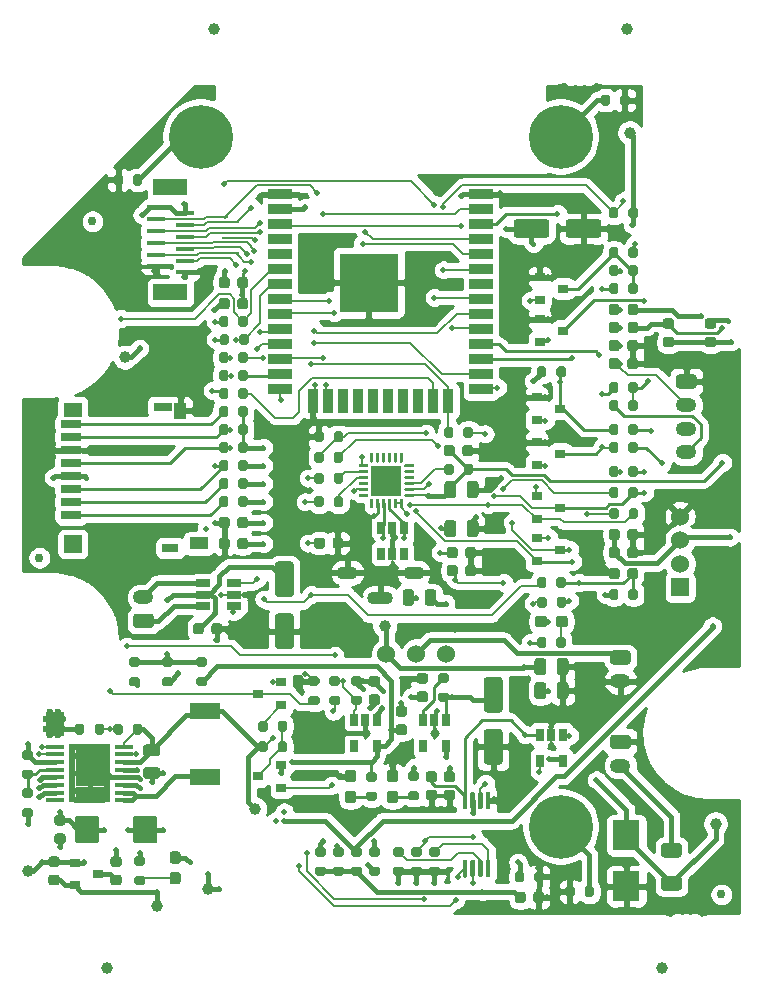
<source format=gtl>
%TF.GenerationSoftware,KiCad,Pcbnew,(5.1.8)-1*%
%TF.CreationDate,2021-01-16T15:44:13-05:00*%
%TF.ProjectId,uratt,75726174-742e-46b6-9963-61645f706362,rev?*%
%TF.SameCoordinates,Original*%
%TF.FileFunction,Copper,L1,Top*%
%TF.FilePolarity,Positive*%
%FSLAX46Y46*%
G04 Gerber Fmt 4.6, Leading zero omitted, Abs format (unit mm)*
G04 Created by KiCad (PCBNEW (5.1.8)-1) date 2021-01-16 15:44:13*
%MOMM*%
%LPD*%
G01*
G04 APERTURE LIST*
%TA.AperFunction,EtchedComponent*%
%ADD10C,0.100000*%
%TD*%
%TA.AperFunction,SMDPad,CuDef*%
%ADD11R,2.900000X1.400000*%
%TD*%
%TA.AperFunction,SMDPad,CuDef*%
%ADD12R,1.600000X0.400000*%
%TD*%
%TA.AperFunction,SMDPad,CuDef*%
%ADD13R,2.590800X1.460500*%
%TD*%
%TA.AperFunction,SMDPad,CuDef*%
%ADD14C,0.750000*%
%TD*%
%TA.AperFunction,SMDPad,CuDef*%
%ADD15C,1.000000*%
%TD*%
%TA.AperFunction,ConnectorPad*%
%ADD16C,5.400000*%
%TD*%
%TA.AperFunction,ComponentPad*%
%ADD17C,3.100000*%
%TD*%
%TA.AperFunction,SMDPad,CuDef*%
%ADD18R,0.600000X0.200000*%
%TD*%
%TA.AperFunction,SMDPad,CuDef*%
%ADD19R,0.900000X0.800000*%
%TD*%
%TA.AperFunction,ComponentPad*%
%ADD20C,1.524000*%
%TD*%
%TA.AperFunction,ComponentPad*%
%ADD21R,1.524000X1.524000*%
%TD*%
%TA.AperFunction,SMDPad,CuDef*%
%ADD22R,2.300000X2.500000*%
%TD*%
%TA.AperFunction,ComponentPad*%
%ADD23O,2.200000X1.100000*%
%TD*%
%TA.AperFunction,ComponentPad*%
%ADD24O,1.800000X1.100000*%
%TD*%
%TA.AperFunction,SMDPad,CuDef*%
%ADD25C,0.600000*%
%TD*%
%TA.AperFunction,SMDPad,CuDef*%
%ADD26R,0.470000X5.000000*%
%TD*%
%TA.AperFunction,SMDPad,CuDef*%
%ADD27R,2.460000X1.350000*%
%TD*%
%TA.AperFunction,SMDPad,CuDef*%
%ADD28R,2.460000X2.310000*%
%TD*%
%TA.AperFunction,SMDPad,CuDef*%
%ADD29R,1.500000X0.450000*%
%TD*%
%TA.AperFunction,ComponentPad*%
%ADD30O,1.750000X1.200000*%
%TD*%
%TA.AperFunction,SMDPad,CuDef*%
%ADD31R,1.220000X0.650000*%
%TD*%
%TA.AperFunction,SMDPad,CuDef*%
%ADD32R,0.650000X1.060000*%
%TD*%
%TA.AperFunction,SMDPad,CuDef*%
%ADD33R,2.000000X0.900000*%
%TD*%
%TA.AperFunction,SMDPad,CuDef*%
%ADD34R,0.900000X2.000000*%
%TD*%
%TA.AperFunction,SMDPad,CuDef*%
%ADD35R,5.000000X5.000000*%
%TD*%
%TA.AperFunction,SMDPad,CuDef*%
%ADD36R,2.600000X2.600000*%
%TD*%
%TA.AperFunction,SMDPad,CuDef*%
%ADD37R,1.550000X1.000000*%
%TD*%
%TA.AperFunction,SMDPad,CuDef*%
%ADD38R,1.500000X1.500000*%
%TD*%
%TA.AperFunction,SMDPad,CuDef*%
%ADD39R,1.750000X0.700000*%
%TD*%
%TA.AperFunction,SMDPad,CuDef*%
%ADD40R,1.400000X0.800000*%
%TD*%
%TA.AperFunction,SMDPad,CuDef*%
%ADD41R,1.000000X1.450000*%
%TD*%
%TA.AperFunction,SMDPad,CuDef*%
%ADD42R,1.500000X0.800000*%
%TD*%
%TA.AperFunction,SMDPad,CuDef*%
%ADD43R,1.500000X1.300000*%
%TD*%
%TA.AperFunction,ViaPad*%
%ADD44C,0.500000*%
%TD*%
%TA.AperFunction,Conductor*%
%ADD45C,0.200000*%
%TD*%
%TA.AperFunction,Conductor*%
%ADD46C,0.400000*%
%TD*%
%TA.AperFunction,Conductor*%
%ADD47C,0.250000*%
%TD*%
%TA.AperFunction,Conductor*%
%ADD48C,0.254000*%
%TD*%
%TA.AperFunction,Conductor*%
%ADD49C,0.100000*%
%TD*%
G04 APERTURE END LIST*
D10*
%TO.C,GT1*%
G36*
X27775501Y-78281000D02*
G01*
X27775501Y-76312500D01*
X29236001Y-76312500D01*
X29236001Y-78281000D01*
X27775501Y-78281000D01*
G37*
X27775501Y-78281000D02*
X27775501Y-76312500D01*
X29236001Y-76312500D01*
X29236001Y-78281000D01*
X27775501Y-78281000D01*
%TD*%
D11*
%TO.P,J3,S1*%
%TO.N,N/C*%
X38354000Y-31872000D03*
%TO.P,J3,S2*%
X38354000Y-40772000D03*
D12*
%TO.P,J3,1*%
%TO.N,+3.3VSW*%
X37154000Y-33572000D03*
%TO.P,J3,2*%
X39554000Y-34072000D03*
%TO.P,J3,3*%
%TO.N,LCD_BL*%
X37154000Y-34572000D03*
%TO.P,J3,4*%
%TO.N,LCD_CS*%
X39554000Y-35072000D03*
%TO.P,J3,5*%
%TO.N,LCD_RESET*%
X37154000Y-35572000D03*
%TO.P,J3,6*%
%TO.N,LCD_DC*%
X39554000Y-36072000D03*
%TO.P,J3,7*%
%TO.N,LCD_CLK*%
X37154000Y-36572000D03*
%TO.P,J3,8*%
%TO.N,LCD_MOSI*%
X39554000Y-37072000D03*
%TO.P,J3,9*%
%TO.N,BEEPER*%
X37154000Y-37572000D03*
%TO.P,J3,10*%
%TO.N,FP_TOUCH_BTN*%
X39554000Y-38072000D03*
%TO.P,J3,11*%
%TO.N,GND*%
X37154000Y-38572000D03*
%TO.P,J3,12*%
X39554000Y-39072000D03*
%TD*%
D13*
%TO.P,L1,1*%
%TO.N,+VSW*%
X41250000Y-76225050D03*
%TO.P,L1,2*%
%TO.N,Net-(L1-Pad2)*%
X41250000Y-81774950D03*
%TD*%
%TO.P,JP7,2*%
%TO.N,Net-(C31-Pad1)*%
%TA.AperFunction,SMDPad,CuDef*%
G36*
G01*
X41275000Y-72473000D02*
X40725000Y-72473000D01*
G75*
G02*
X40525000Y-72273000I0J200000D01*
G01*
X40525000Y-71873000D01*
G75*
G02*
X40725000Y-71673000I200000J0D01*
G01*
X41275000Y-71673000D01*
G75*
G02*
X41475000Y-71873000I0J-200000D01*
G01*
X41475000Y-72273000D01*
G75*
G02*
X41275000Y-72473000I-200000J0D01*
G01*
G37*
%TD.AperFunction*%
%TO.P,JP7,1*%
%TO.N,+3.3VSW*%
%TA.AperFunction,SMDPad,CuDef*%
G36*
G01*
X41275000Y-74123000D02*
X40725000Y-74123000D01*
G75*
G02*
X40525000Y-73923000I0J200000D01*
G01*
X40525000Y-73523000D01*
G75*
G02*
X40725000Y-73323000I200000J0D01*
G01*
X41275000Y-73323000D01*
G75*
G02*
X41475000Y-73523000I0J-200000D01*
G01*
X41475000Y-73923000D01*
G75*
G02*
X41275000Y-74123000I-200000J0D01*
G01*
G37*
%TD.AperFunction*%
%TD*%
D14*
%TO.P,FID7,*%
%TO.N,*%
X27250000Y-63250000D03*
%TD*%
%TO.P,FID6,*%
%TO.N,*%
X85000000Y-91750000D03*
%TD*%
%TO.P,FID5,*%
%TO.N,*%
X31750000Y-34750000D03*
%TD*%
D15*
%TO.P,FID4,*%
%TO.N,*%
X80000000Y-98000000D03*
%TD*%
%TO.P,FID3,*%
%TO.N,*%
X33000000Y-98000000D03*
%TD*%
%TO.P,FID2,*%
%TO.N,*%
X77000000Y-18500000D03*
%TD*%
%TO.P,FID1,*%
%TO.N,*%
X42000000Y-18500000D03*
%TD*%
D16*
%TO.P,H4,1*%
%TO.N,Net-(FB7-Pad2)*%
X71386000Y-86000001D03*
D17*
X71386000Y-86000001D03*
%TD*%
D16*
%TO.P,H2,1*%
%TO.N,Net-(FB6-Pad2)*%
X71386000Y-27580001D03*
D17*
X71386000Y-27580001D03*
%TD*%
D16*
%TO.P,H1,1*%
%TO.N,Net-(FB5-Pad2)*%
X40906000Y-27580001D03*
D17*
X40906000Y-27580001D03*
%TD*%
%TO.P,FB7,2*%
%TO.N,Net-(FB7-Pad2)*%
%TA.AperFunction,SMDPad,CuDef*%
G36*
G01*
X73425000Y-91775000D02*
X73425000Y-91225000D01*
G75*
G02*
X73625000Y-91025000I200000J0D01*
G01*
X74025000Y-91025000D01*
G75*
G02*
X74225000Y-91225000I0J-200000D01*
G01*
X74225000Y-91775000D01*
G75*
G02*
X74025000Y-91975000I-200000J0D01*
G01*
X73625000Y-91975000D01*
G75*
G02*
X73425000Y-91775000I0J200000D01*
G01*
G37*
%TD.AperFunction*%
%TO.P,FB7,1*%
%TO.N,GND*%
%TA.AperFunction,SMDPad,CuDef*%
G36*
G01*
X71775000Y-91775000D02*
X71775000Y-91225000D01*
G75*
G02*
X71975000Y-91025000I200000J0D01*
G01*
X72375000Y-91025000D01*
G75*
G02*
X72575000Y-91225000I0J-200000D01*
G01*
X72575000Y-91775000D01*
G75*
G02*
X72375000Y-91975000I-200000J0D01*
G01*
X71975000Y-91975000D01*
G75*
G02*
X71775000Y-91775000I0J200000D01*
G01*
G37*
%TD.AperFunction*%
%TD*%
%TO.P,FB6,2*%
%TO.N,Net-(FB6-Pad2)*%
%TA.AperFunction,SMDPad,CuDef*%
G36*
G01*
X75575000Y-24225000D02*
X75575000Y-24775000D01*
G75*
G02*
X75375000Y-24975000I-200000J0D01*
G01*
X74975000Y-24975000D01*
G75*
G02*
X74775000Y-24775000I0J200000D01*
G01*
X74775000Y-24225000D01*
G75*
G02*
X74975000Y-24025000I200000J0D01*
G01*
X75375000Y-24025000D01*
G75*
G02*
X75575000Y-24225000I0J-200000D01*
G01*
G37*
%TD.AperFunction*%
%TO.P,FB6,1*%
%TO.N,GND*%
%TA.AperFunction,SMDPad,CuDef*%
G36*
G01*
X77225000Y-24225000D02*
X77225000Y-24775000D01*
G75*
G02*
X77025000Y-24975000I-200000J0D01*
G01*
X76625000Y-24975000D01*
G75*
G02*
X76425000Y-24775000I0J200000D01*
G01*
X76425000Y-24225000D01*
G75*
G02*
X76625000Y-24025000I200000J0D01*
G01*
X77025000Y-24025000D01*
G75*
G02*
X77225000Y-24225000I0J-200000D01*
G01*
G37*
%TD.AperFunction*%
%TD*%
%TO.P,FB5,2*%
%TO.N,Net-(FB5-Pad2)*%
%TA.AperFunction,SMDPad,CuDef*%
G36*
G01*
X35175000Y-31525000D02*
X35175000Y-30975000D01*
G75*
G02*
X35375000Y-30775000I200000J0D01*
G01*
X35775000Y-30775000D01*
G75*
G02*
X35975000Y-30975000I0J-200000D01*
G01*
X35975000Y-31525000D01*
G75*
G02*
X35775000Y-31725000I-200000J0D01*
G01*
X35375000Y-31725000D01*
G75*
G02*
X35175000Y-31525000I0J200000D01*
G01*
G37*
%TD.AperFunction*%
%TO.P,FB5,1*%
%TO.N,GND*%
%TA.AperFunction,SMDPad,CuDef*%
G36*
G01*
X33525000Y-31525000D02*
X33525000Y-30975000D01*
G75*
G02*
X33725000Y-30775000I200000J0D01*
G01*
X34125000Y-30775000D01*
G75*
G02*
X34325000Y-30975000I0J-200000D01*
G01*
X34325000Y-31525000D01*
G75*
G02*
X34125000Y-31725000I-200000J0D01*
G01*
X33725000Y-31725000D01*
G75*
G02*
X33525000Y-31525000I0J200000D01*
G01*
G37*
%TD.AperFunction*%
%TD*%
%TO.P,C32,2*%
%TO.N,GND*%
%TA.AperFunction,SMDPad,CuDef*%
G36*
G01*
X47450000Y-67950000D02*
X48550000Y-67950000D01*
G75*
G02*
X48800000Y-68200000I0J-250000D01*
G01*
X48800000Y-70700000D01*
G75*
G02*
X48550000Y-70950000I-250000J0D01*
G01*
X47450000Y-70950000D01*
G75*
G02*
X47200000Y-70700000I0J250000D01*
G01*
X47200000Y-68200000D01*
G75*
G02*
X47450000Y-67950000I250000J0D01*
G01*
G37*
%TD.AperFunction*%
%TO.P,C32,1*%
%TO.N,Net-(C31-Pad1)*%
%TA.AperFunction,SMDPad,CuDef*%
G36*
G01*
X47450000Y-63550000D02*
X48550000Y-63550000D01*
G75*
G02*
X48800000Y-63800000I0J-250000D01*
G01*
X48800000Y-66300000D01*
G75*
G02*
X48550000Y-66550000I-250000J0D01*
G01*
X47450000Y-66550000D01*
G75*
G02*
X47200000Y-66300000I0J250000D01*
G01*
X47200000Y-63800000D01*
G75*
G02*
X47450000Y-63550000I250000J0D01*
G01*
G37*
%TD.AperFunction*%
%TD*%
%TO.P,JP5,2*%
%TO.N,Net-(C31-Pad1)*%
%TA.AperFunction,SMDPad,CuDef*%
G36*
G01*
X35581000Y-72473000D02*
X35031000Y-72473000D01*
G75*
G02*
X34831000Y-72273000I0J200000D01*
G01*
X34831000Y-71873000D01*
G75*
G02*
X35031000Y-71673000I200000J0D01*
G01*
X35581000Y-71673000D01*
G75*
G02*
X35781000Y-71873000I0J-200000D01*
G01*
X35781000Y-72273000D01*
G75*
G02*
X35581000Y-72473000I-200000J0D01*
G01*
G37*
%TD.AperFunction*%
%TO.P,JP5,1*%
%TO.N,+5VSW*%
%TA.AperFunction,SMDPad,CuDef*%
G36*
G01*
X35581000Y-74123000D02*
X35031000Y-74123000D01*
G75*
G02*
X34831000Y-73923000I0J200000D01*
G01*
X34831000Y-73523000D01*
G75*
G02*
X35031000Y-73323000I200000J0D01*
G01*
X35581000Y-73323000D01*
G75*
G02*
X35781000Y-73523000I0J-200000D01*
G01*
X35781000Y-73923000D01*
G75*
G02*
X35581000Y-74123000I-200000J0D01*
G01*
G37*
%TD.AperFunction*%
%TD*%
D18*
%TO.P,D3,9*%
%TO.N,LCD_CS*%
X43909000Y-34826001D03*
%TO.P,D3,8*%
%TO.N,LCD_DC*%
X43909000Y-35726001D03*
%TO.P,D3,7*%
%TO.N,LCD_CLK*%
X43909000Y-36526001D03*
%TO.P,D3,6*%
%TO.N,BEEPER*%
X43909000Y-37426001D03*
%TO.P,D3,5*%
%TO.N,FP_TOUCH_BTN*%
X42959000Y-37826001D03*
%TO.P,D3,4*%
%TO.N,LCD_MOSI*%
X42959000Y-36926001D03*
%TO.P,D3,3*%
%TO.N,GND*%
X42959000Y-36126001D03*
%TO.P,D3,2*%
%TO.N,LCD_RESET*%
X42959000Y-35326001D03*
%TO.P,D3,1*%
%TO.N,LCD_BL*%
X42959000Y-34426001D03*
%TD*%
%TO.P,R41,2*%
%TO.N,Net-(Q3-Pad3)*%
%TA.AperFunction,SMDPad,CuDef*%
G36*
G01*
X47425000Y-77775000D02*
X47425000Y-77225000D01*
G75*
G02*
X47625000Y-77025000I200000J0D01*
G01*
X48025000Y-77025000D01*
G75*
G02*
X48225000Y-77225000I0J-200000D01*
G01*
X48225000Y-77775000D01*
G75*
G02*
X48025000Y-77975000I-200000J0D01*
G01*
X47625000Y-77975000D01*
G75*
G02*
X47425000Y-77775000I0J200000D01*
G01*
G37*
%TD.AperFunction*%
%TO.P,R41,1*%
%TO.N,Net-(Q4-Pad1)*%
%TA.AperFunction,SMDPad,CuDef*%
G36*
G01*
X45775000Y-77775000D02*
X45775000Y-77225000D01*
G75*
G02*
X45975000Y-77025000I200000J0D01*
G01*
X46375000Y-77025000D01*
G75*
G02*
X46575000Y-77225000I0J-200000D01*
G01*
X46575000Y-77775000D01*
G75*
G02*
X46375000Y-77975000I-200000J0D01*
G01*
X45975000Y-77975000D01*
G75*
G02*
X45775000Y-77775000I0J200000D01*
G01*
G37*
%TD.AperFunction*%
%TD*%
%TO.P,R39,2*%
%TO.N,+VSW*%
%TA.AperFunction,SMDPad,CuDef*%
G36*
G01*
X46575000Y-78975000D02*
X46575000Y-79525000D01*
G75*
G02*
X46375000Y-79725000I-200000J0D01*
G01*
X45975000Y-79725000D01*
G75*
G02*
X45775000Y-79525000I0J200000D01*
G01*
X45775000Y-78975000D01*
G75*
G02*
X45975000Y-78775000I200000J0D01*
G01*
X46375000Y-78775000D01*
G75*
G02*
X46575000Y-78975000I0J-200000D01*
G01*
G37*
%TD.AperFunction*%
%TO.P,R39,1*%
%TO.N,Net-(Q3-Pad3)*%
%TA.AperFunction,SMDPad,CuDef*%
G36*
G01*
X48225000Y-78975000D02*
X48225000Y-79525000D01*
G75*
G02*
X48025000Y-79725000I-200000J0D01*
G01*
X47625000Y-79725000D01*
G75*
G02*
X47425000Y-79525000I0J200000D01*
G01*
X47425000Y-78975000D01*
G75*
G02*
X47625000Y-78775000I200000J0D01*
G01*
X48025000Y-78775000D01*
G75*
G02*
X48225000Y-78975000I0J-200000D01*
G01*
G37*
%TD.AperFunction*%
%TD*%
%TO.P,R37,2*%
%TO.N,PWR_ENABLE*%
%TA.AperFunction,SMDPad,CuDef*%
G36*
G01*
X52525000Y-74075000D02*
X51975000Y-74075000D01*
G75*
G02*
X51775000Y-73875000I0J200000D01*
G01*
X51775000Y-73475000D01*
G75*
G02*
X51975000Y-73275000I200000J0D01*
G01*
X52525000Y-73275000D01*
G75*
G02*
X52725000Y-73475000I0J-200000D01*
G01*
X52725000Y-73875000D01*
G75*
G02*
X52525000Y-74075000I-200000J0D01*
G01*
G37*
%TD.AperFunction*%
%TO.P,R37,1*%
%TO.N,Net-(Q3-Pad1)*%
%TA.AperFunction,SMDPad,CuDef*%
G36*
G01*
X52525000Y-75725000D02*
X51975000Y-75725000D01*
G75*
G02*
X51775000Y-75525000I0J200000D01*
G01*
X51775000Y-75125000D01*
G75*
G02*
X51975000Y-74925000I200000J0D01*
G01*
X52525000Y-74925000D01*
G75*
G02*
X52725000Y-75125000I0J-200000D01*
G01*
X52725000Y-75525000D01*
G75*
G02*
X52525000Y-75725000I-200000J0D01*
G01*
G37*
%TD.AperFunction*%
%TD*%
D19*
%TO.P,Q4,3*%
%TO.N,Net-(Q4-Pad3)*%
X45750000Y-74750000D03*
%TO.P,Q4,2*%
%TO.N,+VSW*%
X47750000Y-73800000D03*
%TO.P,Q4,1*%
%TO.N,Net-(Q4-Pad1)*%
X47750000Y-75700000D03*
%TD*%
%TO.P,Q3,3*%
%TO.N,Net-(Q3-Pad3)*%
X45750000Y-81750000D03*
%TO.P,Q3,2*%
%TO.N,GND*%
X47750000Y-80800000D03*
%TO.P,Q3,1*%
%TO.N,Net-(Q3-Pad1)*%
X47750000Y-82700000D03*
%TD*%
%TO.P,C21,2*%
%TO.N,GND*%
%TA.AperFunction,SMDPad,CuDef*%
G36*
G01*
X65127931Y-77744827D02*
X66227931Y-77744827D01*
G75*
G02*
X66477931Y-77994827I0J-250000D01*
G01*
X66477931Y-80494827D01*
G75*
G02*
X66227931Y-80744827I-250000J0D01*
G01*
X65127931Y-80744827D01*
G75*
G02*
X64877931Y-80494827I0J250000D01*
G01*
X64877931Y-77994827D01*
G75*
G02*
X65127931Y-77744827I250000J0D01*
G01*
G37*
%TD.AperFunction*%
%TO.P,C21,1*%
%TO.N,+VSW*%
%TA.AperFunction,SMDPad,CuDef*%
G36*
G01*
X65127931Y-73344827D02*
X66227931Y-73344827D01*
G75*
G02*
X66477931Y-73594827I0J-250000D01*
G01*
X66477931Y-76094827D01*
G75*
G02*
X66227931Y-76344827I-250000J0D01*
G01*
X65127931Y-76344827D01*
G75*
G02*
X64877931Y-76094827I0J250000D01*
G01*
X64877931Y-73594827D01*
G75*
G02*
X65127931Y-73344827I250000J0D01*
G01*
G37*
%TD.AperFunction*%
%TD*%
D15*
%TO.P,TP7,1*%
%TO.N,GND*%
X41500000Y-91250000D03*
%TD*%
%TO.P,R12,2*%
%TO.N,+3.3VSW*%
%TA.AperFunction,SMDPad,CuDef*%
G36*
G01*
X63175000Y-56025000D02*
X63175000Y-55475000D01*
G75*
G02*
X63375000Y-55275000I200000J0D01*
G01*
X63775000Y-55275000D01*
G75*
G02*
X63975000Y-55475000I0J-200000D01*
G01*
X63975000Y-56025000D01*
G75*
G02*
X63775000Y-56225000I-200000J0D01*
G01*
X63375000Y-56225000D01*
G75*
G02*
X63175000Y-56025000I0J200000D01*
G01*
G37*
%TD.AperFunction*%
%TO.P,R12,1*%
%TO.N,Net-(R12-Pad1)*%
%TA.AperFunction,SMDPad,CuDef*%
G36*
G01*
X61525000Y-56025000D02*
X61525000Y-55475000D01*
G75*
G02*
X61725000Y-55275000I200000J0D01*
G01*
X62125000Y-55275000D01*
G75*
G02*
X62325000Y-55475000I0J-200000D01*
G01*
X62325000Y-56025000D01*
G75*
G02*
X62125000Y-56225000I-200000J0D01*
G01*
X61725000Y-56225000D01*
G75*
G02*
X61525000Y-56025000I0J200000D01*
G01*
G37*
%TD.AperFunction*%
%TD*%
%TO.P,R11,2*%
%TO.N,Net-(R10-Pad1)*%
%TA.AperFunction,SMDPad,CuDef*%
G36*
G01*
X52175000Y-53275000D02*
X52175000Y-52725000D01*
G75*
G02*
X52375000Y-52525000I200000J0D01*
G01*
X52775000Y-52525000D01*
G75*
G02*
X52975000Y-52725000I0J-200000D01*
G01*
X52975000Y-53275000D01*
G75*
G02*
X52775000Y-53475000I-200000J0D01*
G01*
X52375000Y-53475000D01*
G75*
G02*
X52175000Y-53275000I0J200000D01*
G01*
G37*
%TD.AperFunction*%
%TO.P,R11,1*%
%TO.N,GND*%
%TA.AperFunction,SMDPad,CuDef*%
G36*
G01*
X50525000Y-53275000D02*
X50525000Y-52725000D01*
G75*
G02*
X50725000Y-52525000I200000J0D01*
G01*
X51125000Y-52525000D01*
G75*
G02*
X51325000Y-52725000I0J-200000D01*
G01*
X51325000Y-53275000D01*
G75*
G02*
X51125000Y-53475000I-200000J0D01*
G01*
X50725000Y-53475000D01*
G75*
G02*
X50525000Y-53275000I0J200000D01*
G01*
G37*
%TD.AperFunction*%
%TD*%
%TO.P,R10,2*%
%TO.N,+5VUSB*%
%TA.AperFunction,SMDPad,CuDef*%
G36*
G01*
X52175000Y-55025000D02*
X52175000Y-54475000D01*
G75*
G02*
X52375000Y-54275000I200000J0D01*
G01*
X52775000Y-54275000D01*
G75*
G02*
X52975000Y-54475000I0J-200000D01*
G01*
X52975000Y-55025000D01*
G75*
G02*
X52775000Y-55225000I-200000J0D01*
G01*
X52375000Y-55225000D01*
G75*
G02*
X52175000Y-55025000I0J200000D01*
G01*
G37*
%TD.AperFunction*%
%TO.P,R10,1*%
%TO.N,Net-(R10-Pad1)*%
%TA.AperFunction,SMDPad,CuDef*%
G36*
G01*
X50525000Y-55025000D02*
X50525000Y-54475000D01*
G75*
G02*
X50725000Y-54275000I200000J0D01*
G01*
X51125000Y-54275000D01*
G75*
G02*
X51325000Y-54475000I0J-200000D01*
G01*
X51325000Y-55025000D01*
G75*
G02*
X51125000Y-55225000I-200000J0D01*
G01*
X50725000Y-55225000D01*
G75*
G02*
X50525000Y-55025000I0J200000D01*
G01*
G37*
%TD.AperFunction*%
%TD*%
%TO.P,TP6,1*%
%TO.N,+10VSW*%
X37250000Y-92750000D03*
%TD*%
%TO.P,JP6,2*%
%TO.N,Net-(C31-Pad1)*%
%TA.AperFunction,SMDPad,CuDef*%
G36*
G01*
X38375000Y-72473000D02*
X37825000Y-72473000D01*
G75*
G02*
X37625000Y-72273000I0J200000D01*
G01*
X37625000Y-71873000D01*
G75*
G02*
X37825000Y-71673000I200000J0D01*
G01*
X38375000Y-71673000D01*
G75*
G02*
X38575000Y-71873000I0J-200000D01*
G01*
X38575000Y-72273000D01*
G75*
G02*
X38375000Y-72473000I-200000J0D01*
G01*
G37*
%TD.AperFunction*%
%TO.P,JP6,1*%
%TO.N,+10VSW*%
%TA.AperFunction,SMDPad,CuDef*%
G36*
G01*
X38375000Y-74123000D02*
X37825000Y-74123000D01*
G75*
G02*
X37625000Y-73923000I0J200000D01*
G01*
X37625000Y-73523000D01*
G75*
G02*
X37825000Y-73323000I200000J0D01*
G01*
X38375000Y-73323000D01*
G75*
G02*
X38575000Y-73523000I0J-200000D01*
G01*
X38575000Y-73923000D01*
G75*
G02*
X38375000Y-74123000I-200000J0D01*
G01*
G37*
%TD.AperFunction*%
%TD*%
%TO.P,R23,2*%
%TO.N,+3V3*%
%TA.AperFunction,SMDPad,CuDef*%
G36*
G01*
X77133000Y-34311000D02*
X77133000Y-33761000D01*
G75*
G02*
X77333000Y-33561000I200000J0D01*
G01*
X77733000Y-33561000D01*
G75*
G02*
X77933000Y-33761000I0J-200000D01*
G01*
X77933000Y-34311000D01*
G75*
G02*
X77733000Y-34511000I-200000J0D01*
G01*
X77333000Y-34511000D01*
G75*
G02*
X77133000Y-34311000I0J200000D01*
G01*
G37*
%TD.AperFunction*%
%TO.P,R23,1*%
%TO.N,EXP_SDA*%
%TA.AperFunction,SMDPad,CuDef*%
G36*
G01*
X75483000Y-34311000D02*
X75483000Y-33761000D01*
G75*
G02*
X75683000Y-33561000I200000J0D01*
G01*
X76083000Y-33561000D01*
G75*
G02*
X76283000Y-33761000I0J-200000D01*
G01*
X76283000Y-34311000D01*
G75*
G02*
X76083000Y-34511000I-200000J0D01*
G01*
X75683000Y-34511000D01*
G75*
G02*
X75483000Y-34311000I0J200000D01*
G01*
G37*
%TD.AperFunction*%
%TD*%
%TO.P,R22,2*%
%TO.N,+3V3*%
%TA.AperFunction,SMDPad,CuDef*%
G36*
G01*
X70187000Y-47223000D02*
X70187000Y-47773000D01*
G75*
G02*
X69987000Y-47973000I-200000J0D01*
G01*
X69587000Y-47973000D01*
G75*
G02*
X69387000Y-47773000I0J200000D01*
G01*
X69387000Y-47223000D01*
G75*
G02*
X69587000Y-47023000I200000J0D01*
G01*
X69987000Y-47023000D01*
G75*
G02*
X70187000Y-47223000I0J-200000D01*
G01*
G37*
%TD.AperFunction*%
%TO.P,R22,1*%
%TO.N,ALARM_SCL*%
%TA.AperFunction,SMDPad,CuDef*%
G36*
G01*
X71837000Y-47223000D02*
X71837000Y-47773000D01*
G75*
G02*
X71637000Y-47973000I-200000J0D01*
G01*
X71237000Y-47973000D01*
G75*
G02*
X71037000Y-47773000I0J200000D01*
G01*
X71037000Y-47223000D01*
G75*
G02*
X71237000Y-47023000I200000J0D01*
G01*
X71637000Y-47023000D01*
G75*
G02*
X71837000Y-47223000I0J-200000D01*
G01*
G37*
%TD.AperFunction*%
%TD*%
D20*
%TO.P,J5,4*%
%TO.N,GND*%
X81500000Y-59750000D03*
%TO.P,J5,3*%
%TO.N,Net-(C13-Pad1)*%
X81500000Y-61750000D03*
%TO.P,J5,2*%
%TO.N,Net-(J5-Pad2)*%
X81500000Y-63750000D03*
D21*
%TO.P,J5,1*%
%TO.N,Net-(J5-Pad1)*%
X81500000Y-65750000D03*
%TD*%
%TO.P,FB4,2*%
%TO.N,+3V3*%
%TA.AperFunction,SMDPad,CuDef*%
G36*
G01*
X84330250Y-43846000D02*
X83817750Y-43846000D01*
G75*
G02*
X83599000Y-43627250I0J218750D01*
G01*
X83599000Y-43189750D01*
G75*
G02*
X83817750Y-42971000I218750J0D01*
G01*
X84330250Y-42971000D01*
G75*
G02*
X84549000Y-43189750I0J-218750D01*
G01*
X84549000Y-43627250D01*
G75*
G02*
X84330250Y-43846000I-218750J0D01*
G01*
G37*
%TD.AperFunction*%
%TO.P,FB4,1*%
%TO.N,Net-(C13-Pad1)*%
%TA.AperFunction,SMDPad,CuDef*%
G36*
G01*
X84330250Y-45421000D02*
X83817750Y-45421000D01*
G75*
G02*
X83599000Y-45202250I0J218750D01*
G01*
X83599000Y-44764750D01*
G75*
G02*
X83817750Y-44546000I218750J0D01*
G01*
X84330250Y-44546000D01*
G75*
G02*
X84549000Y-44764750I0J-218750D01*
G01*
X84549000Y-45202250D01*
G75*
G02*
X84330250Y-45421000I-218750J0D01*
G01*
G37*
%TD.AperFunction*%
%TD*%
%TO.P,FB2,2*%
%TO.N,+3.3VSW*%
%TA.AperFunction,SMDPad,CuDef*%
G36*
G01*
X80774250Y-43846000D02*
X80261750Y-43846000D01*
G75*
G02*
X80043000Y-43627250I0J218750D01*
G01*
X80043000Y-43189750D01*
G75*
G02*
X80261750Y-42971000I218750J0D01*
G01*
X80774250Y-42971000D01*
G75*
G02*
X80993000Y-43189750I0J-218750D01*
G01*
X80993000Y-43627250D01*
G75*
G02*
X80774250Y-43846000I-218750J0D01*
G01*
G37*
%TD.AperFunction*%
%TO.P,FB2,1*%
%TO.N,Net-(C13-Pad1)*%
%TA.AperFunction,SMDPad,CuDef*%
G36*
G01*
X80774250Y-45421000D02*
X80261750Y-45421000D01*
G75*
G02*
X80043000Y-45202250I0J218750D01*
G01*
X80043000Y-44764750D01*
G75*
G02*
X80261750Y-44546000I218750J0D01*
G01*
X80774250Y-44546000D01*
G75*
G02*
X80993000Y-44764750I0J-218750D01*
G01*
X80993000Y-45202250D01*
G75*
G02*
X80774250Y-45421000I-218750J0D01*
G01*
G37*
%TD.AperFunction*%
%TD*%
%TO.P,F1,2*%
%TO.N,Net-(F1-Pad2)*%
%TA.AperFunction,SMDPad,CuDef*%
G36*
G01*
X81397000Y-88633000D02*
X80147000Y-88633000D01*
G75*
G02*
X79897000Y-88383000I0J250000D01*
G01*
X79897000Y-87633000D01*
G75*
G02*
X80147000Y-87383000I250000J0D01*
G01*
X81397000Y-87383000D01*
G75*
G02*
X81647000Y-87633000I0J-250000D01*
G01*
X81647000Y-88383000D01*
G75*
G02*
X81397000Y-88633000I-250000J0D01*
G01*
G37*
%TD.AperFunction*%
%TO.P,F1,1*%
%TO.N,+5VIN*%
%TA.AperFunction,SMDPad,CuDef*%
G36*
G01*
X81397000Y-91433000D02*
X80147000Y-91433000D01*
G75*
G02*
X79897000Y-91183000I0J250000D01*
G01*
X79897000Y-90433000D01*
G75*
G02*
X80147000Y-90183000I250000J0D01*
G01*
X81397000Y-90183000D01*
G75*
G02*
X81647000Y-90433000I0J-250000D01*
G01*
X81647000Y-91183000D01*
G75*
G02*
X81397000Y-91433000I-250000J0D01*
G01*
G37*
%TD.AperFunction*%
%TD*%
D22*
%TO.P,D7,2*%
%TO.N,GND*%
X76962000Y-91050000D03*
%TO.P,D7,1*%
%TO.N,+5VIN*%
X76962000Y-86750000D03*
%TD*%
D20*
%TO.P,SW3,3*%
%TO.N,+VBATT*%
X56642000Y-71374000D03*
%TO.P,SW3,2*%
%TO.N,Net-(J7-Pad1)*%
X59182000Y-71374000D03*
%TO.P,SW3,1*%
%TO.N,Net-(SW3-Pad1)*%
X61722000Y-71374000D03*
%TD*%
D23*
%TO.P,J1,6*%
%TO.N,GND*%
X56134000Y-66665001D03*
D24*
X53334000Y-64515001D03*
X58934000Y-64515001D03*
%TD*%
%TO.P,D1,2*%
%TO.N,Net-(D1-Pad2)*%
%TA.AperFunction,SMDPad,CuDef*%
G36*
G01*
X58986000Y-66149751D02*
X58986000Y-67062251D01*
G75*
G02*
X58742250Y-67306001I-243750J0D01*
G01*
X58254750Y-67306001D01*
G75*
G02*
X58011000Y-67062251I0J243750D01*
G01*
X58011000Y-66149751D01*
G75*
G02*
X58254750Y-65906001I243750J0D01*
G01*
X58742250Y-65906001D01*
G75*
G02*
X58986000Y-66149751I0J-243750D01*
G01*
G37*
%TD.AperFunction*%
%TO.P,D1,1*%
%TO.N,+5VUSB*%
%TA.AperFunction,SMDPad,CuDef*%
G36*
G01*
X60861000Y-66149751D02*
X60861000Y-67062251D01*
G75*
G02*
X60617250Y-67306001I-243750J0D01*
G01*
X60129750Y-67306001D01*
G75*
G02*
X59886000Y-67062251I0J243750D01*
G01*
X59886000Y-66149751D01*
G75*
G02*
X60129750Y-65906001I243750J0D01*
G01*
X60617250Y-65906001D01*
G75*
G02*
X60861000Y-66149751I0J-243750D01*
G01*
G37*
%TD.AperFunction*%
%TD*%
%TO.P,R26,2*%
%TO.N,ALARM_SCL*%
%TA.AperFunction,SMDPad,CuDef*%
G36*
G01*
X76283000Y-52107001D02*
X76283000Y-52657001D01*
G75*
G02*
X76083000Y-52857001I-200000J0D01*
G01*
X75683000Y-52857001D01*
G75*
G02*
X75483000Y-52657001I0J200000D01*
G01*
X75483000Y-52107001D01*
G75*
G02*
X75683000Y-51907001I200000J0D01*
G01*
X76083000Y-51907001D01*
G75*
G02*
X76283000Y-52107001I0J-200000D01*
G01*
G37*
%TD.AperFunction*%
%TO.P,R26,1*%
%TO.N,Net-(J5-Pad1)*%
%TA.AperFunction,SMDPad,CuDef*%
G36*
G01*
X77933000Y-52107001D02*
X77933000Y-52657001D01*
G75*
G02*
X77733000Y-52857001I-200000J0D01*
G01*
X77333000Y-52857001D01*
G75*
G02*
X77133000Y-52657001I0J200000D01*
G01*
X77133000Y-52107001D01*
G75*
G02*
X77333000Y-51907001I200000J0D01*
G01*
X77733000Y-51907001D01*
G75*
G02*
X77933000Y-52107001I0J-200000D01*
G01*
G37*
%TD.AperFunction*%
%TD*%
D25*
%TO.P,GT1,2*%
%TO.N,GNDPWR*%
X28855001Y-78281000D03*
X28156501Y-78281000D03*
X27839001Y-77709500D03*
X28537501Y-77709500D03*
X29236001Y-77709500D03*
%TO.P,GT1,1*%
%TO.N,GND*%
X28855001Y-76312500D03*
X28156501Y-76312500D03*
X27839001Y-76884000D03*
X28537501Y-76884000D03*
X29236001Y-76884000D03*
%TD*%
D26*
%TO.P,U8,P*%
%TO.N,GNDPWR*%
X32960500Y-81500000D03*
X30039500Y-81500000D03*
D27*
X31500000Y-83330000D03*
X31500000Y-79670000D03*
D28*
X31500000Y-81500000D03*
D29*
%TO.P,U8,8*%
%TO.N,+VSW*%
X34400000Y-79225000D03*
%TO.P,U8,9*%
%TO.N,Net-(Q4-Pad3)*%
X28600000Y-79225000D03*
%TO.P,U8,7*%
%TO.N,Net-(R45-Pad1)*%
X34400000Y-79875000D03*
%TO.P,U8,10*%
%TO.N,LOW_BAT*%
X28600000Y-79875000D03*
%TO.P,U8,6*%
%TO.N,+VSW*%
X34400000Y-80525000D03*
%TO.P,U8,11*%
%TO.N,GND*%
X28600000Y-80525000D03*
%TO.P,U8,5*%
%TO.N,GNDPWR*%
X34400000Y-81175000D03*
%TO.P,U8,12*%
%TO.N,Net-(R47-Pad1)*%
X28600000Y-81175000D03*
%TO.P,U8,4*%
%TO.N,GNDPWR*%
X34400000Y-81825000D03*
%TO.P,U8,13*%
%TO.N,+5VSW*%
X28600000Y-81825000D03*
%TO.P,U8,3*%
%TO.N,GNDPWR*%
X34400000Y-82475000D03*
%TO.P,U8,14*%
%TO.N,+5VSW*%
X28600000Y-82475000D03*
%TO.P,U8,2*%
%TO.N,Net-(L1-Pad2)*%
X34400000Y-83125000D03*
%TO.P,U8,15*%
%TO.N,+5VSW*%
X28600000Y-83125000D03*
%TO.P,U8,1*%
%TO.N,Net-(L1-Pad2)*%
X34400000Y-83775000D03*
%TO.P,U8,16*%
%TO.N,Net-(U8-Pad16)*%
X28600000Y-83775000D03*
%TD*%
D15*
%TO.P,TP8,1*%
%TO.N,+VBATT*%
X56500000Y-69000000D03*
%TD*%
%TO.P,TP5,1*%
%TO.N,+3.3VSW*%
X34500000Y-46250000D03*
%TD*%
%TO.P,TP4,1*%
%TO.N,+5VSW*%
X26250000Y-89750000D03*
%TD*%
%TO.P,TP3,1*%
%TO.N,+VSW*%
X45500000Y-84500000D03*
%TD*%
%TO.P,TP2,1*%
%TO.N,+5VIN*%
X84500000Y-85750000D03*
%TD*%
%TO.P,TP1,1*%
%TO.N,+3V3*%
X77250000Y-27250000D03*
%TD*%
%TO.P,C29,2*%
%TO.N,GNDPWR*%
%TA.AperFunction,SMDPad,CuDef*%
G36*
G01*
X35175000Y-87175000D02*
X35175000Y-85325000D01*
G75*
G02*
X35425000Y-85075000I250000J0D01*
G01*
X37000000Y-85075000D01*
G75*
G02*
X37250000Y-85325000I0J-250000D01*
G01*
X37250000Y-87175000D01*
G75*
G02*
X37000000Y-87425000I-250000J0D01*
G01*
X35425000Y-87425000D01*
G75*
G02*
X35175000Y-87175000I0J250000D01*
G01*
G37*
%TD.AperFunction*%
%TO.P,C29,1*%
%TO.N,+5VSW*%
%TA.AperFunction,SMDPad,CuDef*%
G36*
G01*
X30250000Y-87175000D02*
X30250000Y-85325000D01*
G75*
G02*
X30500000Y-85075000I250000J0D01*
G01*
X32075000Y-85075000D01*
G75*
G02*
X32325000Y-85325000I0J-250000D01*
G01*
X32325000Y-87175000D01*
G75*
G02*
X32075000Y-87425000I-250000J0D01*
G01*
X30500000Y-87425000D01*
G75*
G02*
X30250000Y-87175000I0J250000D01*
G01*
G37*
%TD.AperFunction*%
%TD*%
D30*
%TO.P,J8,2*%
%TO.N,Net-(J8-Pad2)*%
X36068000Y-66580000D03*
%TO.P,J8,1*%
%TO.N,Net-(J8-Pad1)*%
%TA.AperFunction,ComponentPad*%
G36*
G01*
X36693001Y-69180000D02*
X35442999Y-69180000D01*
G75*
G02*
X35193000Y-68930001I0J249999D01*
G01*
X35193000Y-68229999D01*
G75*
G02*
X35442999Y-67980000I249999J0D01*
G01*
X36693001Y-67980000D01*
G75*
G02*
X36943000Y-68229999I0J-249999D01*
G01*
X36943000Y-68930001D01*
G75*
G02*
X36693001Y-69180000I-249999J0D01*
G01*
G37*
%TD.AperFunction*%
%TD*%
%TO.P,J7,2*%
%TO.N,GND*%
X76454000Y-73686001D03*
%TO.P,J7,1*%
%TO.N,Net-(J7-Pad1)*%
%TA.AperFunction,ComponentPad*%
G36*
G01*
X75828999Y-71086001D02*
X77079001Y-71086001D01*
G75*
G02*
X77329000Y-71336000I0J-249999D01*
G01*
X77329000Y-72036002D01*
G75*
G02*
X77079001Y-72286001I-249999J0D01*
G01*
X75828999Y-72286001D01*
G75*
G02*
X75579000Y-72036002I0J249999D01*
G01*
X75579000Y-71336000D01*
G75*
G02*
X75828999Y-71086001I249999J0D01*
G01*
G37*
%TD.AperFunction*%
%TD*%
%TO.P,J6,2*%
%TO.N,Net-(F1-Pad2)*%
X76454000Y-80830001D03*
%TO.P,J6,1*%
%TO.N,GND*%
%TA.AperFunction,ComponentPad*%
G36*
G01*
X75828999Y-78230001D02*
X77079001Y-78230001D01*
G75*
G02*
X77329000Y-78480000I0J-249999D01*
G01*
X77329000Y-79180002D01*
G75*
G02*
X77079001Y-79430001I-249999J0D01*
G01*
X75828999Y-79430001D01*
G75*
G02*
X75579000Y-79180002I0J249999D01*
G01*
X75579000Y-78480000D01*
G75*
G02*
X75828999Y-78230001I249999J0D01*
G01*
G37*
%TD.AperFunction*%
%TD*%
%TO.P,J4,4*%
%TO.N,Net-(J4-Pad4)*%
X82042000Y-54318001D03*
%TO.P,J4,3*%
%TO.N,Net-(J4-Pad3)*%
X82042000Y-52318001D03*
%TO.P,J4,2*%
%TO.N,Net-(C15-Pad1)*%
X82042000Y-50318001D03*
%TO.P,J4,1*%
%TO.N,GND*%
%TA.AperFunction,ComponentPad*%
G36*
G01*
X81416999Y-47718001D02*
X82667001Y-47718001D01*
G75*
G02*
X82917000Y-47968000I0J-249999D01*
G01*
X82917000Y-48668002D01*
G75*
G02*
X82667001Y-48918001I-249999J0D01*
G01*
X81416999Y-48918001D01*
G75*
G02*
X81167000Y-48668002I0J249999D01*
G01*
X81167000Y-47968000D01*
G75*
G02*
X81416999Y-47718001I249999J0D01*
G01*
G37*
%TD.AperFunction*%
%TD*%
D19*
%TO.P,Q2,3*%
%TO.N,IO0*%
X71358000Y-58986001D03*
%TO.P,Q2,2*%
%TO.N,DTR*%
X69358000Y-59936001D03*
%TO.P,Q2,1*%
%TO.N,Net-(Q2-Pad1)*%
X69358000Y-58036001D03*
%TD*%
%TO.P,Q1,3*%
%TO.N,EN*%
X71358000Y-62542001D03*
%TO.P,Q1,2*%
%TO.N,/RTS*%
X69358000Y-63492001D03*
%TO.P,Q1,1*%
%TO.N,Net-(Q1-Pad1)*%
X69358000Y-61592001D03*
%TD*%
D31*
%TO.P,U9,6*%
%TO.N,Net-(J8-Pad1)*%
X41108000Y-67302001D03*
%TO.P,U9,5*%
%TO.N,Net-(C31-Pad1)*%
X41108000Y-66352001D03*
%TO.P,U9,4*%
%TO.N,Net-(J8-Pad2)*%
X41108000Y-65402001D03*
%TO.P,U9,3*%
%TO.N,MOTOR_O2*%
X43728000Y-65402001D03*
%TO.P,U9,2*%
%TO.N,GND*%
X43728000Y-66352001D03*
%TO.P,U9,1*%
%TO.N,MOTOR_O1*%
X43728000Y-67302001D03*
%TD*%
D32*
%TO.P,U7,5*%
%TO.N,+3V3*%
X61656000Y-79136001D03*
%TO.P,U7,4*%
%TO.N,Net-(U7-Pad4)*%
X59756000Y-79136001D03*
%TO.P,U7,3*%
%TO.N,Net-(R38-Pad1)*%
X59756000Y-76936001D03*
%TO.P,U7,2*%
%TO.N,GND*%
X60706000Y-76936001D03*
%TO.P,U7,1*%
%TO.N,+VSW*%
X61656000Y-76936001D03*
%TD*%
%TO.P,U6,5*%
%TO.N,+3.3VSW*%
X55814000Y-79136001D03*
%TO.P,U6,4*%
%TO.N,Net-(U6-Pad4)*%
X53914000Y-79136001D03*
%TO.P,U6,3*%
%TO.N,PWR_ENABLE*%
X53914000Y-76936001D03*
%TO.P,U6,2*%
%TO.N,GND*%
X54864000Y-76936001D03*
%TO.P,U6,1*%
%TO.N,+VSW*%
X55814000Y-76936001D03*
%TD*%
%TO.P,U5,8*%
%TO.N,+VBATT*%
%TA.AperFunction,SMDPad,CuDef*%
G36*
G01*
X63387000Y-84547001D02*
X63187000Y-84547001D01*
G75*
G02*
X63087000Y-84447001I0J100000D01*
G01*
X63087000Y-83172001D01*
G75*
G02*
X63187000Y-83072001I100000J0D01*
G01*
X63387000Y-83072001D01*
G75*
G02*
X63487000Y-83172001I0J-100000D01*
G01*
X63487000Y-84447001D01*
G75*
G02*
X63387000Y-84547001I-100000J0D01*
G01*
G37*
%TD.AperFunction*%
%TO.P,U5,7*%
%TO.N,+VSW*%
%TA.AperFunction,SMDPad,CuDef*%
G36*
G01*
X64037000Y-84547001D02*
X63837000Y-84547001D01*
G75*
G02*
X63737000Y-84447001I0J100000D01*
G01*
X63737000Y-83172001D01*
G75*
G02*
X63837000Y-83072001I100000J0D01*
G01*
X64037000Y-83072001D01*
G75*
G02*
X64137000Y-83172001I0J-100000D01*
G01*
X64137000Y-84447001D01*
G75*
G02*
X64037000Y-84547001I-100000J0D01*
G01*
G37*
%TD.AperFunction*%
%TO.P,U5,6*%
%TO.N,+5VIN*%
%TA.AperFunction,SMDPad,CuDef*%
G36*
G01*
X64687000Y-84547001D02*
X64487000Y-84547001D01*
G75*
G02*
X64387000Y-84447001I0J100000D01*
G01*
X64387000Y-83172001D01*
G75*
G02*
X64487000Y-83072001I100000J0D01*
G01*
X64687000Y-83072001D01*
G75*
G02*
X64787000Y-83172001I0J-100000D01*
G01*
X64787000Y-84447001D01*
G75*
G02*
X64687000Y-84547001I-100000J0D01*
G01*
G37*
%TD.AperFunction*%
%TO.P,U5,5*%
%TO.N,GND*%
%TA.AperFunction,SMDPad,CuDef*%
G36*
G01*
X65337000Y-84547001D02*
X65137000Y-84547001D01*
G75*
G02*
X65037000Y-84447001I0J100000D01*
G01*
X65037000Y-83172001D01*
G75*
G02*
X65137000Y-83072001I100000J0D01*
G01*
X65337000Y-83072001D01*
G75*
G02*
X65437000Y-83172001I0J-100000D01*
G01*
X65437000Y-84447001D01*
G75*
G02*
X65337000Y-84547001I-100000J0D01*
G01*
G37*
%TD.AperFunction*%
%TO.P,U5,4*%
%TO.N,Net-(R34-Pad2)*%
%TA.AperFunction,SMDPad,CuDef*%
G36*
G01*
X65337000Y-90272001D02*
X65137000Y-90272001D01*
G75*
G02*
X65037000Y-90172001I0J100000D01*
G01*
X65037000Y-88897001D01*
G75*
G02*
X65137000Y-88797001I100000J0D01*
G01*
X65337000Y-88797001D01*
G75*
G02*
X65437000Y-88897001I0J-100000D01*
G01*
X65437000Y-90172001D01*
G75*
G02*
X65337000Y-90272001I-100000J0D01*
G01*
G37*
%TD.AperFunction*%
%TO.P,U5,3*%
%TO.N,Net-(R33-Pad2)*%
%TA.AperFunction,SMDPad,CuDef*%
G36*
G01*
X64687000Y-90272001D02*
X64487000Y-90272001D01*
G75*
G02*
X64387000Y-90172001I0J100000D01*
G01*
X64387000Y-88897001D01*
G75*
G02*
X64487000Y-88797001I100000J0D01*
G01*
X64687000Y-88797001D01*
G75*
G02*
X64787000Y-88897001I0J-100000D01*
G01*
X64787000Y-90172001D01*
G75*
G02*
X64687000Y-90272001I-100000J0D01*
G01*
G37*
%TD.AperFunction*%
%TO.P,U5,2*%
%TO.N,SHUTDOWN*%
%TA.AperFunction,SMDPad,CuDef*%
G36*
G01*
X64037000Y-90272001D02*
X63837000Y-90272001D01*
G75*
G02*
X63737000Y-90172001I0J100000D01*
G01*
X63737000Y-88897001D01*
G75*
G02*
X63837000Y-88797001I100000J0D01*
G01*
X64037000Y-88797001D01*
G75*
G02*
X64137000Y-88897001I0J-100000D01*
G01*
X64137000Y-90172001D01*
G75*
G02*
X64037000Y-90272001I-100000J0D01*
G01*
G37*
%TD.AperFunction*%
%TO.P,U5,1*%
%TO.N,N_PWR_LOSS*%
%TA.AperFunction,SMDPad,CuDef*%
G36*
G01*
X63387000Y-90272001D02*
X63187000Y-90272001D01*
G75*
G02*
X63087000Y-90172001I0J100000D01*
G01*
X63087000Y-88897001D01*
G75*
G02*
X63187000Y-88797001I100000J0D01*
G01*
X63387000Y-88797001D01*
G75*
G02*
X63487000Y-88897001I0J-100000D01*
G01*
X63487000Y-90172001D01*
G75*
G02*
X63387000Y-90272001I-100000J0D01*
G01*
G37*
%TD.AperFunction*%
%TD*%
%TO.P,U4,5*%
%TO.N,Net-(R31-Pad2)*%
X71562000Y-80406001D03*
%TO.P,U4,4*%
%TO.N,+5VIN*%
X69662000Y-80406001D03*
%TO.P,U4,3*%
%TO.N,+VBATT*%
X69662000Y-78206001D03*
%TO.P,U4,2*%
%TO.N,GND*%
X70612000Y-78206001D03*
%TO.P,U4,1*%
%TO.N,CHARGE_STATUS*%
X71562000Y-78206001D03*
%TD*%
D33*
%TO.P,U3,38*%
%TO.N,GND*%
X64634000Y-32443001D03*
%TO.P,U3,37*%
%TO.N,LCD_MOSI*%
X64634000Y-33713001D03*
%TO.P,U3,36*%
%TO.N,ALARM_SCL*%
X64634000Y-34983001D03*
%TO.P,U3,35*%
%TO.N,TXD0*%
X64634000Y-36253001D03*
%TO.P,U3,34*%
%TO.N,RXD0*%
X64634000Y-37523001D03*
%TO.P,U3,33*%
%TO.N,EXP_SDA*%
X64634000Y-38793001D03*
%TO.P,U3,32*%
%TO.N,Net-(U3-Pad32)*%
X64634000Y-40063001D03*
%TO.P,U3,31*%
%TO.N,PWR_ENABLE*%
X64634000Y-41333001D03*
%TO.P,U3,30*%
%TO.N,LCD_CLK*%
X64634000Y-42603001D03*
%TO.P,U3,29*%
%TO.N,LCD_CS*%
X64634000Y-43873001D03*
%TO.P,U3,28*%
%TO.N,TXD1*%
X64634000Y-45143001D03*
%TO.P,U3,27*%
%TO.N,RXD1*%
X64634000Y-46413001D03*
%TO.P,U3,26*%
%TO.N,BEEPER*%
X64634000Y-47683001D03*
%TO.P,U3,25*%
%TO.N,IO0*%
X64634000Y-48953001D03*
D34*
%TO.P,U3,24*%
%TO.N,SD_DAT0*%
X61849000Y-49953001D03*
%TO.P,U3,23*%
%TO.N,SD_CMD*%
X60579000Y-49953001D03*
%TO.P,U3,22*%
%TO.N,Net-(U3-Pad22)*%
X59309000Y-49953001D03*
%TO.P,U3,21*%
%TO.N,Net-(U3-Pad21)*%
X58039000Y-49953001D03*
%TO.P,U3,20*%
%TO.N,Net-(U3-Pad20)*%
X56769000Y-49953001D03*
%TO.P,U3,19*%
%TO.N,Net-(U3-Pad19)*%
X55499000Y-49953001D03*
%TO.P,U3,18*%
%TO.N,Net-(U3-Pad18)*%
X54229000Y-49953001D03*
%TO.P,U3,17*%
%TO.N,Net-(U3-Pad17)*%
X52959000Y-49953001D03*
%TO.P,U3,16*%
%TO.N,FP_TOUCH_BTN*%
X51689000Y-49953001D03*
%TO.P,U3,15*%
%TO.N,GND*%
X50419000Y-49953001D03*
D33*
%TO.P,U3,14*%
%TO.N,SHUTDOWN*%
X47634000Y-48953001D03*
%TO.P,U3,13*%
%TO.N,SD_CLK*%
X47634000Y-47683001D03*
%TO.P,U3,12*%
%TO.N,LCD_DC*%
X47634000Y-46413001D03*
%TO.P,U3,11*%
%TO.N,MOTOR_O2*%
X47634000Y-45143001D03*
%TO.P,U3,10*%
%TO.N,MOTOR_O1*%
X47634000Y-43873001D03*
%TO.P,U3,9*%
%TO.N,LCD_BL*%
X47634000Y-42603001D03*
%TO.P,U3,8*%
%TO.N,LCD_RESET*%
X47634000Y-41333001D03*
%TO.P,U3,7*%
%TO.N,N_PWR_LOSS*%
X47634000Y-40063001D03*
%TO.P,U3,6*%
%TO.N,LOW_BAT*%
X47634000Y-38793001D03*
%TO.P,U3,5*%
%TO.N,Net-(U3-Pad5)*%
X47634000Y-37523001D03*
%TO.P,U3,4*%
%TO.N,Net-(U3-Pad4)*%
X47634000Y-36253001D03*
%TO.P,U3,3*%
%TO.N,EN*%
X47634000Y-34983001D03*
%TO.P,U3,2*%
%TO.N,+3V3*%
X47634000Y-33713001D03*
%TO.P,U3,1*%
%TO.N,GND*%
X47634000Y-32443001D03*
D35*
%TO.P,U3,39*%
X55134000Y-39943001D03*
%TD*%
D36*
%TO.P,U2,25*%
%TO.N,GND*%
X56642000Y-56700001D03*
%TO.P,U2,24*%
%TO.N,Net-(U2-Pad24)*%
%TA.AperFunction,SMDPad,CuDef*%
G36*
G01*
X55054500Y-58075001D02*
X54354500Y-58075001D01*
G75*
G02*
X54292000Y-58012501I0J62500D01*
G01*
X54292000Y-57887501D01*
G75*
G02*
X54354500Y-57825001I62500J0D01*
G01*
X55054500Y-57825001D01*
G75*
G02*
X55117000Y-57887501I0J-62500D01*
G01*
X55117000Y-58012501D01*
G75*
G02*
X55054500Y-58075001I-62500J0D01*
G01*
G37*
%TD.AperFunction*%
%TO.P,U2,23*%
%TO.N,DTR*%
%TA.AperFunction,SMDPad,CuDef*%
G36*
G01*
X55054500Y-57575001D02*
X54354500Y-57575001D01*
G75*
G02*
X54292000Y-57512501I0J62500D01*
G01*
X54292000Y-57387501D01*
G75*
G02*
X54354500Y-57325001I62500J0D01*
G01*
X55054500Y-57325001D01*
G75*
G02*
X55117000Y-57387501I0J-62500D01*
G01*
X55117000Y-57512501D01*
G75*
G02*
X55054500Y-57575001I-62500J0D01*
G01*
G37*
%TD.AperFunction*%
%TO.P,U2,22*%
%TO.N,Net-(U2-Pad22)*%
%TA.AperFunction,SMDPad,CuDef*%
G36*
G01*
X55054500Y-57075001D02*
X54354500Y-57075001D01*
G75*
G02*
X54292000Y-57012501I0J62500D01*
G01*
X54292000Y-56887501D01*
G75*
G02*
X54354500Y-56825001I62500J0D01*
G01*
X55054500Y-56825001D01*
G75*
G02*
X55117000Y-56887501I0J-62500D01*
G01*
X55117000Y-57012501D01*
G75*
G02*
X55054500Y-57075001I-62500J0D01*
G01*
G37*
%TD.AperFunction*%
%TO.P,U2,21*%
%TO.N,Net-(R13-Pad2)*%
%TA.AperFunction,SMDPad,CuDef*%
G36*
G01*
X55054500Y-56575001D02*
X54354500Y-56575001D01*
G75*
G02*
X54292000Y-56512501I0J62500D01*
G01*
X54292000Y-56387501D01*
G75*
G02*
X54354500Y-56325001I62500J0D01*
G01*
X55054500Y-56325001D01*
G75*
G02*
X55117000Y-56387501I0J-62500D01*
G01*
X55117000Y-56512501D01*
G75*
G02*
X55054500Y-56575001I-62500J0D01*
G01*
G37*
%TD.AperFunction*%
%TO.P,U2,20*%
%TO.N,Net-(R14-Pad2)*%
%TA.AperFunction,SMDPad,CuDef*%
G36*
G01*
X55054500Y-56075001D02*
X54354500Y-56075001D01*
G75*
G02*
X54292000Y-56012501I0J62500D01*
G01*
X54292000Y-55887501D01*
G75*
G02*
X54354500Y-55825001I62500J0D01*
G01*
X55054500Y-55825001D01*
G75*
G02*
X55117000Y-55887501I0J-62500D01*
G01*
X55117000Y-56012501D01*
G75*
G02*
X55054500Y-56075001I-62500J0D01*
G01*
G37*
%TD.AperFunction*%
%TO.P,U2,19*%
%TO.N,/RTS*%
%TA.AperFunction,SMDPad,CuDef*%
G36*
G01*
X55054500Y-55575001D02*
X54354500Y-55575001D01*
G75*
G02*
X54292000Y-55512501I0J62500D01*
G01*
X54292000Y-55387501D01*
G75*
G02*
X54354500Y-55325001I62500J0D01*
G01*
X55054500Y-55325001D01*
G75*
G02*
X55117000Y-55387501I0J-62500D01*
G01*
X55117000Y-55512501D01*
G75*
G02*
X55054500Y-55575001I-62500J0D01*
G01*
G37*
%TD.AperFunction*%
%TO.P,U2,18*%
%TO.N,Net-(U2-Pad18)*%
%TA.AperFunction,SMDPad,CuDef*%
G36*
G01*
X55454500Y-55175001D02*
X55329500Y-55175001D01*
G75*
G02*
X55267000Y-55112501I0J62500D01*
G01*
X55267000Y-54412501D01*
G75*
G02*
X55329500Y-54350001I62500J0D01*
G01*
X55454500Y-54350001D01*
G75*
G02*
X55517000Y-54412501I0J-62500D01*
G01*
X55517000Y-55112501D01*
G75*
G02*
X55454500Y-55175001I-62500J0D01*
G01*
G37*
%TD.AperFunction*%
%TO.P,U2,17*%
%TO.N,Net-(U2-Pad17)*%
%TA.AperFunction,SMDPad,CuDef*%
G36*
G01*
X55954500Y-55175001D02*
X55829500Y-55175001D01*
G75*
G02*
X55767000Y-55112501I0J62500D01*
G01*
X55767000Y-54412501D01*
G75*
G02*
X55829500Y-54350001I62500J0D01*
G01*
X55954500Y-54350001D01*
G75*
G02*
X56017000Y-54412501I0J-62500D01*
G01*
X56017000Y-55112501D01*
G75*
G02*
X55954500Y-55175001I-62500J0D01*
G01*
G37*
%TD.AperFunction*%
%TO.P,U2,16*%
%TO.N,Net-(U2-Pad16)*%
%TA.AperFunction,SMDPad,CuDef*%
G36*
G01*
X56454500Y-55175001D02*
X56329500Y-55175001D01*
G75*
G02*
X56267000Y-55112501I0J62500D01*
G01*
X56267000Y-54412501D01*
G75*
G02*
X56329500Y-54350001I62500J0D01*
G01*
X56454500Y-54350001D01*
G75*
G02*
X56517000Y-54412501I0J-62500D01*
G01*
X56517000Y-55112501D01*
G75*
G02*
X56454500Y-55175001I-62500J0D01*
G01*
G37*
%TD.AperFunction*%
%TO.P,U2,15*%
%TO.N,Net-(U2-Pad15)*%
%TA.AperFunction,SMDPad,CuDef*%
G36*
G01*
X56954500Y-55175001D02*
X56829500Y-55175001D01*
G75*
G02*
X56767000Y-55112501I0J62500D01*
G01*
X56767000Y-54412501D01*
G75*
G02*
X56829500Y-54350001I62500J0D01*
G01*
X56954500Y-54350001D01*
G75*
G02*
X57017000Y-54412501I0J-62500D01*
G01*
X57017000Y-55112501D01*
G75*
G02*
X56954500Y-55175001I-62500J0D01*
G01*
G37*
%TD.AperFunction*%
%TO.P,U2,14*%
%TO.N,Net-(U2-Pad14)*%
%TA.AperFunction,SMDPad,CuDef*%
G36*
G01*
X57454500Y-55175001D02*
X57329500Y-55175001D01*
G75*
G02*
X57267000Y-55112501I0J62500D01*
G01*
X57267000Y-54412501D01*
G75*
G02*
X57329500Y-54350001I62500J0D01*
G01*
X57454500Y-54350001D01*
G75*
G02*
X57517000Y-54412501I0J-62500D01*
G01*
X57517000Y-55112501D01*
G75*
G02*
X57454500Y-55175001I-62500J0D01*
G01*
G37*
%TD.AperFunction*%
%TO.P,U2,13*%
%TO.N,Net-(U2-Pad13)*%
%TA.AperFunction,SMDPad,CuDef*%
G36*
G01*
X57954500Y-55175001D02*
X57829500Y-55175001D01*
G75*
G02*
X57767000Y-55112501I0J62500D01*
G01*
X57767000Y-54412501D01*
G75*
G02*
X57829500Y-54350001I62500J0D01*
G01*
X57954500Y-54350001D01*
G75*
G02*
X58017000Y-54412501I0J-62500D01*
G01*
X58017000Y-55112501D01*
G75*
G02*
X57954500Y-55175001I-62500J0D01*
G01*
G37*
%TD.AperFunction*%
%TO.P,U2,12*%
%TO.N,Net-(U2-Pad12)*%
%TA.AperFunction,SMDPad,CuDef*%
G36*
G01*
X58929500Y-55575001D02*
X58229500Y-55575001D01*
G75*
G02*
X58167000Y-55512501I0J62500D01*
G01*
X58167000Y-55387501D01*
G75*
G02*
X58229500Y-55325001I62500J0D01*
G01*
X58929500Y-55325001D01*
G75*
G02*
X58992000Y-55387501I0J-62500D01*
G01*
X58992000Y-55512501D01*
G75*
G02*
X58929500Y-55575001I-62500J0D01*
G01*
G37*
%TD.AperFunction*%
%TO.P,U2,11*%
%TO.N,Net-(U2-Pad11)*%
%TA.AperFunction,SMDPad,CuDef*%
G36*
G01*
X58929500Y-56075001D02*
X58229500Y-56075001D01*
G75*
G02*
X58167000Y-56012501I0J62500D01*
G01*
X58167000Y-55887501D01*
G75*
G02*
X58229500Y-55825001I62500J0D01*
G01*
X58929500Y-55825001D01*
G75*
G02*
X58992000Y-55887501I0J-62500D01*
G01*
X58992000Y-56012501D01*
G75*
G02*
X58929500Y-56075001I-62500J0D01*
G01*
G37*
%TD.AperFunction*%
%TO.P,U2,10*%
%TO.N,Net-(U2-Pad10)*%
%TA.AperFunction,SMDPad,CuDef*%
G36*
G01*
X58929500Y-56575001D02*
X58229500Y-56575001D01*
G75*
G02*
X58167000Y-56512501I0J62500D01*
G01*
X58167000Y-56387501D01*
G75*
G02*
X58229500Y-56325001I62500J0D01*
G01*
X58929500Y-56325001D01*
G75*
G02*
X58992000Y-56387501I0J-62500D01*
G01*
X58992000Y-56512501D01*
G75*
G02*
X58929500Y-56575001I-62500J0D01*
G01*
G37*
%TD.AperFunction*%
%TO.P,U2,9*%
%TO.N,Net-(R12-Pad1)*%
%TA.AperFunction,SMDPad,CuDef*%
G36*
G01*
X58929500Y-57075001D02*
X58229500Y-57075001D01*
G75*
G02*
X58167000Y-57012501I0J62500D01*
G01*
X58167000Y-56887501D01*
G75*
G02*
X58229500Y-56825001I62500J0D01*
G01*
X58929500Y-56825001D01*
G75*
G02*
X58992000Y-56887501I0J-62500D01*
G01*
X58992000Y-57012501D01*
G75*
G02*
X58929500Y-57075001I-62500J0D01*
G01*
G37*
%TD.AperFunction*%
%TO.P,U2,8*%
%TO.N,Net-(R10-Pad1)*%
%TA.AperFunction,SMDPad,CuDef*%
G36*
G01*
X58929500Y-57575001D02*
X58229500Y-57575001D01*
G75*
G02*
X58167000Y-57512501I0J62500D01*
G01*
X58167000Y-57387501D01*
G75*
G02*
X58229500Y-57325001I62500J0D01*
G01*
X58929500Y-57325001D01*
G75*
G02*
X58992000Y-57387501I0J-62500D01*
G01*
X58992000Y-57512501D01*
G75*
G02*
X58929500Y-57575001I-62500J0D01*
G01*
G37*
%TD.AperFunction*%
%TO.P,U2,7*%
%TO.N,+3.3VSW*%
%TA.AperFunction,SMDPad,CuDef*%
G36*
G01*
X58929500Y-58075001D02*
X58229500Y-58075001D01*
G75*
G02*
X58167000Y-58012501I0J62500D01*
G01*
X58167000Y-57887501D01*
G75*
G02*
X58229500Y-57825001I62500J0D01*
G01*
X58929500Y-57825001D01*
G75*
G02*
X58992000Y-57887501I0J-62500D01*
G01*
X58992000Y-58012501D01*
G75*
G02*
X58929500Y-58075001I-62500J0D01*
G01*
G37*
%TD.AperFunction*%
%TO.P,U2,6*%
%TA.AperFunction,SMDPad,CuDef*%
G36*
G01*
X57954500Y-59050001D02*
X57829500Y-59050001D01*
G75*
G02*
X57767000Y-58987501I0J62500D01*
G01*
X57767000Y-58287501D01*
G75*
G02*
X57829500Y-58225001I62500J0D01*
G01*
X57954500Y-58225001D01*
G75*
G02*
X58017000Y-58287501I0J-62500D01*
G01*
X58017000Y-58987501D01*
G75*
G02*
X57954500Y-59050001I-62500J0D01*
G01*
G37*
%TD.AperFunction*%
%TO.P,U2,5*%
%TA.AperFunction,SMDPad,CuDef*%
G36*
G01*
X57454500Y-59050001D02*
X57329500Y-59050001D01*
G75*
G02*
X57267000Y-58987501I0J62500D01*
G01*
X57267000Y-58287501D01*
G75*
G02*
X57329500Y-58225001I62500J0D01*
G01*
X57454500Y-58225001D01*
G75*
G02*
X57517000Y-58287501I0J-62500D01*
G01*
X57517000Y-58987501D01*
G75*
G02*
X57454500Y-59050001I-62500J0D01*
G01*
G37*
%TD.AperFunction*%
%TO.P,U2,4*%
%TO.N,/USB_DN*%
%TA.AperFunction,SMDPad,CuDef*%
G36*
G01*
X56954500Y-59050001D02*
X56829500Y-59050001D01*
G75*
G02*
X56767000Y-58987501I0J62500D01*
G01*
X56767000Y-58287501D01*
G75*
G02*
X56829500Y-58225001I62500J0D01*
G01*
X56954500Y-58225001D01*
G75*
G02*
X57017000Y-58287501I0J-62500D01*
G01*
X57017000Y-58987501D01*
G75*
G02*
X56954500Y-59050001I-62500J0D01*
G01*
G37*
%TD.AperFunction*%
%TO.P,U2,3*%
%TO.N,/USB_DP*%
%TA.AperFunction,SMDPad,CuDef*%
G36*
G01*
X56454500Y-59050001D02*
X56329500Y-59050001D01*
G75*
G02*
X56267000Y-58987501I0J62500D01*
G01*
X56267000Y-58287501D01*
G75*
G02*
X56329500Y-58225001I62500J0D01*
G01*
X56454500Y-58225001D01*
G75*
G02*
X56517000Y-58287501I0J-62500D01*
G01*
X56517000Y-58987501D01*
G75*
G02*
X56454500Y-59050001I-62500J0D01*
G01*
G37*
%TD.AperFunction*%
%TO.P,U2,2*%
%TO.N,GND*%
%TA.AperFunction,SMDPad,CuDef*%
G36*
G01*
X55954500Y-59050001D02*
X55829500Y-59050001D01*
G75*
G02*
X55767000Y-58987501I0J62500D01*
G01*
X55767000Y-58287501D01*
G75*
G02*
X55829500Y-58225001I62500J0D01*
G01*
X55954500Y-58225001D01*
G75*
G02*
X56017000Y-58287501I0J-62500D01*
G01*
X56017000Y-58987501D01*
G75*
G02*
X55954500Y-59050001I-62500J0D01*
G01*
G37*
%TD.AperFunction*%
%TO.P,U2,1*%
%TO.N,Net-(U2-Pad1)*%
%TA.AperFunction,SMDPad,CuDef*%
G36*
G01*
X55454500Y-59050001D02*
X55329500Y-59050001D01*
G75*
G02*
X55267000Y-58987501I0J62500D01*
G01*
X55267000Y-58287501D01*
G75*
G02*
X55329500Y-58225001I62500J0D01*
G01*
X55454500Y-58225001D01*
G75*
G02*
X55517000Y-58287501I0J-62500D01*
G01*
X55517000Y-58987501D01*
G75*
G02*
X55454500Y-59050001I-62500J0D01*
G01*
G37*
%TD.AperFunction*%
%TD*%
D32*
%TO.P,U1,5*%
%TO.N,GND*%
X57150000Y-60680001D03*
%TO.P,U1,6*%
%TO.N,/USB_DP*%
X56200000Y-60680001D03*
%TO.P,U1,4*%
%TO.N,/USB_DN*%
X58100000Y-60680001D03*
%TO.P,U1,3*%
%TO.N,Net-(U1-Pad3)*%
X58100000Y-62880001D03*
%TO.P,U1,2*%
%TO.N,GND*%
X57150000Y-62880001D03*
%TO.P,U1,1*%
%TO.N,Net-(U1-Pad1)*%
X56200000Y-62880001D03*
%TD*%
%TO.P,R50,2*%
%TO.N,+5VSW*%
%TA.AperFunction,SMDPad,CuDef*%
G36*
G01*
X36025000Y-89325000D02*
X35475000Y-89325000D01*
G75*
G02*
X35275000Y-89125000I0J200000D01*
G01*
X35275000Y-88725000D01*
G75*
G02*
X35475000Y-88525000I200000J0D01*
G01*
X36025000Y-88525000D01*
G75*
G02*
X36225000Y-88725000I0J-200000D01*
G01*
X36225000Y-89125000D01*
G75*
G02*
X36025000Y-89325000I-200000J0D01*
G01*
G37*
%TD.AperFunction*%
%TO.P,R50,1*%
%TO.N,Net-(D12-Pad2)*%
%TA.AperFunction,SMDPad,CuDef*%
G36*
G01*
X36025000Y-90975000D02*
X35475000Y-90975000D01*
G75*
G02*
X35275000Y-90775000I0J200000D01*
G01*
X35275000Y-90375000D01*
G75*
G02*
X35475000Y-90175000I200000J0D01*
G01*
X36025000Y-90175000D01*
G75*
G02*
X36225000Y-90375000I0J-200000D01*
G01*
X36225000Y-90775000D01*
G75*
G02*
X36025000Y-90975000I-200000J0D01*
G01*
G37*
%TD.AperFunction*%
%TD*%
%TO.P,R49,2*%
%TO.N,+3V3*%
%TA.AperFunction,SMDPad,CuDef*%
G36*
G01*
X43263000Y-42963001D02*
X43263000Y-43513001D01*
G75*
G02*
X43063000Y-43713001I-200000J0D01*
G01*
X42663000Y-43713001D01*
G75*
G02*
X42463000Y-43513001I0J200000D01*
G01*
X42463000Y-42963001D01*
G75*
G02*
X42663000Y-42763001I200000J0D01*
G01*
X43063000Y-42763001D01*
G75*
G02*
X43263000Y-42963001I0J-200000D01*
G01*
G37*
%TD.AperFunction*%
%TO.P,R49,1*%
%TO.N,LOW_BAT*%
%TA.AperFunction,SMDPad,CuDef*%
G36*
G01*
X44913000Y-42963001D02*
X44913000Y-43513001D01*
G75*
G02*
X44713000Y-43713001I-200000J0D01*
G01*
X44313000Y-43713001D01*
G75*
G02*
X44113000Y-43513001I0J200000D01*
G01*
X44113000Y-42963001D01*
G75*
G02*
X44313000Y-42763001I200000J0D01*
G01*
X44713000Y-42763001D01*
G75*
G02*
X44913000Y-42963001I0J-200000D01*
G01*
G37*
%TD.AperFunction*%
%TD*%
%TO.P,R48,2*%
%TO.N,Net-(R47-Pad1)*%
%TA.AperFunction,SMDPad,CuDef*%
G36*
G01*
X25975000Y-81175000D02*
X26525000Y-81175000D01*
G75*
G02*
X26725000Y-81375000I0J-200000D01*
G01*
X26725000Y-81775000D01*
G75*
G02*
X26525000Y-81975000I-200000J0D01*
G01*
X25975000Y-81975000D01*
G75*
G02*
X25775000Y-81775000I0J200000D01*
G01*
X25775000Y-81375000D01*
G75*
G02*
X25975000Y-81175000I200000J0D01*
G01*
G37*
%TD.AperFunction*%
%TO.P,R48,1*%
%TO.N,GND*%
%TA.AperFunction,SMDPad,CuDef*%
G36*
G01*
X25975000Y-79525000D02*
X26525000Y-79525000D01*
G75*
G02*
X26725000Y-79725000I0J-200000D01*
G01*
X26725000Y-80125000D01*
G75*
G02*
X26525000Y-80325000I-200000J0D01*
G01*
X25975000Y-80325000D01*
G75*
G02*
X25775000Y-80125000I0J200000D01*
G01*
X25775000Y-79725000D01*
G75*
G02*
X25975000Y-79525000I200000J0D01*
G01*
G37*
%TD.AperFunction*%
%TD*%
%TO.P,R47,2*%
%TO.N,+5VSW*%
%TA.AperFunction,SMDPad,CuDef*%
G36*
G01*
X25975000Y-84425000D02*
X26525000Y-84425000D01*
G75*
G02*
X26725000Y-84625000I0J-200000D01*
G01*
X26725000Y-85025000D01*
G75*
G02*
X26525000Y-85225000I-200000J0D01*
G01*
X25975000Y-85225000D01*
G75*
G02*
X25775000Y-85025000I0J200000D01*
G01*
X25775000Y-84625000D01*
G75*
G02*
X25975000Y-84425000I200000J0D01*
G01*
G37*
%TD.AperFunction*%
%TO.P,R47,1*%
%TO.N,Net-(R47-Pad1)*%
%TA.AperFunction,SMDPad,CuDef*%
G36*
G01*
X25975000Y-82775000D02*
X26525000Y-82775000D01*
G75*
G02*
X26725000Y-82975000I0J-200000D01*
G01*
X26725000Y-83375000D01*
G75*
G02*
X26525000Y-83575000I-200000J0D01*
G01*
X25975000Y-83575000D01*
G75*
G02*
X25775000Y-83375000I0J200000D01*
G01*
X25775000Y-82975000D01*
G75*
G02*
X25975000Y-82775000I200000J0D01*
G01*
G37*
%TD.AperFunction*%
%TD*%
%TO.P,R44,2*%
%TO.N,+3V3*%
%TA.AperFunction,SMDPad,CuDef*%
G36*
G01*
X59203000Y-82125000D02*
X58653000Y-82125000D01*
G75*
G02*
X58453000Y-81925000I0J200000D01*
G01*
X58453000Y-81525000D01*
G75*
G02*
X58653000Y-81325000I200000J0D01*
G01*
X59203000Y-81325000D01*
G75*
G02*
X59403000Y-81525000I0J-200000D01*
G01*
X59403000Y-81925000D01*
G75*
G02*
X59203000Y-82125000I-200000J0D01*
G01*
G37*
%TD.AperFunction*%
%TO.P,R44,1*%
%TO.N,Net-(D10-Pad2)*%
%TA.AperFunction,SMDPad,CuDef*%
G36*
G01*
X59203000Y-83775000D02*
X58653000Y-83775000D01*
G75*
G02*
X58453000Y-83575000I0J200000D01*
G01*
X58453000Y-83175000D01*
G75*
G02*
X58653000Y-82975000I200000J0D01*
G01*
X59203000Y-82975000D01*
G75*
G02*
X59403000Y-83175000I0J-200000D01*
G01*
X59403000Y-83575000D01*
G75*
G02*
X59203000Y-83775000I-200000J0D01*
G01*
G37*
%TD.AperFunction*%
%TD*%
%TO.P,R43,2*%
%TO.N,+3.3VSW*%
%TA.AperFunction,SMDPad,CuDef*%
G36*
G01*
X55647000Y-82183001D02*
X55097000Y-82183001D01*
G75*
G02*
X54897000Y-81983001I0J200000D01*
G01*
X54897000Y-81583001D01*
G75*
G02*
X55097000Y-81383001I200000J0D01*
G01*
X55647000Y-81383001D01*
G75*
G02*
X55847000Y-81583001I0J-200000D01*
G01*
X55847000Y-81983001D01*
G75*
G02*
X55647000Y-82183001I-200000J0D01*
G01*
G37*
%TD.AperFunction*%
%TO.P,R43,1*%
%TO.N,Net-(D9-Pad2)*%
%TA.AperFunction,SMDPad,CuDef*%
G36*
G01*
X55647000Y-83833001D02*
X55097000Y-83833001D01*
G75*
G02*
X54897000Y-83633001I0J200000D01*
G01*
X54897000Y-83233001D01*
G75*
G02*
X55097000Y-83033001I200000J0D01*
G01*
X55647000Y-83033001D01*
G75*
G02*
X55847000Y-83233001I0J-200000D01*
G01*
X55847000Y-83633001D01*
G75*
G02*
X55647000Y-83833001I-200000J0D01*
G01*
G37*
%TD.AperFunction*%
%TD*%
%TO.P,R40,2*%
%TO.N,PWR_ENABLE*%
%TA.AperFunction,SMDPad,CuDef*%
G36*
G01*
X53827000Y-74905001D02*
X54377000Y-74905001D01*
G75*
G02*
X54577000Y-75105001I0J-200000D01*
G01*
X54577000Y-75505001D01*
G75*
G02*
X54377000Y-75705001I-200000J0D01*
G01*
X53827000Y-75705001D01*
G75*
G02*
X53627000Y-75505001I0J200000D01*
G01*
X53627000Y-75105001D01*
G75*
G02*
X53827000Y-74905001I200000J0D01*
G01*
G37*
%TD.AperFunction*%
%TO.P,R40,1*%
%TO.N,GND*%
%TA.AperFunction,SMDPad,CuDef*%
G36*
G01*
X53827000Y-73255001D02*
X54377000Y-73255001D01*
G75*
G02*
X54577000Y-73455001I0J-200000D01*
G01*
X54577000Y-73855001D01*
G75*
G02*
X54377000Y-74055001I-200000J0D01*
G01*
X53827000Y-74055001D01*
G75*
G02*
X53627000Y-73855001I0J200000D01*
G01*
X53627000Y-73455001D01*
G75*
G02*
X53827000Y-73255001I200000J0D01*
G01*
G37*
%TD.AperFunction*%
%TD*%
%TO.P,R38,2*%
%TO.N,+VSW*%
%TA.AperFunction,SMDPad,CuDef*%
G36*
G01*
X61193000Y-74651001D02*
X61743000Y-74651001D01*
G75*
G02*
X61943000Y-74851001I0J-200000D01*
G01*
X61943000Y-75251001D01*
G75*
G02*
X61743000Y-75451001I-200000J0D01*
G01*
X61193000Y-75451001D01*
G75*
G02*
X60993000Y-75251001I0J200000D01*
G01*
X60993000Y-74851001D01*
G75*
G02*
X61193000Y-74651001I200000J0D01*
G01*
G37*
%TD.AperFunction*%
%TO.P,R38,1*%
%TO.N,Net-(R38-Pad1)*%
%TA.AperFunction,SMDPad,CuDef*%
G36*
G01*
X61193000Y-73001001D02*
X61743000Y-73001001D01*
G75*
G02*
X61943000Y-73201001I0J-200000D01*
G01*
X61943000Y-73601001D01*
G75*
G02*
X61743000Y-73801001I-200000J0D01*
G01*
X61193000Y-73801001D01*
G75*
G02*
X60993000Y-73601001I0J200000D01*
G01*
X60993000Y-73201001D01*
G75*
G02*
X61193000Y-73001001I200000J0D01*
G01*
G37*
%TD.AperFunction*%
%TD*%
%TO.P,R42,2*%
%TO.N,Net-(Q4-Pad3)*%
%TA.AperFunction,SMDPad,CuDef*%
G36*
G01*
X50225000Y-74925000D02*
X50775000Y-74925000D01*
G75*
G02*
X50975000Y-75125000I0J-200000D01*
G01*
X50975000Y-75525000D01*
G75*
G02*
X50775000Y-75725000I-200000J0D01*
G01*
X50225000Y-75725000D01*
G75*
G02*
X50025000Y-75525000I0J200000D01*
G01*
X50025000Y-75125000D01*
G75*
G02*
X50225000Y-74925000I200000J0D01*
G01*
G37*
%TD.AperFunction*%
%TO.P,R42,1*%
%TO.N,GND*%
%TA.AperFunction,SMDPad,CuDef*%
G36*
G01*
X50225000Y-73275000D02*
X50775000Y-73275000D01*
G75*
G02*
X50975000Y-73475000I0J-200000D01*
G01*
X50975000Y-73875000D01*
G75*
G02*
X50775000Y-74075000I-200000J0D01*
G01*
X50225000Y-74075000D01*
G75*
G02*
X50025000Y-73875000I0J200000D01*
G01*
X50025000Y-73475000D01*
G75*
G02*
X50225000Y-73275000I200000J0D01*
G01*
G37*
%TD.AperFunction*%
%TD*%
%TO.P,R46,2*%
%TO.N,Net-(R45-Pad1)*%
%TA.AperFunction,SMDPad,CuDef*%
G36*
G01*
X31925000Y-78025000D02*
X31925000Y-77475000D01*
G75*
G02*
X32125000Y-77275000I200000J0D01*
G01*
X32525000Y-77275000D01*
G75*
G02*
X32725000Y-77475000I0J-200000D01*
G01*
X32725000Y-78025000D01*
G75*
G02*
X32525000Y-78225000I-200000J0D01*
G01*
X32125000Y-78225000D01*
G75*
G02*
X31925000Y-78025000I0J200000D01*
G01*
G37*
%TD.AperFunction*%
%TO.P,R46,1*%
%TO.N,GNDPWR*%
%TA.AperFunction,SMDPad,CuDef*%
G36*
G01*
X30275000Y-78025000D02*
X30275000Y-77475000D01*
G75*
G02*
X30475000Y-77275000I200000J0D01*
G01*
X30875000Y-77275000D01*
G75*
G02*
X31075000Y-77475000I0J-200000D01*
G01*
X31075000Y-78025000D01*
G75*
G02*
X30875000Y-78225000I-200000J0D01*
G01*
X30475000Y-78225000D01*
G75*
G02*
X30275000Y-78025000I0J200000D01*
G01*
G37*
%TD.AperFunction*%
%TD*%
%TO.P,R45,2*%
%TO.N,+VSW*%
%TA.AperFunction,SMDPad,CuDef*%
G36*
G01*
X35175000Y-78025000D02*
X35175000Y-77475000D01*
G75*
G02*
X35375000Y-77275000I200000J0D01*
G01*
X35775000Y-77275000D01*
G75*
G02*
X35975000Y-77475000I0J-200000D01*
G01*
X35975000Y-78025000D01*
G75*
G02*
X35775000Y-78225000I-200000J0D01*
G01*
X35375000Y-78225000D01*
G75*
G02*
X35175000Y-78025000I0J200000D01*
G01*
G37*
%TD.AperFunction*%
%TO.P,R45,1*%
%TO.N,Net-(R45-Pad1)*%
%TA.AperFunction,SMDPad,CuDef*%
G36*
G01*
X33525000Y-78025000D02*
X33525000Y-77475000D01*
G75*
G02*
X33725000Y-77275000I200000J0D01*
G01*
X34125000Y-77275000D01*
G75*
G02*
X34325000Y-77475000I0J-200000D01*
G01*
X34325000Y-78025000D01*
G75*
G02*
X34125000Y-78225000I-200000J0D01*
G01*
X33725000Y-78225000D01*
G75*
G02*
X33525000Y-78025000I0J200000D01*
G01*
G37*
%TD.AperFunction*%
%TD*%
%TO.P,R36,2*%
%TO.N,+3V3*%
%TA.AperFunction,SMDPad,CuDef*%
G36*
G01*
X43326000Y-44487001D02*
X43326000Y-45037001D01*
G75*
G02*
X43126000Y-45237001I-200000J0D01*
G01*
X42726000Y-45237001D01*
G75*
G02*
X42526000Y-45037001I0J200000D01*
G01*
X42526000Y-44487001D01*
G75*
G02*
X42726000Y-44287001I200000J0D01*
G01*
X43126000Y-44287001D01*
G75*
G02*
X43326000Y-44487001I0J-200000D01*
G01*
G37*
%TD.AperFunction*%
%TO.P,R36,1*%
%TO.N,N_PWR_LOSS*%
%TA.AperFunction,SMDPad,CuDef*%
G36*
G01*
X44976000Y-44487001D02*
X44976000Y-45037001D01*
G75*
G02*
X44776000Y-45237001I-200000J0D01*
G01*
X44376000Y-45237001D01*
G75*
G02*
X44176000Y-45037001I0J200000D01*
G01*
X44176000Y-44487001D01*
G75*
G02*
X44376000Y-44287001I200000J0D01*
G01*
X44776000Y-44287001D01*
G75*
G02*
X44976000Y-44487001I0J-200000D01*
G01*
G37*
%TD.AperFunction*%
%TD*%
%TO.P,R35,2*%
%TO.N,+5VIN*%
%TA.AperFunction,SMDPad,CuDef*%
G36*
G01*
X70187000Y-70141001D02*
X70187000Y-70691001D01*
G75*
G02*
X69987000Y-70891001I-200000J0D01*
G01*
X69587000Y-70891001D01*
G75*
G02*
X69387000Y-70691001I0J200000D01*
G01*
X69387000Y-70141001D01*
G75*
G02*
X69587000Y-69941001I200000J0D01*
G01*
X69987000Y-69941001D01*
G75*
G02*
X70187000Y-70141001I0J-200000D01*
G01*
G37*
%TD.AperFunction*%
%TO.P,R35,1*%
%TO.N,Net-(D8-Pad2)*%
%TA.AperFunction,SMDPad,CuDef*%
G36*
G01*
X71837000Y-70141001D02*
X71837000Y-70691001D01*
G75*
G02*
X71637000Y-70891001I-200000J0D01*
G01*
X71237000Y-70891001D01*
G75*
G02*
X71037000Y-70691001I0J200000D01*
G01*
X71037000Y-70141001D01*
G75*
G02*
X71237000Y-69941001I200000J0D01*
G01*
X71637000Y-69941001D01*
G75*
G02*
X71837000Y-70141001I0J-200000D01*
G01*
G37*
%TD.AperFunction*%
%TD*%
%TO.P,R34,2*%
%TO.N,Net-(R34-Pad2)*%
%TA.AperFunction,SMDPad,CuDef*%
G36*
G01*
X60981000Y-88533001D02*
X60431000Y-88533001D01*
G75*
G02*
X60231000Y-88333001I0J200000D01*
G01*
X60231000Y-87933001D01*
G75*
G02*
X60431000Y-87733001I200000J0D01*
G01*
X60981000Y-87733001D01*
G75*
G02*
X61181000Y-87933001I0J-200000D01*
G01*
X61181000Y-88333001D01*
G75*
G02*
X60981000Y-88533001I-200000J0D01*
G01*
G37*
%TD.AperFunction*%
%TO.P,R34,1*%
%TO.N,GND*%
%TA.AperFunction,SMDPad,CuDef*%
G36*
G01*
X60981000Y-90183001D02*
X60431000Y-90183001D01*
G75*
G02*
X60231000Y-89983001I0J200000D01*
G01*
X60231000Y-89583001D01*
G75*
G02*
X60431000Y-89383001I200000J0D01*
G01*
X60981000Y-89383001D01*
G75*
G02*
X61181000Y-89583001I0J-200000D01*
G01*
X61181000Y-89983001D01*
G75*
G02*
X60981000Y-90183001I-200000J0D01*
G01*
G37*
%TD.AperFunction*%
%TD*%
%TO.P,R33,2*%
%TO.N,Net-(R33-Pad2)*%
%TA.AperFunction,SMDPad,CuDef*%
G36*
G01*
X57933000Y-88533001D02*
X57383000Y-88533001D01*
G75*
G02*
X57183000Y-88333001I0J200000D01*
G01*
X57183000Y-87933001D01*
G75*
G02*
X57383000Y-87733001I200000J0D01*
G01*
X57933000Y-87733001D01*
G75*
G02*
X58133000Y-87933001I0J-200000D01*
G01*
X58133000Y-88333001D01*
G75*
G02*
X57933000Y-88533001I-200000J0D01*
G01*
G37*
%TD.AperFunction*%
%TO.P,R33,1*%
%TO.N,GND*%
%TA.AperFunction,SMDPad,CuDef*%
G36*
G01*
X57933000Y-90183001D02*
X57383000Y-90183001D01*
G75*
G02*
X57183000Y-89983001I0J200000D01*
G01*
X57183000Y-89583001D01*
G75*
G02*
X57383000Y-89383001I200000J0D01*
G01*
X57933000Y-89383001D01*
G75*
G02*
X58133000Y-89583001I0J-200000D01*
G01*
X58133000Y-89983001D01*
G75*
G02*
X57933000Y-90183001I-200000J0D01*
G01*
G37*
%TD.AperFunction*%
%TD*%
%TO.P,R32,2*%
%TO.N,SHUTDOWN*%
%TA.AperFunction,SMDPad,CuDef*%
G36*
G01*
X59457000Y-88533001D02*
X58907000Y-88533001D01*
G75*
G02*
X58707000Y-88333001I0J200000D01*
G01*
X58707000Y-87933001D01*
G75*
G02*
X58907000Y-87733001I200000J0D01*
G01*
X59457000Y-87733001D01*
G75*
G02*
X59657000Y-87933001I0J-200000D01*
G01*
X59657000Y-88333001D01*
G75*
G02*
X59457000Y-88533001I-200000J0D01*
G01*
G37*
%TD.AperFunction*%
%TO.P,R32,1*%
%TO.N,GND*%
%TA.AperFunction,SMDPad,CuDef*%
G36*
G01*
X59457000Y-90183001D02*
X58907000Y-90183001D01*
G75*
G02*
X58707000Y-89983001I0J200000D01*
G01*
X58707000Y-89583001D01*
G75*
G02*
X58907000Y-89383001I200000J0D01*
G01*
X59457000Y-89383001D01*
G75*
G02*
X59657000Y-89583001I0J-200000D01*
G01*
X59657000Y-89983001D01*
G75*
G02*
X59457000Y-90183001I-200000J0D01*
G01*
G37*
%TD.AperFunction*%
%TD*%
%TO.P,R31,2*%
%TO.N,Net-(R31-Pad2)*%
%TA.AperFunction,SMDPad,CuDef*%
G36*
G01*
X68325000Y-89975000D02*
X68325000Y-90525000D01*
G75*
G02*
X68125000Y-90725000I-200000J0D01*
G01*
X67725000Y-90725000D01*
G75*
G02*
X67525000Y-90525000I0J200000D01*
G01*
X67525000Y-89975000D01*
G75*
G02*
X67725000Y-89775000I200000J0D01*
G01*
X68125000Y-89775000D01*
G75*
G02*
X68325000Y-89975000I0J-200000D01*
G01*
G37*
%TD.AperFunction*%
%TO.P,R31,1*%
%TO.N,GND*%
%TA.AperFunction,SMDPad,CuDef*%
G36*
G01*
X69975000Y-89975000D02*
X69975000Y-90525000D01*
G75*
G02*
X69775000Y-90725000I-200000J0D01*
G01*
X69375000Y-90725000D01*
G75*
G02*
X69175000Y-90525000I0J200000D01*
G01*
X69175000Y-89975000D01*
G75*
G02*
X69375000Y-89775000I200000J0D01*
G01*
X69775000Y-89775000D01*
G75*
G02*
X69975000Y-89975000I0J-200000D01*
G01*
G37*
%TD.AperFunction*%
%TD*%
%TO.P,JP4,2*%
%TO.N,+3V3*%
%TA.AperFunction,SMDPad,CuDef*%
G36*
G01*
X55901000Y-88533001D02*
X55351000Y-88533001D01*
G75*
G02*
X55151000Y-88333001I0J200000D01*
G01*
X55151000Y-87933001D01*
G75*
G02*
X55351000Y-87733001I200000J0D01*
G01*
X55901000Y-87733001D01*
G75*
G02*
X56101000Y-87933001I0J-200000D01*
G01*
X56101000Y-88333001D01*
G75*
G02*
X55901000Y-88533001I-200000J0D01*
G01*
G37*
%TD.AperFunction*%
%TO.P,JP4,1*%
%TO.N,+3.3VSW*%
%TA.AperFunction,SMDPad,CuDef*%
G36*
G01*
X55901000Y-90183001D02*
X55351000Y-90183001D01*
G75*
G02*
X55151000Y-89983001I0J200000D01*
G01*
X55151000Y-89583001D01*
G75*
G02*
X55351000Y-89383001I200000J0D01*
G01*
X55901000Y-89383001D01*
G75*
G02*
X56101000Y-89583001I0J-200000D01*
G01*
X56101000Y-89983001D01*
G75*
G02*
X55901000Y-90183001I-200000J0D01*
G01*
G37*
%TD.AperFunction*%
%TD*%
%TO.P,JP3,2*%
%TO.N,+5VIN*%
%TA.AperFunction,SMDPad,CuDef*%
G36*
G01*
X53827000Y-89383001D02*
X54377000Y-89383001D01*
G75*
G02*
X54577000Y-89583001I0J-200000D01*
G01*
X54577000Y-89983001D01*
G75*
G02*
X54377000Y-90183001I-200000J0D01*
G01*
X53827000Y-90183001D01*
G75*
G02*
X53627000Y-89983001I0J200000D01*
G01*
X53627000Y-89583001D01*
G75*
G02*
X53827000Y-89383001I200000J0D01*
G01*
G37*
%TD.AperFunction*%
%TO.P,JP3,1*%
%TO.N,+5VSW*%
%TA.AperFunction,SMDPad,CuDef*%
G36*
G01*
X53827000Y-87733001D02*
X54377000Y-87733001D01*
G75*
G02*
X54577000Y-87933001I0J-200000D01*
G01*
X54577000Y-88333001D01*
G75*
G02*
X54377000Y-88533001I-200000J0D01*
G01*
X53827000Y-88533001D01*
G75*
G02*
X53627000Y-88333001I0J200000D01*
G01*
X53627000Y-87933001D01*
G75*
G02*
X53827000Y-87733001I200000J0D01*
G01*
G37*
%TD.AperFunction*%
%TD*%
%TO.P,JP2,2*%
%TO.N,+5VIN*%
%TA.AperFunction,SMDPad,CuDef*%
G36*
G01*
X52303000Y-89383001D02*
X52853000Y-89383001D01*
G75*
G02*
X53053000Y-89583001I0J-200000D01*
G01*
X53053000Y-89983001D01*
G75*
G02*
X52853000Y-90183001I-200000J0D01*
G01*
X52303000Y-90183001D01*
G75*
G02*
X52103000Y-89983001I0J200000D01*
G01*
X52103000Y-89583001D01*
G75*
G02*
X52303000Y-89383001I200000J0D01*
G01*
G37*
%TD.AperFunction*%
%TO.P,JP2,1*%
%TO.N,+VSW*%
%TA.AperFunction,SMDPad,CuDef*%
G36*
G01*
X52303000Y-87733001D02*
X52853000Y-87733001D01*
G75*
G02*
X53053000Y-87933001I0J-200000D01*
G01*
X53053000Y-88333001D01*
G75*
G02*
X52853000Y-88533001I-200000J0D01*
G01*
X52303000Y-88533001D01*
G75*
G02*
X52103000Y-88333001I0J200000D01*
G01*
X52103000Y-87933001D01*
G75*
G02*
X52303000Y-87733001I200000J0D01*
G01*
G37*
%TD.AperFunction*%
%TD*%
%TO.P,JP1,2*%
%TO.N,+5VUSB*%
%TA.AperFunction,SMDPad,CuDef*%
G36*
G01*
X51329000Y-88533001D02*
X50779000Y-88533001D01*
G75*
G02*
X50579000Y-88333001I0J200000D01*
G01*
X50579000Y-87933001D01*
G75*
G02*
X50779000Y-87733001I200000J0D01*
G01*
X51329000Y-87733001D01*
G75*
G02*
X51529000Y-87933001I0J-200000D01*
G01*
X51529000Y-88333001D01*
G75*
G02*
X51329000Y-88533001I-200000J0D01*
G01*
G37*
%TD.AperFunction*%
%TO.P,JP1,1*%
%TO.N,+5VIN*%
%TA.AperFunction,SMDPad,CuDef*%
G36*
G01*
X51329000Y-90183001D02*
X50779000Y-90183001D01*
G75*
G02*
X50579000Y-89983001I0J200000D01*
G01*
X50579000Y-89583001D01*
G75*
G02*
X50779000Y-89383001I200000J0D01*
G01*
X51329000Y-89383001D01*
G75*
G02*
X51529000Y-89583001I0J-200000D01*
G01*
X51529000Y-89983001D01*
G75*
G02*
X51329000Y-90183001I-200000J0D01*
G01*
G37*
%TD.AperFunction*%
%TD*%
%TO.P,R30,2*%
%TO.N,Net-(D6-Pad3)*%
%TA.AperFunction,SMDPad,CuDef*%
G36*
G01*
X77133000Y-40719001D02*
X77133000Y-40169001D01*
G75*
G02*
X77333000Y-39969001I200000J0D01*
G01*
X77733000Y-39969001D01*
G75*
G02*
X77933000Y-40169001I0J-200000D01*
G01*
X77933000Y-40719001D01*
G75*
G02*
X77733000Y-40919001I-200000J0D01*
G01*
X77333000Y-40919001D01*
G75*
G02*
X77133000Y-40719001I0J200000D01*
G01*
G37*
%TD.AperFunction*%
%TO.P,R30,1*%
%TO.N,RXD1*%
%TA.AperFunction,SMDPad,CuDef*%
G36*
G01*
X75483000Y-40719001D02*
X75483000Y-40169001D01*
G75*
G02*
X75683000Y-39969001I200000J0D01*
G01*
X76083000Y-39969001D01*
G75*
G02*
X76283000Y-40169001I0J-200000D01*
G01*
X76283000Y-40719001D01*
G75*
G02*
X76083000Y-40919001I-200000J0D01*
G01*
X75683000Y-40919001D01*
G75*
G02*
X75483000Y-40719001I0J200000D01*
G01*
G37*
%TD.AperFunction*%
%TD*%
%TO.P,R29,2*%
%TO.N,Net-(D4-Pad3)*%
%TA.AperFunction,SMDPad,CuDef*%
G36*
G01*
X77133000Y-50625001D02*
X77133000Y-50075001D01*
G75*
G02*
X77333000Y-49875001I200000J0D01*
G01*
X77733000Y-49875001D01*
G75*
G02*
X77933000Y-50075001I0J-200000D01*
G01*
X77933000Y-50625001D01*
G75*
G02*
X77733000Y-50825001I-200000J0D01*
G01*
X77333000Y-50825001D01*
G75*
G02*
X77133000Y-50625001I0J200000D01*
G01*
G37*
%TD.AperFunction*%
%TO.P,R29,1*%
%TO.N,Net-(J4-Pad4)*%
%TA.AperFunction,SMDPad,CuDef*%
G36*
G01*
X75483000Y-50625001D02*
X75483000Y-50075001D01*
G75*
G02*
X75683000Y-49875001I200000J0D01*
G01*
X76083000Y-49875001D01*
G75*
G02*
X76283000Y-50075001I0J-200000D01*
G01*
X76283000Y-50625001D01*
G75*
G02*
X76083000Y-50825001I-200000J0D01*
G01*
X75683000Y-50825001D01*
G75*
G02*
X75483000Y-50625001I0J200000D01*
G01*
G37*
%TD.AperFunction*%
%TD*%
%TO.P,R28,2*%
%TO.N,Net-(D6-Pad3)*%
%TA.AperFunction,SMDPad,CuDef*%
G36*
G01*
X77133000Y-39195001D02*
X77133000Y-38645001D01*
G75*
G02*
X77333000Y-38445001I200000J0D01*
G01*
X77733000Y-38445001D01*
G75*
G02*
X77933000Y-38645001I0J-200000D01*
G01*
X77933000Y-39195001D01*
G75*
G02*
X77733000Y-39395001I-200000J0D01*
G01*
X77333000Y-39395001D01*
G75*
G02*
X77133000Y-39195001I0J200000D01*
G01*
G37*
%TD.AperFunction*%
%TO.P,R28,1*%
%TO.N,GND*%
%TA.AperFunction,SMDPad,CuDef*%
G36*
G01*
X75483000Y-39195001D02*
X75483000Y-38645001D01*
G75*
G02*
X75683000Y-38445001I200000J0D01*
G01*
X76083000Y-38445001D01*
G75*
G02*
X76283000Y-38645001I0J-200000D01*
G01*
X76283000Y-39195001D01*
G75*
G02*
X76083000Y-39395001I-200000J0D01*
G01*
X75683000Y-39395001D01*
G75*
G02*
X75483000Y-39195001I0J200000D01*
G01*
G37*
%TD.AperFunction*%
%TD*%
%TO.P,R27,2*%
%TO.N,Net-(J4-Pad3)*%
%TA.AperFunction,SMDPad,CuDef*%
G36*
G01*
X77133000Y-37671001D02*
X77133000Y-37121001D01*
G75*
G02*
X77333000Y-36921001I200000J0D01*
G01*
X77733000Y-36921001D01*
G75*
G02*
X77933000Y-37121001I0J-200000D01*
G01*
X77933000Y-37671001D01*
G75*
G02*
X77733000Y-37871001I-200000J0D01*
G01*
X77333000Y-37871001D01*
G75*
G02*
X77133000Y-37671001I0J200000D01*
G01*
G37*
%TD.AperFunction*%
%TO.P,R27,1*%
%TO.N,Net-(D6-Pad3)*%
%TA.AperFunction,SMDPad,CuDef*%
G36*
G01*
X75483000Y-37671001D02*
X75483000Y-37121001D01*
G75*
G02*
X75683000Y-36921001I200000J0D01*
G01*
X76083000Y-36921001D01*
G75*
G02*
X76283000Y-37121001I0J-200000D01*
G01*
X76283000Y-37671001D01*
G75*
G02*
X76083000Y-37871001I-200000J0D01*
G01*
X75683000Y-37871001D01*
G75*
G02*
X75483000Y-37671001I0J200000D01*
G01*
G37*
%TD.AperFunction*%
%TD*%
%TO.P,R24,2*%
%TO.N,EXP_SDA*%
%TA.AperFunction,SMDPad,CuDef*%
G36*
G01*
X76283000Y-53631001D02*
X76283000Y-54181001D01*
G75*
G02*
X76083000Y-54381001I-200000J0D01*
G01*
X75683000Y-54381001D01*
G75*
G02*
X75483000Y-54181001I0J200000D01*
G01*
X75483000Y-53631001D01*
G75*
G02*
X75683000Y-53431001I200000J0D01*
G01*
X76083000Y-53431001D01*
G75*
G02*
X76283000Y-53631001I0J-200000D01*
G01*
G37*
%TD.AperFunction*%
%TO.P,R24,1*%
%TO.N,Net-(J5-Pad2)*%
%TA.AperFunction,SMDPad,CuDef*%
G36*
G01*
X77933000Y-53631001D02*
X77933000Y-54181001D01*
G75*
G02*
X77733000Y-54381001I-200000J0D01*
G01*
X77333000Y-54381001D01*
G75*
G02*
X77133000Y-54181001I0J200000D01*
G01*
X77133000Y-53631001D01*
G75*
G02*
X77333000Y-53431001I200000J0D01*
G01*
X77733000Y-53431001D01*
G75*
G02*
X77933000Y-53631001I0J-200000D01*
G01*
G37*
%TD.AperFunction*%
%TD*%
%TO.P,R25,2*%
%TO.N,TXD1*%
%TA.AperFunction,SMDPad,CuDef*%
G36*
G01*
X76283000Y-48551001D02*
X76283000Y-49101001D01*
G75*
G02*
X76083000Y-49301001I-200000J0D01*
G01*
X75683000Y-49301001D01*
G75*
G02*
X75483000Y-49101001I0J200000D01*
G01*
X75483000Y-48551001D01*
G75*
G02*
X75683000Y-48351001I200000J0D01*
G01*
X76083000Y-48351001D01*
G75*
G02*
X76283000Y-48551001I0J-200000D01*
G01*
G37*
%TD.AperFunction*%
%TO.P,R25,1*%
%TO.N,Net-(D4-Pad3)*%
%TA.AperFunction,SMDPad,CuDef*%
G36*
G01*
X77933000Y-48551001D02*
X77933000Y-49101001D01*
G75*
G02*
X77733000Y-49301001I-200000J0D01*
G01*
X77333000Y-49301001D01*
G75*
G02*
X77133000Y-49101001I0J200000D01*
G01*
X77133000Y-48551001D01*
G75*
G02*
X77333000Y-48351001I200000J0D01*
G01*
X77733000Y-48351001D01*
G75*
G02*
X77933000Y-48551001I0J-200000D01*
G01*
G37*
%TD.AperFunction*%
%TD*%
%TO.P,R21,2*%
%TO.N,DTR*%
%TA.AperFunction,SMDPad,CuDef*%
G36*
G01*
X63163000Y-52911001D02*
X63163000Y-52361001D01*
G75*
G02*
X63363000Y-52161001I200000J0D01*
G01*
X63763000Y-52161001D01*
G75*
G02*
X63963000Y-52361001I0J-200000D01*
G01*
X63963000Y-52911001D01*
G75*
G02*
X63763000Y-53111001I-200000J0D01*
G01*
X63363000Y-53111001D01*
G75*
G02*
X63163000Y-52911001I0J200000D01*
G01*
G37*
%TD.AperFunction*%
%TO.P,R21,1*%
%TO.N,SD_DAT0*%
%TA.AperFunction,SMDPad,CuDef*%
G36*
G01*
X61513000Y-52911001D02*
X61513000Y-52361001D01*
G75*
G02*
X61713000Y-52161001I200000J0D01*
G01*
X62113000Y-52161001D01*
G75*
G02*
X62313000Y-52361001I0J-200000D01*
G01*
X62313000Y-52911001D01*
G75*
G02*
X62113000Y-53111001I-200000J0D01*
G01*
X61713000Y-53111001D01*
G75*
G02*
X61513000Y-52911001I0J200000D01*
G01*
G37*
%TD.AperFunction*%
%TD*%
%TO.P,R20,2*%
%TO.N,+3V3*%
%TA.AperFunction,SMDPad,CuDef*%
G36*
G01*
X76283000Y-55663001D02*
X76283000Y-56213001D01*
G75*
G02*
X76083000Y-56413001I-200000J0D01*
G01*
X75683000Y-56413001D01*
G75*
G02*
X75483000Y-56213001I0J200000D01*
G01*
X75483000Y-55663001D01*
G75*
G02*
X75683000Y-55463001I200000J0D01*
G01*
X76083000Y-55463001D01*
G75*
G02*
X76283000Y-55663001I0J-200000D01*
G01*
G37*
%TD.AperFunction*%
%TO.P,R20,1*%
%TO.N,IO0*%
%TA.AperFunction,SMDPad,CuDef*%
G36*
G01*
X77933000Y-55663001D02*
X77933000Y-56213001D01*
G75*
G02*
X77733000Y-56413001I-200000J0D01*
G01*
X77333000Y-56413001D01*
G75*
G02*
X77133000Y-56213001I0J200000D01*
G01*
X77133000Y-55663001D01*
G75*
G02*
X77333000Y-55463001I200000J0D01*
G01*
X77733000Y-55463001D01*
G75*
G02*
X77933000Y-55663001I0J-200000D01*
G01*
G37*
%TD.AperFunction*%
%TD*%
%TO.P,R19,2*%
%TO.N,+3V3*%
%TA.AperFunction,SMDPad,CuDef*%
G36*
G01*
X76283000Y-66077001D02*
X76283000Y-66627001D01*
G75*
G02*
X76083000Y-66827001I-200000J0D01*
G01*
X75683000Y-66827001D01*
G75*
G02*
X75483000Y-66627001I0J200000D01*
G01*
X75483000Y-66077001D01*
G75*
G02*
X75683000Y-65877001I200000J0D01*
G01*
X76083000Y-65877001D01*
G75*
G02*
X76283000Y-66077001I0J-200000D01*
G01*
G37*
%TD.AperFunction*%
%TO.P,R19,1*%
%TO.N,EN*%
%TA.AperFunction,SMDPad,CuDef*%
G36*
G01*
X77933000Y-66077001D02*
X77933000Y-66627001D01*
G75*
G02*
X77733000Y-66827001I-200000J0D01*
G01*
X77333000Y-66827001D01*
G75*
G02*
X77133000Y-66627001I0J200000D01*
G01*
X77133000Y-66077001D01*
G75*
G02*
X77333000Y-65877001I200000J0D01*
G01*
X77733000Y-65877001D01*
G75*
G02*
X77933000Y-66077001I0J-200000D01*
G01*
G37*
%TD.AperFunction*%
%TD*%
%TO.P,R18,2*%
%TO.N,Net-(C8-Pad1)*%
%TA.AperFunction,SMDPad,CuDef*%
G36*
G01*
X76283000Y-57441001D02*
X76283000Y-57991001D01*
G75*
G02*
X76083000Y-58191001I-200000J0D01*
G01*
X75683000Y-58191001D01*
G75*
G02*
X75483000Y-57991001I0J200000D01*
G01*
X75483000Y-57441001D01*
G75*
G02*
X75683000Y-57241001I200000J0D01*
G01*
X76083000Y-57241001D01*
G75*
G02*
X76283000Y-57441001I0J-200000D01*
G01*
G37*
%TD.AperFunction*%
%TO.P,R18,1*%
%TO.N,IO0*%
%TA.AperFunction,SMDPad,CuDef*%
G36*
G01*
X77933000Y-57441001D02*
X77933000Y-57991001D01*
G75*
G02*
X77733000Y-58191001I-200000J0D01*
G01*
X77333000Y-58191001D01*
G75*
G02*
X77133000Y-57991001I0J200000D01*
G01*
X77133000Y-57441001D01*
G75*
G02*
X77333000Y-57241001I200000J0D01*
G01*
X77733000Y-57241001D01*
G75*
G02*
X77933000Y-57441001I0J-200000D01*
G01*
G37*
%TD.AperFunction*%
%TD*%
%TO.P,R17,2*%
%TO.N,Net-(C7-Pad1)*%
%TA.AperFunction,SMDPad,CuDef*%
G36*
G01*
X70187000Y-65061001D02*
X70187000Y-65611001D01*
G75*
G02*
X69987000Y-65811001I-200000J0D01*
G01*
X69587000Y-65811001D01*
G75*
G02*
X69387000Y-65611001I0J200000D01*
G01*
X69387000Y-65061001D01*
G75*
G02*
X69587000Y-64861001I200000J0D01*
G01*
X69987000Y-64861001D01*
G75*
G02*
X70187000Y-65061001I0J-200000D01*
G01*
G37*
%TD.AperFunction*%
%TO.P,R17,1*%
%TO.N,EN*%
%TA.AperFunction,SMDPad,CuDef*%
G36*
G01*
X71837000Y-65061001D02*
X71837000Y-65611001D01*
G75*
G02*
X71637000Y-65811001I-200000J0D01*
G01*
X71237000Y-65811001D01*
G75*
G02*
X71037000Y-65611001I0J200000D01*
G01*
X71037000Y-65061001D01*
G75*
G02*
X71237000Y-64861001I200000J0D01*
G01*
X71637000Y-64861001D01*
G75*
G02*
X71837000Y-65061001I0J-200000D01*
G01*
G37*
%TD.AperFunction*%
%TD*%
%TO.P,R16,2*%
%TO.N,/RTS*%
%TA.AperFunction,SMDPad,CuDef*%
G36*
G01*
X71061000Y-67291001D02*
X71061000Y-66741001D01*
G75*
G02*
X71261000Y-66541001I200000J0D01*
G01*
X71661000Y-66541001D01*
G75*
G02*
X71861000Y-66741001I0J-200000D01*
G01*
X71861000Y-67291001D01*
G75*
G02*
X71661000Y-67491001I-200000J0D01*
G01*
X71261000Y-67491001D01*
G75*
G02*
X71061000Y-67291001I0J200000D01*
G01*
G37*
%TD.AperFunction*%
%TO.P,R16,1*%
%TO.N,Net-(Q2-Pad1)*%
%TA.AperFunction,SMDPad,CuDef*%
G36*
G01*
X69411000Y-67291001D02*
X69411000Y-66741001D01*
G75*
G02*
X69611000Y-66541001I200000J0D01*
G01*
X70011000Y-66541001D01*
G75*
G02*
X70211000Y-66741001I0J-200000D01*
G01*
X70211000Y-67291001D01*
G75*
G02*
X70011000Y-67491001I-200000J0D01*
G01*
X69611000Y-67491001D01*
G75*
G02*
X69411000Y-67291001I0J200000D01*
G01*
G37*
%TD.AperFunction*%
%TD*%
%TO.P,R15,2*%
%TO.N,DTR*%
%TA.AperFunction,SMDPad,CuDef*%
G36*
G01*
X77157000Y-59769001D02*
X77157000Y-59219001D01*
G75*
G02*
X77357000Y-59019001I200000J0D01*
G01*
X77757000Y-59019001D01*
G75*
G02*
X77957000Y-59219001I0J-200000D01*
G01*
X77957000Y-59769001D01*
G75*
G02*
X77757000Y-59969001I-200000J0D01*
G01*
X77357000Y-59969001D01*
G75*
G02*
X77157000Y-59769001I0J200000D01*
G01*
G37*
%TD.AperFunction*%
%TO.P,R15,1*%
%TO.N,Net-(Q1-Pad1)*%
%TA.AperFunction,SMDPad,CuDef*%
G36*
G01*
X75507000Y-59769001D02*
X75507000Y-59219001D01*
G75*
G02*
X75707000Y-59019001I200000J0D01*
G01*
X76107000Y-59019001D01*
G75*
G02*
X76307000Y-59219001I0J-200000D01*
G01*
X76307000Y-59769001D01*
G75*
G02*
X76107000Y-59969001I-200000J0D01*
G01*
X75707000Y-59969001D01*
G75*
G02*
X75507000Y-59769001I0J200000D01*
G01*
G37*
%TD.AperFunction*%
%TD*%
%TO.P,R14,2*%
%TO.N,Net-(R14-Pad2)*%
%TA.AperFunction,SMDPad,CuDef*%
G36*
G01*
X52175000Y-56775000D02*
X52175000Y-56225000D01*
G75*
G02*
X52375000Y-56025000I200000J0D01*
G01*
X52775000Y-56025000D01*
G75*
G02*
X52975000Y-56225000I0J-200000D01*
G01*
X52975000Y-56775000D01*
G75*
G02*
X52775000Y-56975000I-200000J0D01*
G01*
X52375000Y-56975000D01*
G75*
G02*
X52175000Y-56775000I0J200000D01*
G01*
G37*
%TD.AperFunction*%
%TO.P,R14,1*%
%TO.N,TXD0*%
%TA.AperFunction,SMDPad,CuDef*%
G36*
G01*
X50525000Y-56775000D02*
X50525000Y-56225000D01*
G75*
G02*
X50725000Y-56025000I200000J0D01*
G01*
X51125000Y-56025000D01*
G75*
G02*
X51325000Y-56225000I0J-200000D01*
G01*
X51325000Y-56775000D01*
G75*
G02*
X51125000Y-56975000I-200000J0D01*
G01*
X50725000Y-56975000D01*
G75*
G02*
X50525000Y-56775000I0J200000D01*
G01*
G37*
%TD.AperFunction*%
%TD*%
%TO.P,R13,2*%
%TO.N,Net-(R13-Pad2)*%
%TA.AperFunction,SMDPad,CuDef*%
G36*
G01*
X52175000Y-58775000D02*
X52175000Y-58225000D01*
G75*
G02*
X52375000Y-58025000I200000J0D01*
G01*
X52775000Y-58025000D01*
G75*
G02*
X52975000Y-58225000I0J-200000D01*
G01*
X52975000Y-58775000D01*
G75*
G02*
X52775000Y-58975000I-200000J0D01*
G01*
X52375000Y-58975000D01*
G75*
G02*
X52175000Y-58775000I0J200000D01*
G01*
G37*
%TD.AperFunction*%
%TO.P,R13,1*%
%TO.N,RXD0*%
%TA.AperFunction,SMDPad,CuDef*%
G36*
G01*
X50525000Y-58775000D02*
X50525000Y-58225000D01*
G75*
G02*
X50725000Y-58025000I200000J0D01*
G01*
X51125000Y-58025000D01*
G75*
G02*
X51325000Y-58225000I0J-200000D01*
G01*
X51325000Y-58775000D01*
G75*
G02*
X51125000Y-58975000I-200000J0D01*
G01*
X50725000Y-58975000D01*
G75*
G02*
X50525000Y-58775000I0J200000D01*
G01*
G37*
%TD.AperFunction*%
%TD*%
%TO.P,R9,2*%
%TO.N,Net-(J2-Pad8)*%
%TA.AperFunction,SMDPad,CuDef*%
G36*
G01*
X43263000Y-50583001D02*
X43263000Y-51133001D01*
G75*
G02*
X43063000Y-51333001I-200000J0D01*
G01*
X42663000Y-51333001D01*
G75*
G02*
X42463000Y-51133001I0J200000D01*
G01*
X42463000Y-50583001D01*
G75*
G02*
X42663000Y-50383001I200000J0D01*
G01*
X43063000Y-50383001D01*
G75*
G02*
X43263000Y-50583001I0J-200000D01*
G01*
G37*
%TD.AperFunction*%
%TO.P,R9,1*%
%TO.N,+3.3VSW*%
%TA.AperFunction,SMDPad,CuDef*%
G36*
G01*
X44913000Y-50583001D02*
X44913000Y-51133001D01*
G75*
G02*
X44713000Y-51333001I-200000J0D01*
G01*
X44313000Y-51333001D01*
G75*
G02*
X44113000Y-51133001I0J200000D01*
G01*
X44113000Y-50583001D01*
G75*
G02*
X44313000Y-50383001I200000J0D01*
G01*
X44713000Y-50383001D01*
G75*
G02*
X44913000Y-50583001I0J-200000D01*
G01*
G37*
%TD.AperFunction*%
%TD*%
%TO.P,R8,2*%
%TO.N,Net-(J2-Pad1)*%
%TA.AperFunction,SMDPad,CuDef*%
G36*
G01*
X43263000Y-58203001D02*
X43263000Y-58753001D01*
G75*
G02*
X43063000Y-58953001I-200000J0D01*
G01*
X42663000Y-58953001D01*
G75*
G02*
X42463000Y-58753001I0J200000D01*
G01*
X42463000Y-58203001D01*
G75*
G02*
X42663000Y-58003001I200000J0D01*
G01*
X43063000Y-58003001D01*
G75*
G02*
X43263000Y-58203001I0J-200000D01*
G01*
G37*
%TD.AperFunction*%
%TO.P,R8,1*%
%TO.N,+3.3VSW*%
%TA.AperFunction,SMDPad,CuDef*%
G36*
G01*
X44913000Y-58203001D02*
X44913000Y-58753001D01*
G75*
G02*
X44713000Y-58953001I-200000J0D01*
G01*
X44313000Y-58953001D01*
G75*
G02*
X44113000Y-58753001I0J200000D01*
G01*
X44113000Y-58203001D01*
G75*
G02*
X44313000Y-58003001I200000J0D01*
G01*
X44713000Y-58003001D01*
G75*
G02*
X44913000Y-58203001I0J-200000D01*
G01*
G37*
%TD.AperFunction*%
%TD*%
%TO.P,R7,2*%
%TO.N,Net-(J2-Pad2)*%
%TA.AperFunction,SMDPad,CuDef*%
G36*
G01*
X43263000Y-56679001D02*
X43263000Y-57229001D01*
G75*
G02*
X43063000Y-57429001I-200000J0D01*
G01*
X42663000Y-57429001D01*
G75*
G02*
X42463000Y-57229001I0J200000D01*
G01*
X42463000Y-56679001D01*
G75*
G02*
X42663000Y-56479001I200000J0D01*
G01*
X43063000Y-56479001D01*
G75*
G02*
X43263000Y-56679001I0J-200000D01*
G01*
G37*
%TD.AperFunction*%
%TO.P,R7,1*%
%TO.N,+3.3VSW*%
%TA.AperFunction,SMDPad,CuDef*%
G36*
G01*
X44913000Y-56679001D02*
X44913000Y-57229001D01*
G75*
G02*
X44713000Y-57429001I-200000J0D01*
G01*
X44313000Y-57429001D01*
G75*
G02*
X44113000Y-57229001I0J200000D01*
G01*
X44113000Y-56679001D01*
G75*
G02*
X44313000Y-56479001I200000J0D01*
G01*
X44713000Y-56479001D01*
G75*
G02*
X44913000Y-56679001I0J-200000D01*
G01*
G37*
%TD.AperFunction*%
%TD*%
%TO.P,R6,2*%
%TO.N,Net-(J2-Pad3)*%
%TA.AperFunction,SMDPad,CuDef*%
G36*
G01*
X43263000Y-55155001D02*
X43263000Y-55705001D01*
G75*
G02*
X43063000Y-55905001I-200000J0D01*
G01*
X42663000Y-55905001D01*
G75*
G02*
X42463000Y-55705001I0J200000D01*
G01*
X42463000Y-55155001D01*
G75*
G02*
X42663000Y-54955001I200000J0D01*
G01*
X43063000Y-54955001D01*
G75*
G02*
X43263000Y-55155001I0J-200000D01*
G01*
G37*
%TD.AperFunction*%
%TO.P,R6,1*%
%TO.N,+3.3VSW*%
%TA.AperFunction,SMDPad,CuDef*%
G36*
G01*
X44913000Y-55155001D02*
X44913000Y-55705001D01*
G75*
G02*
X44713000Y-55905001I-200000J0D01*
G01*
X44313000Y-55905001D01*
G75*
G02*
X44113000Y-55705001I0J200000D01*
G01*
X44113000Y-55155001D01*
G75*
G02*
X44313000Y-54955001I200000J0D01*
G01*
X44713000Y-54955001D01*
G75*
G02*
X44913000Y-55155001I0J-200000D01*
G01*
G37*
%TD.AperFunction*%
%TD*%
%TO.P,R5,2*%
%TO.N,Net-(J2-Pad5)*%
%TA.AperFunction,SMDPad,CuDef*%
G36*
G01*
X43263000Y-53631001D02*
X43263000Y-54181001D01*
G75*
G02*
X43063000Y-54381001I-200000J0D01*
G01*
X42663000Y-54381001D01*
G75*
G02*
X42463000Y-54181001I0J200000D01*
G01*
X42463000Y-53631001D01*
G75*
G02*
X42663000Y-53431001I200000J0D01*
G01*
X43063000Y-53431001D01*
G75*
G02*
X43263000Y-53631001I0J-200000D01*
G01*
G37*
%TD.AperFunction*%
%TO.P,R5,1*%
%TO.N,+3.3VSW*%
%TA.AperFunction,SMDPad,CuDef*%
G36*
G01*
X44913000Y-53631001D02*
X44913000Y-54181001D01*
G75*
G02*
X44713000Y-54381001I-200000J0D01*
G01*
X44313000Y-54381001D01*
G75*
G02*
X44113000Y-54181001I0J200000D01*
G01*
X44113000Y-53631001D01*
G75*
G02*
X44313000Y-53431001I200000J0D01*
G01*
X44713000Y-53431001D01*
G75*
G02*
X44913000Y-53631001I0J-200000D01*
G01*
G37*
%TD.AperFunction*%
%TD*%
%TO.P,R4,2*%
%TO.N,Net-(J2-Pad7)*%
%TA.AperFunction,SMDPad,CuDef*%
G36*
G01*
X43263000Y-52107001D02*
X43263000Y-52657001D01*
G75*
G02*
X43063000Y-52857001I-200000J0D01*
G01*
X42663000Y-52857001D01*
G75*
G02*
X42463000Y-52657001I0J200000D01*
G01*
X42463000Y-52107001D01*
G75*
G02*
X42663000Y-51907001I200000J0D01*
G01*
X43063000Y-51907001D01*
G75*
G02*
X43263000Y-52107001I0J-200000D01*
G01*
G37*
%TD.AperFunction*%
%TO.P,R4,1*%
%TO.N,+3.3VSW*%
%TA.AperFunction,SMDPad,CuDef*%
G36*
G01*
X44913000Y-52107001D02*
X44913000Y-52657001D01*
G75*
G02*
X44713000Y-52857001I-200000J0D01*
G01*
X44313000Y-52857001D01*
G75*
G02*
X44113000Y-52657001I0J200000D01*
G01*
X44113000Y-52107001D01*
G75*
G02*
X44313000Y-51907001I200000J0D01*
G01*
X44713000Y-51907001D01*
G75*
G02*
X44913000Y-52107001I0J-200000D01*
G01*
G37*
%TD.AperFunction*%
%TD*%
%TO.P,R3,2*%
%TO.N,SD_DAT0*%
%TA.AperFunction,SMDPad,CuDef*%
G36*
G01*
X44113000Y-46561001D02*
X44113000Y-46011001D01*
G75*
G02*
X44313000Y-45811001I200000J0D01*
G01*
X44713000Y-45811001D01*
G75*
G02*
X44913000Y-46011001I0J-200000D01*
G01*
X44913000Y-46561001D01*
G75*
G02*
X44713000Y-46761001I-200000J0D01*
G01*
X44313000Y-46761001D01*
G75*
G02*
X44113000Y-46561001I0J200000D01*
G01*
G37*
%TD.AperFunction*%
%TO.P,R3,1*%
%TO.N,Net-(J2-Pad7)*%
%TA.AperFunction,SMDPad,CuDef*%
G36*
G01*
X42463000Y-46561001D02*
X42463000Y-46011001D01*
G75*
G02*
X42663000Y-45811001I200000J0D01*
G01*
X43063000Y-45811001D01*
G75*
G02*
X43263000Y-46011001I0J-200000D01*
G01*
X43263000Y-46561001D01*
G75*
G02*
X43063000Y-46761001I-200000J0D01*
G01*
X42663000Y-46761001D01*
G75*
G02*
X42463000Y-46561001I0J200000D01*
G01*
G37*
%TD.AperFunction*%
%TD*%
%TO.P,R2,2*%
%TO.N,SD_CMD*%
%TA.AperFunction,SMDPad,CuDef*%
G36*
G01*
X44113000Y-49609001D02*
X44113000Y-49059001D01*
G75*
G02*
X44313000Y-48859001I200000J0D01*
G01*
X44713000Y-48859001D01*
G75*
G02*
X44913000Y-49059001I0J-200000D01*
G01*
X44913000Y-49609001D01*
G75*
G02*
X44713000Y-49809001I-200000J0D01*
G01*
X44313000Y-49809001D01*
G75*
G02*
X44113000Y-49609001I0J200000D01*
G01*
G37*
%TD.AperFunction*%
%TO.P,R2,1*%
%TO.N,Net-(J2-Pad3)*%
%TA.AperFunction,SMDPad,CuDef*%
G36*
G01*
X42463000Y-49609001D02*
X42463000Y-49059001D01*
G75*
G02*
X42663000Y-48859001I200000J0D01*
G01*
X43063000Y-48859001D01*
G75*
G02*
X43263000Y-49059001I0J-200000D01*
G01*
X43263000Y-49609001D01*
G75*
G02*
X43063000Y-49809001I-200000J0D01*
G01*
X42663000Y-49809001D01*
G75*
G02*
X42463000Y-49609001I0J200000D01*
G01*
G37*
%TD.AperFunction*%
%TD*%
%TO.P,R1,2*%
%TO.N,SD_CLK*%
%TA.AperFunction,SMDPad,CuDef*%
G36*
G01*
X44113000Y-48085001D02*
X44113000Y-47535001D01*
G75*
G02*
X44313000Y-47335001I200000J0D01*
G01*
X44713000Y-47335001D01*
G75*
G02*
X44913000Y-47535001I0J-200000D01*
G01*
X44913000Y-48085001D01*
G75*
G02*
X44713000Y-48285001I-200000J0D01*
G01*
X44313000Y-48285001D01*
G75*
G02*
X44113000Y-48085001I0J200000D01*
G01*
G37*
%TD.AperFunction*%
%TO.P,R1,1*%
%TO.N,Net-(J2-Pad5)*%
%TA.AperFunction,SMDPad,CuDef*%
G36*
G01*
X42463000Y-48085001D02*
X42463000Y-47535001D01*
G75*
G02*
X42663000Y-47335001I200000J0D01*
G01*
X43063000Y-47335001D01*
G75*
G02*
X43263000Y-47535001I0J-200000D01*
G01*
X43263000Y-48085001D01*
G75*
G02*
X43063000Y-48285001I-200000J0D01*
G01*
X42663000Y-48285001D01*
G75*
G02*
X42463000Y-48085001I0J200000D01*
G01*
G37*
%TD.AperFunction*%
%TD*%
D37*
%TO.P,J2,10*%
%TO.N,N/C*%
X40756000Y-62021001D03*
D38*
%TO.P,J2,11*%
X30081000Y-62071001D03*
D39*
%TO.P,J2,1*%
%TO.N,Net-(J2-Pad1)*%
X29956000Y-59621001D03*
%TO.P,J2,2*%
%TO.N,Net-(J2-Pad2)*%
X29956000Y-58521001D03*
%TO.P,J2,3*%
%TO.N,Net-(J2-Pad3)*%
X29956000Y-57421001D03*
%TO.P,J2,4*%
%TO.N,+3.3VSW*%
X29956000Y-56321001D03*
%TO.P,J2,5*%
%TO.N,Net-(J2-Pad5)*%
X29956000Y-55221001D03*
%TO.P,J2,6*%
%TO.N,GND*%
X29956000Y-54121001D03*
%TO.P,J2,7*%
%TO.N,Net-(J2-Pad7)*%
X29956000Y-53021001D03*
D40*
%TO.P,J2,11*%
%TO.N,N/C*%
X38331000Y-62421001D03*
D41*
%TO.P,J2,9*%
%TO.N,GND*%
X39181000Y-50796001D03*
D42*
%TO.P,J2,11*%
%TO.N,N/C*%
X37681000Y-50471001D03*
D43*
X30081000Y-50721001D03*
D39*
%TO.P,J2,8*%
%TO.N,Net-(J2-Pad8)*%
X29956000Y-51921001D03*
%TD*%
%TO.P,FB3,2*%
%TO.N,+5VSW*%
%TA.AperFunction,SMDPad,CuDef*%
G36*
G01*
X77058000Y-42478251D02*
X77058000Y-41965751D01*
G75*
G02*
X77276750Y-41747001I218750J0D01*
G01*
X77714250Y-41747001D01*
G75*
G02*
X77933000Y-41965751I0J-218750D01*
G01*
X77933000Y-42478251D01*
G75*
G02*
X77714250Y-42697001I-218750J0D01*
G01*
X77276750Y-42697001D01*
G75*
G02*
X77058000Y-42478251I0J218750D01*
G01*
G37*
%TD.AperFunction*%
%TO.P,FB3,1*%
%TO.N,Net-(C15-Pad1)*%
%TA.AperFunction,SMDPad,CuDef*%
G36*
G01*
X75483000Y-42478251D02*
X75483000Y-41965751D01*
G75*
G02*
X75701750Y-41747001I218750J0D01*
G01*
X76139250Y-41747001D01*
G75*
G02*
X76358000Y-41965751I0J-218750D01*
G01*
X76358000Y-42478251D01*
G75*
G02*
X76139250Y-42697001I-218750J0D01*
G01*
X75701750Y-42697001D01*
G75*
G02*
X75483000Y-42478251I0J218750D01*
G01*
G37*
%TD.AperFunction*%
%TD*%
%TO.P,FB1,2*%
%TO.N,+3.3VSW*%
%TA.AperFunction,SMDPad,CuDef*%
G36*
G01*
X77058000Y-44002251D02*
X77058000Y-43489751D01*
G75*
G02*
X77276750Y-43271001I218750J0D01*
G01*
X77714250Y-43271001D01*
G75*
G02*
X77933000Y-43489751I0J-218750D01*
G01*
X77933000Y-44002251D01*
G75*
G02*
X77714250Y-44221001I-218750J0D01*
G01*
X77276750Y-44221001D01*
G75*
G02*
X77058000Y-44002251I0J218750D01*
G01*
G37*
%TD.AperFunction*%
%TO.P,FB1,1*%
%TO.N,Net-(C15-Pad1)*%
%TA.AperFunction,SMDPad,CuDef*%
G36*
G01*
X75483000Y-44002251D02*
X75483000Y-43489751D01*
G75*
G02*
X75701750Y-43271001I218750J0D01*
G01*
X76139250Y-43271001D01*
G75*
G02*
X76358000Y-43489751I0J-218750D01*
G01*
X76358000Y-44002251D01*
G75*
G02*
X76139250Y-44221001I-218750J0D01*
G01*
X75701750Y-44221001D01*
G75*
G02*
X75483000Y-44002251I0J218750D01*
G01*
G37*
%TD.AperFunction*%
%TD*%
%TO.P,D12,2*%
%TO.N,Net-(D12-Pad2)*%
%TA.AperFunction,SMDPad,CuDef*%
G36*
G01*
X38512500Y-89850000D02*
X38987500Y-89850000D01*
G75*
G02*
X39225000Y-90087500I0J-237500D01*
G01*
X39225000Y-90662500D01*
G75*
G02*
X38987500Y-90900000I-237500J0D01*
G01*
X38512500Y-90900000D01*
G75*
G02*
X38275000Y-90662500I0J237500D01*
G01*
X38275000Y-90087500D01*
G75*
G02*
X38512500Y-89850000I237500J0D01*
G01*
G37*
%TD.AperFunction*%
%TO.P,D12,1*%
%TO.N,GND*%
%TA.AperFunction,SMDPad,CuDef*%
G36*
G01*
X38512500Y-88100000D02*
X38987500Y-88100000D01*
G75*
G02*
X39225000Y-88337500I0J-237500D01*
G01*
X39225000Y-88912500D01*
G75*
G02*
X38987500Y-89150000I-237500J0D01*
G01*
X38512500Y-89150000D01*
G75*
G02*
X38275000Y-88912500I0J237500D01*
G01*
X38275000Y-88337500D01*
G75*
G02*
X38512500Y-88100000I237500J0D01*
G01*
G37*
%TD.AperFunction*%
%TD*%
D19*
%TO.P,D11,3*%
%TO.N,Net-(C27-Pad1)*%
X32250000Y-90000000D03*
%TO.P,D11,2*%
%TO.N,+10VSW*%
X30250000Y-90950000D03*
%TO.P,D11,1*%
%TO.N,+5VSW*%
X30250000Y-89050000D03*
%TD*%
%TO.P,D10,2*%
%TO.N,Net-(D10-Pad2)*%
%TA.AperFunction,SMDPad,CuDef*%
G36*
G01*
X56912500Y-82958001D02*
X57387500Y-82958001D01*
G75*
G02*
X57625000Y-83195501I0J-237500D01*
G01*
X57625000Y-83770501D01*
G75*
G02*
X57387500Y-84008001I-237500J0D01*
G01*
X56912500Y-84008001D01*
G75*
G02*
X56675000Y-83770501I0J237500D01*
G01*
X56675000Y-83195501D01*
G75*
G02*
X56912500Y-82958001I237500J0D01*
G01*
G37*
%TD.AperFunction*%
%TO.P,D10,1*%
%TO.N,GND*%
%TA.AperFunction,SMDPad,CuDef*%
G36*
G01*
X56912500Y-81208001D02*
X57387500Y-81208001D01*
G75*
G02*
X57625000Y-81445501I0J-237500D01*
G01*
X57625000Y-82020501D01*
G75*
G02*
X57387500Y-82258001I-237500J0D01*
G01*
X56912500Y-82258001D01*
G75*
G02*
X56675000Y-82020501I0J237500D01*
G01*
X56675000Y-81445501D01*
G75*
G02*
X56912500Y-81208001I237500J0D01*
G01*
G37*
%TD.AperFunction*%
%TD*%
%TO.P,D9,2*%
%TO.N,Net-(D9-Pad2)*%
%TA.AperFunction,SMDPad,CuDef*%
G36*
G01*
X53356500Y-82958001D02*
X53831500Y-82958001D01*
G75*
G02*
X54069000Y-83195501I0J-237500D01*
G01*
X54069000Y-83770501D01*
G75*
G02*
X53831500Y-84008001I-237500J0D01*
G01*
X53356500Y-84008001D01*
G75*
G02*
X53119000Y-83770501I0J237500D01*
G01*
X53119000Y-83195501D01*
G75*
G02*
X53356500Y-82958001I237500J0D01*
G01*
G37*
%TD.AperFunction*%
%TO.P,D9,1*%
%TO.N,GND*%
%TA.AperFunction,SMDPad,CuDef*%
G36*
G01*
X53356500Y-81208001D02*
X53831500Y-81208001D01*
G75*
G02*
X54069000Y-81445501I0J-237500D01*
G01*
X54069000Y-82020501D01*
G75*
G02*
X53831500Y-82258001I-237500J0D01*
G01*
X53356500Y-82258001D01*
G75*
G02*
X53119000Y-82020501I0J237500D01*
G01*
X53119000Y-81445501D01*
G75*
G02*
X53356500Y-81208001I237500J0D01*
G01*
G37*
%TD.AperFunction*%
%TD*%
%TO.P,D8,2*%
%TO.N,Net-(D8-Pad2)*%
%TA.AperFunction,SMDPad,CuDef*%
G36*
G01*
X70962000Y-68875501D02*
X70962000Y-68400501D01*
G75*
G02*
X71199500Y-68163001I237500J0D01*
G01*
X71774500Y-68163001D01*
G75*
G02*
X72012000Y-68400501I0J-237500D01*
G01*
X72012000Y-68875501D01*
G75*
G02*
X71774500Y-69113001I-237500J0D01*
G01*
X71199500Y-69113001D01*
G75*
G02*
X70962000Y-68875501I0J237500D01*
G01*
G37*
%TD.AperFunction*%
%TO.P,D8,1*%
%TO.N,CHARGE_STATUS*%
%TA.AperFunction,SMDPad,CuDef*%
G36*
G01*
X69212000Y-68875501D02*
X69212000Y-68400501D01*
G75*
G02*
X69449500Y-68163001I237500J0D01*
G01*
X70024500Y-68163001D01*
G75*
G02*
X70262000Y-68400501I0J-237500D01*
G01*
X70262000Y-68875501D01*
G75*
G02*
X70024500Y-69113001I-237500J0D01*
G01*
X69449500Y-69113001D01*
G75*
G02*
X69212000Y-68875501I0J237500D01*
G01*
G37*
%TD.AperFunction*%
%TD*%
%TO.P,D6,3*%
%TO.N,Net-(D6-Pad3)*%
X71612000Y-40444001D03*
%TO.P,D6,2*%
%TO.N,+3V3*%
X69612000Y-41394001D03*
%TO.P,D6,1*%
%TO.N,GND*%
X69612000Y-39494001D03*
%TD*%
%TO.P,D5,3*%
%TO.N,ALARM_SCL*%
X71358000Y-50604001D03*
%TO.P,D5,2*%
%TO.N,+3V3*%
X69358000Y-51554001D03*
%TO.P,D5,1*%
%TO.N,GND*%
X69358000Y-49654001D03*
%TD*%
%TO.P,D2,3*%
%TO.N,EXP_SDA*%
X71358000Y-54414001D03*
%TO.P,D2,2*%
%TO.N,+3V3*%
X69358000Y-55364001D03*
%TO.P,D2,1*%
%TO.N,GND*%
X69358000Y-53464001D03*
%TD*%
%TO.P,D4,3*%
%TO.N,Net-(D4-Pad3)*%
X71612000Y-44000001D03*
%TO.P,D4,2*%
%TO.N,+3V3*%
X69612000Y-44950001D03*
%TO.P,D4,1*%
%TO.N,GND*%
X69612000Y-43050001D03*
%TD*%
%TO.P,C31,2*%
%TO.N,GND*%
%TA.AperFunction,SMDPad,CuDef*%
G36*
G01*
X41825000Y-69500000D02*
X41825000Y-69000000D01*
G75*
G02*
X42050000Y-68775000I225000J0D01*
G01*
X42500000Y-68775000D01*
G75*
G02*
X42725000Y-69000000I0J-225000D01*
G01*
X42725000Y-69500000D01*
G75*
G02*
X42500000Y-69725000I-225000J0D01*
G01*
X42050000Y-69725000D01*
G75*
G02*
X41825000Y-69500000I0J225000D01*
G01*
G37*
%TD.AperFunction*%
%TO.P,C31,1*%
%TO.N,Net-(C31-Pad1)*%
%TA.AperFunction,SMDPad,CuDef*%
G36*
G01*
X40275000Y-69500000D02*
X40275000Y-69000000D01*
G75*
G02*
X40500000Y-68775000I225000J0D01*
G01*
X40950000Y-68775000D01*
G75*
G02*
X41175000Y-69000000I0J-225000D01*
G01*
X41175000Y-69500000D01*
G75*
G02*
X40950000Y-69725000I-225000J0D01*
G01*
X40500000Y-69725000D01*
G75*
G02*
X40275000Y-69500000I0J225000D01*
G01*
G37*
%TD.AperFunction*%
%TD*%
%TO.P,C30,2*%
%TO.N,+5VSW*%
%TA.AperFunction,SMDPad,CuDef*%
G36*
G01*
X28750000Y-89425000D02*
X28250000Y-89425000D01*
G75*
G02*
X28025000Y-89200000I0J225000D01*
G01*
X28025000Y-88750000D01*
G75*
G02*
X28250000Y-88525000I225000J0D01*
G01*
X28750000Y-88525000D01*
G75*
G02*
X28975000Y-88750000I0J-225000D01*
G01*
X28975000Y-89200000D01*
G75*
G02*
X28750000Y-89425000I-225000J0D01*
G01*
G37*
%TD.AperFunction*%
%TO.P,C30,1*%
%TO.N,+10VSW*%
%TA.AperFunction,SMDPad,CuDef*%
G36*
G01*
X28750000Y-90975000D02*
X28250000Y-90975000D01*
G75*
G02*
X28025000Y-90750000I0J225000D01*
G01*
X28025000Y-90300000D01*
G75*
G02*
X28250000Y-90075000I225000J0D01*
G01*
X28750000Y-90075000D01*
G75*
G02*
X28975000Y-90300000I0J-225000D01*
G01*
X28975000Y-90750000D01*
G75*
G02*
X28750000Y-90975000I-225000J0D01*
G01*
G37*
%TD.AperFunction*%
%TD*%
%TO.P,C28,2*%
%TO.N,GNDPWR*%
%TA.AperFunction,SMDPad,CuDef*%
G36*
G01*
X28750000Y-86575000D02*
X29250000Y-86575000D01*
G75*
G02*
X29475000Y-86800000I0J-225000D01*
G01*
X29475000Y-87250000D01*
G75*
G02*
X29250000Y-87475000I-225000J0D01*
G01*
X28750000Y-87475000D01*
G75*
G02*
X28525000Y-87250000I0J225000D01*
G01*
X28525000Y-86800000D01*
G75*
G02*
X28750000Y-86575000I225000J0D01*
G01*
G37*
%TD.AperFunction*%
%TO.P,C28,1*%
%TO.N,+5VSW*%
%TA.AperFunction,SMDPad,CuDef*%
G36*
G01*
X28750000Y-85025000D02*
X29250000Y-85025000D01*
G75*
G02*
X29475000Y-85250000I0J-225000D01*
G01*
X29475000Y-85700000D01*
G75*
G02*
X29250000Y-85925000I-225000J0D01*
G01*
X28750000Y-85925000D01*
G75*
G02*
X28525000Y-85700000I0J225000D01*
G01*
X28525000Y-85250000D01*
G75*
G02*
X28750000Y-85025000I225000J0D01*
G01*
G37*
%TD.AperFunction*%
%TD*%
%TO.P,C25,2*%
%TO.N,GND*%
%TA.AperFunction,SMDPad,CuDef*%
G36*
G01*
X61726000Y-82875000D02*
X62226000Y-82875000D01*
G75*
G02*
X62451000Y-83100000I0J-225000D01*
G01*
X62451000Y-83550000D01*
G75*
G02*
X62226000Y-83775000I-225000J0D01*
G01*
X61726000Y-83775000D01*
G75*
G02*
X61501000Y-83550000I0J225000D01*
G01*
X61501000Y-83100000D01*
G75*
G02*
X61726000Y-82875000I225000J0D01*
G01*
G37*
%TD.AperFunction*%
%TO.P,C25,1*%
%TO.N,+3V3*%
%TA.AperFunction,SMDPad,CuDef*%
G36*
G01*
X61726000Y-81325000D02*
X62226000Y-81325000D01*
G75*
G02*
X62451000Y-81550000I0J-225000D01*
G01*
X62451000Y-82000000D01*
G75*
G02*
X62226000Y-82225000I-225000J0D01*
G01*
X61726000Y-82225000D01*
G75*
G02*
X61501000Y-82000000I0J225000D01*
G01*
X61501000Y-81550000D01*
G75*
G02*
X61726000Y-81325000I225000J0D01*
G01*
G37*
%TD.AperFunction*%
%TD*%
%TO.P,C24,2*%
%TO.N,GND*%
%TA.AperFunction,SMDPad,CuDef*%
G36*
G01*
X58162000Y-76695001D02*
X57662000Y-76695001D01*
G75*
G02*
X57437000Y-76470001I0J225000D01*
G01*
X57437000Y-76020001D01*
G75*
G02*
X57662000Y-75795001I225000J0D01*
G01*
X58162000Y-75795001D01*
G75*
G02*
X58387000Y-76020001I0J-225000D01*
G01*
X58387000Y-76470001D01*
G75*
G02*
X58162000Y-76695001I-225000J0D01*
G01*
G37*
%TD.AperFunction*%
%TO.P,C24,1*%
%TO.N,+3.3VSW*%
%TA.AperFunction,SMDPad,CuDef*%
G36*
G01*
X58162000Y-78245001D02*
X57662000Y-78245001D01*
G75*
G02*
X57437000Y-78020001I0J225000D01*
G01*
X57437000Y-77570001D01*
G75*
G02*
X57662000Y-77345001I225000J0D01*
G01*
X58162000Y-77345001D01*
G75*
G02*
X58387000Y-77570001I0J-225000D01*
G01*
X58387000Y-78020001D01*
G75*
G02*
X58162000Y-78245001I-225000J0D01*
G01*
G37*
%TD.AperFunction*%
%TD*%
%TO.P,C27,2*%
%TO.N,+VSW*%
%TA.AperFunction,SMDPad,CuDef*%
G36*
G01*
X34000000Y-89425000D02*
X33500000Y-89425000D01*
G75*
G02*
X33275000Y-89200000I0J225000D01*
G01*
X33275000Y-88750000D01*
G75*
G02*
X33500000Y-88525000I225000J0D01*
G01*
X34000000Y-88525000D01*
G75*
G02*
X34225000Y-88750000I0J-225000D01*
G01*
X34225000Y-89200000D01*
G75*
G02*
X34000000Y-89425000I-225000J0D01*
G01*
G37*
%TD.AperFunction*%
%TO.P,C27,1*%
%TO.N,Net-(C27-Pad1)*%
%TA.AperFunction,SMDPad,CuDef*%
G36*
G01*
X34000000Y-90975000D02*
X33500000Y-90975000D01*
G75*
G02*
X33275000Y-90750000I0J225000D01*
G01*
X33275000Y-90300000D01*
G75*
G02*
X33500000Y-90075000I225000J0D01*
G01*
X34000000Y-90075000D01*
G75*
G02*
X34225000Y-90300000I0J-225000D01*
G01*
X34225000Y-90750000D01*
G75*
G02*
X34000000Y-90975000I-225000J0D01*
G01*
G37*
%TD.AperFunction*%
%TD*%
%TO.P,C26,2*%
%TO.N,GNDPWR*%
%TA.AperFunction,SMDPad,CuDef*%
G36*
G01*
X36275000Y-80950000D02*
X37225000Y-80950000D01*
G75*
G02*
X37475000Y-81200000I0J-250000D01*
G01*
X37475000Y-81700000D01*
G75*
G02*
X37225000Y-81950000I-250000J0D01*
G01*
X36275000Y-81950000D01*
G75*
G02*
X36025000Y-81700000I0J250000D01*
G01*
X36025000Y-81200000D01*
G75*
G02*
X36275000Y-80950000I250000J0D01*
G01*
G37*
%TD.AperFunction*%
%TO.P,C26,1*%
%TO.N,+VSW*%
%TA.AperFunction,SMDPad,CuDef*%
G36*
G01*
X36275000Y-79050000D02*
X37225000Y-79050000D01*
G75*
G02*
X37475000Y-79300000I0J-250000D01*
G01*
X37475000Y-79800000D01*
G75*
G02*
X37225000Y-80050000I-250000J0D01*
G01*
X36275000Y-80050000D01*
G75*
G02*
X36025000Y-79800000I0J250000D01*
G01*
X36025000Y-79300000D01*
G75*
G02*
X36275000Y-79050000I250000J0D01*
G01*
G37*
%TD.AperFunction*%
%TD*%
%TO.P,C23,2*%
%TO.N,GND*%
%TA.AperFunction,SMDPad,CuDef*%
G36*
G01*
X55876000Y-74155001D02*
X55376000Y-74155001D01*
G75*
G02*
X55151000Y-73930001I0J225000D01*
G01*
X55151000Y-73480001D01*
G75*
G02*
X55376000Y-73255001I225000J0D01*
G01*
X55876000Y-73255001D01*
G75*
G02*
X56101000Y-73480001I0J-225000D01*
G01*
X56101000Y-73930001D01*
G75*
G02*
X55876000Y-74155001I-225000J0D01*
G01*
G37*
%TD.AperFunction*%
%TO.P,C23,1*%
%TO.N,+VSW*%
%TA.AperFunction,SMDPad,CuDef*%
G36*
G01*
X55876000Y-75705001D02*
X55376000Y-75705001D01*
G75*
G02*
X55151000Y-75480001I0J225000D01*
G01*
X55151000Y-75030001D01*
G75*
G02*
X55376000Y-74805001I225000J0D01*
G01*
X55876000Y-74805001D01*
G75*
G02*
X56101000Y-75030001I0J-225000D01*
G01*
X56101000Y-75480001D01*
G75*
G02*
X55876000Y-75705001I-225000J0D01*
G01*
G37*
%TD.AperFunction*%
%TD*%
%TO.P,C22,2*%
%TO.N,GND*%
%TA.AperFunction,SMDPad,CuDef*%
G36*
G01*
X59940000Y-73901001D02*
X59440000Y-73901001D01*
G75*
G02*
X59215000Y-73676001I0J225000D01*
G01*
X59215000Y-73226001D01*
G75*
G02*
X59440000Y-73001001I225000J0D01*
G01*
X59940000Y-73001001D01*
G75*
G02*
X60165000Y-73226001I0J-225000D01*
G01*
X60165000Y-73676001D01*
G75*
G02*
X59940000Y-73901001I-225000J0D01*
G01*
G37*
%TD.AperFunction*%
%TO.P,C22,1*%
%TO.N,+VSW*%
%TA.AperFunction,SMDPad,CuDef*%
G36*
G01*
X59940000Y-75451001D02*
X59440000Y-75451001D01*
G75*
G02*
X59215000Y-75226001I0J225000D01*
G01*
X59215000Y-74776001D01*
G75*
G02*
X59440000Y-74551001I225000J0D01*
G01*
X59940000Y-74551001D01*
G75*
G02*
X60165000Y-74776001I0J-225000D01*
G01*
X60165000Y-75226001D01*
G75*
G02*
X59940000Y-75451001I-225000J0D01*
G01*
G37*
%TD.AperFunction*%
%TD*%
%TO.P,C20,2*%
%TO.N,GND*%
%TA.AperFunction,SMDPad,CuDef*%
G36*
G01*
X71062000Y-72923001D02*
X71062000Y-71973001D01*
G75*
G02*
X71312000Y-71723001I250000J0D01*
G01*
X71812000Y-71723001D01*
G75*
G02*
X72062000Y-71973001I0J-250000D01*
G01*
X72062000Y-72923001D01*
G75*
G02*
X71812000Y-73173001I-250000J0D01*
G01*
X71312000Y-73173001D01*
G75*
G02*
X71062000Y-72923001I0J250000D01*
G01*
G37*
%TD.AperFunction*%
%TO.P,C20,1*%
%TO.N,+VBATT*%
%TA.AperFunction,SMDPad,CuDef*%
G36*
G01*
X69162000Y-72923001D02*
X69162000Y-71973001D01*
G75*
G02*
X69412000Y-71723001I250000J0D01*
G01*
X69912000Y-71723001D01*
G75*
G02*
X70162000Y-71973001I0J-250000D01*
G01*
X70162000Y-72923001D01*
G75*
G02*
X69912000Y-73173001I-250000J0D01*
G01*
X69412000Y-73173001D01*
G75*
G02*
X69162000Y-72923001I0J250000D01*
G01*
G37*
%TD.AperFunction*%
%TD*%
%TO.P,C19,2*%
%TO.N,GND*%
%TA.AperFunction,SMDPad,CuDef*%
G36*
G01*
X69075000Y-92250000D02*
X69075000Y-91750000D01*
G75*
G02*
X69300000Y-91525000I225000J0D01*
G01*
X69750000Y-91525000D01*
G75*
G02*
X69975000Y-91750000I0J-225000D01*
G01*
X69975000Y-92250000D01*
G75*
G02*
X69750000Y-92475000I-225000J0D01*
G01*
X69300000Y-92475000D01*
G75*
G02*
X69075000Y-92250000I0J225000D01*
G01*
G37*
%TD.AperFunction*%
%TO.P,C19,1*%
%TO.N,+5VIN*%
%TA.AperFunction,SMDPad,CuDef*%
G36*
G01*
X67525000Y-92250000D02*
X67525000Y-91750000D01*
G75*
G02*
X67750000Y-91525000I225000J0D01*
G01*
X68200000Y-91525000D01*
G75*
G02*
X68425000Y-91750000I0J-225000D01*
G01*
X68425000Y-92250000D01*
G75*
G02*
X68200000Y-92475000I-225000J0D01*
G01*
X67750000Y-92475000D01*
G75*
G02*
X67525000Y-92250000I0J225000D01*
G01*
G37*
%TD.AperFunction*%
%TD*%
%TO.P,C18,2*%
%TO.N,GND*%
%TA.AperFunction,SMDPad,CuDef*%
G36*
G01*
X60202000Y-82875000D02*
X60702000Y-82875000D01*
G75*
G02*
X60927000Y-83100000I0J-225000D01*
G01*
X60927000Y-83550000D01*
G75*
G02*
X60702000Y-83775000I-225000J0D01*
G01*
X60202000Y-83775000D01*
G75*
G02*
X59977000Y-83550000I0J225000D01*
G01*
X59977000Y-83100000D01*
G75*
G02*
X60202000Y-82875000I225000J0D01*
G01*
G37*
%TD.AperFunction*%
%TO.P,C18,1*%
%TO.N,+VBATT*%
%TA.AperFunction,SMDPad,CuDef*%
G36*
G01*
X60202000Y-81325000D02*
X60702000Y-81325000D01*
G75*
G02*
X60927000Y-81550000I0J-225000D01*
G01*
X60927000Y-82000000D01*
G75*
G02*
X60702000Y-82225000I-225000J0D01*
G01*
X60202000Y-82225000D01*
G75*
G02*
X59977000Y-82000000I0J225000D01*
G01*
X59977000Y-81550000D01*
G75*
G02*
X60202000Y-81325000I225000J0D01*
G01*
G37*
%TD.AperFunction*%
%TD*%
%TO.P,C17,2*%
%TO.N,GND*%
%TA.AperFunction,SMDPad,CuDef*%
G36*
G01*
X71062000Y-74955001D02*
X71062000Y-74005001D01*
G75*
G02*
X71312000Y-73755001I250000J0D01*
G01*
X71812000Y-73755001D01*
G75*
G02*
X72062000Y-74005001I0J-250000D01*
G01*
X72062000Y-74955001D01*
G75*
G02*
X71812000Y-75205001I-250000J0D01*
G01*
X71312000Y-75205001D01*
G75*
G02*
X71062000Y-74955001I0J250000D01*
G01*
G37*
%TD.AperFunction*%
%TO.P,C17,1*%
%TO.N,+5VIN*%
%TA.AperFunction,SMDPad,CuDef*%
G36*
G01*
X69162000Y-74955001D02*
X69162000Y-74005001D01*
G75*
G02*
X69412000Y-73755001I250000J0D01*
G01*
X69912000Y-73755001D01*
G75*
G02*
X70162000Y-74005001I0J-250000D01*
G01*
X70162000Y-74955001D01*
G75*
G02*
X69912000Y-75205001I-250000J0D01*
G01*
X69412000Y-75205001D01*
G75*
G02*
X69162000Y-74955001I0J250000D01*
G01*
G37*
%TD.AperFunction*%
%TD*%
%TO.P,C16,2*%
%TO.N,GND*%
%TA.AperFunction,SMDPad,CuDef*%
G36*
G01*
X77033000Y-47044001D02*
X77033000Y-46544001D01*
G75*
G02*
X77258000Y-46319001I225000J0D01*
G01*
X77708000Y-46319001D01*
G75*
G02*
X77933000Y-46544001I0J-225000D01*
G01*
X77933000Y-47044001D01*
G75*
G02*
X77708000Y-47269001I-225000J0D01*
G01*
X77258000Y-47269001D01*
G75*
G02*
X77033000Y-47044001I0J225000D01*
G01*
G37*
%TD.AperFunction*%
%TO.P,C16,1*%
%TO.N,Net-(C15-Pad1)*%
%TA.AperFunction,SMDPad,CuDef*%
G36*
G01*
X75483000Y-47044001D02*
X75483000Y-46544001D01*
G75*
G02*
X75708000Y-46319001I225000J0D01*
G01*
X76158000Y-46319001D01*
G75*
G02*
X76383000Y-46544001I0J-225000D01*
G01*
X76383000Y-47044001D01*
G75*
G02*
X76158000Y-47269001I-225000J0D01*
G01*
X75708000Y-47269001D01*
G75*
G02*
X75483000Y-47044001I0J225000D01*
G01*
G37*
%TD.AperFunction*%
%TD*%
%TO.P,C15,2*%
%TO.N,GND*%
%TA.AperFunction,SMDPad,CuDef*%
G36*
G01*
X77033000Y-45520001D02*
X77033000Y-45020001D01*
G75*
G02*
X77258000Y-44795001I225000J0D01*
G01*
X77708000Y-44795001D01*
G75*
G02*
X77933000Y-45020001I0J-225000D01*
G01*
X77933000Y-45520001D01*
G75*
G02*
X77708000Y-45745001I-225000J0D01*
G01*
X77258000Y-45745001D01*
G75*
G02*
X77033000Y-45520001I0J225000D01*
G01*
G37*
%TD.AperFunction*%
%TO.P,C15,1*%
%TO.N,Net-(C15-Pad1)*%
%TA.AperFunction,SMDPad,CuDef*%
G36*
G01*
X75483000Y-45520001D02*
X75483000Y-45020001D01*
G75*
G02*
X75708000Y-44795001I225000J0D01*
G01*
X76158000Y-44795001D01*
G75*
G02*
X76383000Y-45020001I0J-225000D01*
G01*
X76383000Y-45520001D01*
G75*
G02*
X76158000Y-45745001I-225000J0D01*
G01*
X75708000Y-45745001D01*
G75*
G02*
X75483000Y-45520001I0J225000D01*
G01*
G37*
%TD.AperFunction*%
%TD*%
%TO.P,C14,2*%
%TO.N,GND*%
%TA.AperFunction,SMDPad,CuDef*%
G36*
G01*
X77033000Y-61522001D02*
X77033000Y-61022001D01*
G75*
G02*
X77258000Y-60797001I225000J0D01*
G01*
X77708000Y-60797001D01*
G75*
G02*
X77933000Y-61022001I0J-225000D01*
G01*
X77933000Y-61522001D01*
G75*
G02*
X77708000Y-61747001I-225000J0D01*
G01*
X77258000Y-61747001D01*
G75*
G02*
X77033000Y-61522001I0J225000D01*
G01*
G37*
%TD.AperFunction*%
%TO.P,C14,1*%
%TO.N,Net-(C13-Pad1)*%
%TA.AperFunction,SMDPad,CuDef*%
G36*
G01*
X75483000Y-61522001D02*
X75483000Y-61022001D01*
G75*
G02*
X75708000Y-60797001I225000J0D01*
G01*
X76158000Y-60797001D01*
G75*
G02*
X76383000Y-61022001I0J-225000D01*
G01*
X76383000Y-61522001D01*
G75*
G02*
X76158000Y-61747001I-225000J0D01*
G01*
X75708000Y-61747001D01*
G75*
G02*
X75483000Y-61522001I0J225000D01*
G01*
G37*
%TD.AperFunction*%
%TD*%
%TO.P,C13,2*%
%TO.N,GND*%
%TA.AperFunction,SMDPad,CuDef*%
G36*
G01*
X77033000Y-63046001D02*
X77033000Y-62546001D01*
G75*
G02*
X77258000Y-62321001I225000J0D01*
G01*
X77708000Y-62321001D01*
G75*
G02*
X77933000Y-62546001I0J-225000D01*
G01*
X77933000Y-63046001D01*
G75*
G02*
X77708000Y-63271001I-225000J0D01*
G01*
X77258000Y-63271001D01*
G75*
G02*
X77033000Y-63046001I0J225000D01*
G01*
G37*
%TD.AperFunction*%
%TO.P,C13,1*%
%TO.N,Net-(C13-Pad1)*%
%TA.AperFunction,SMDPad,CuDef*%
G36*
G01*
X75483000Y-63046001D02*
X75483000Y-62546001D01*
G75*
G02*
X75708000Y-62321001I225000J0D01*
G01*
X76158000Y-62321001D01*
G75*
G02*
X76383000Y-62546001I0J-225000D01*
G01*
X76383000Y-63046001D01*
G75*
G02*
X76158000Y-63271001I-225000J0D01*
G01*
X75708000Y-63271001D01*
G75*
G02*
X75483000Y-63046001I0J225000D01*
G01*
G37*
%TD.AperFunction*%
%TD*%
%TO.P,C12,2*%
%TO.N,GND*%
%TA.AperFunction,SMDPad,CuDef*%
G36*
G01*
X71820000Y-35914001D02*
X71820000Y-34814001D01*
G75*
G02*
X72070000Y-34564001I250000J0D01*
G01*
X74570000Y-34564001D01*
G75*
G02*
X74820000Y-34814001I0J-250000D01*
G01*
X74820000Y-35914001D01*
G75*
G02*
X74570000Y-36164001I-250000J0D01*
G01*
X72070000Y-36164001D01*
G75*
G02*
X71820000Y-35914001I0J250000D01*
G01*
G37*
%TD.AperFunction*%
%TO.P,C12,1*%
%TO.N,+3V3*%
%TA.AperFunction,SMDPad,CuDef*%
G36*
G01*
X67420000Y-35914001D02*
X67420000Y-34814001D01*
G75*
G02*
X67670000Y-34564001I250000J0D01*
G01*
X70170000Y-34564001D01*
G75*
G02*
X70420000Y-34814001I0J-250000D01*
G01*
X70420000Y-35914001D01*
G75*
G02*
X70170000Y-36164001I-250000J0D01*
G01*
X67670000Y-36164001D01*
G75*
G02*
X67420000Y-35914001I0J250000D01*
G01*
G37*
%TD.AperFunction*%
%TD*%
%TO.P,C11,2*%
%TO.N,GND*%
%TA.AperFunction,SMDPad,CuDef*%
G36*
G01*
X44013000Y-40186001D02*
X44013000Y-39686001D01*
G75*
G02*
X44238000Y-39461001I225000J0D01*
G01*
X44688000Y-39461001D01*
G75*
G02*
X44913000Y-39686001I0J-225000D01*
G01*
X44913000Y-40186001D01*
G75*
G02*
X44688000Y-40411001I-225000J0D01*
G01*
X44238000Y-40411001D01*
G75*
G02*
X44013000Y-40186001I0J225000D01*
G01*
G37*
%TD.AperFunction*%
%TO.P,C11,1*%
%TO.N,+3V3*%
%TA.AperFunction,SMDPad,CuDef*%
G36*
G01*
X42463000Y-40186001D02*
X42463000Y-39686001D01*
G75*
G02*
X42688000Y-39461001I225000J0D01*
G01*
X43138000Y-39461001D01*
G75*
G02*
X43363000Y-39686001I0J-225000D01*
G01*
X43363000Y-40186001D01*
G75*
G02*
X43138000Y-40411001I-225000J0D01*
G01*
X42688000Y-40411001D01*
G75*
G02*
X42463000Y-40186001I0J225000D01*
G01*
G37*
%TD.AperFunction*%
%TD*%
%TO.P,C10,2*%
%TO.N,GND*%
%TA.AperFunction,SMDPad,CuDef*%
G36*
G01*
X44013000Y-41964001D02*
X44013000Y-41464001D01*
G75*
G02*
X44238000Y-41239001I225000J0D01*
G01*
X44688000Y-41239001D01*
G75*
G02*
X44913000Y-41464001I0J-225000D01*
G01*
X44913000Y-41964001D01*
G75*
G02*
X44688000Y-42189001I-225000J0D01*
G01*
X44238000Y-42189001D01*
G75*
G02*
X44013000Y-41964001I0J225000D01*
G01*
G37*
%TD.AperFunction*%
%TO.P,C10,1*%
%TO.N,+3V3*%
%TA.AperFunction,SMDPad,CuDef*%
G36*
G01*
X42463000Y-41964001D02*
X42463000Y-41464001D01*
G75*
G02*
X42688000Y-41239001I225000J0D01*
G01*
X43138000Y-41239001D01*
G75*
G02*
X43363000Y-41464001I0J-225000D01*
G01*
X43363000Y-41964001D01*
G75*
G02*
X43138000Y-42189001I-225000J0D01*
G01*
X42688000Y-42189001D01*
G75*
G02*
X42463000Y-41964001I0J225000D01*
G01*
G37*
%TD.AperFunction*%
%TD*%
%TO.P,C9,2*%
%TO.N,GND*%
%TA.AperFunction,SMDPad,CuDef*%
G36*
G01*
X76383000Y-64324001D02*
X76383000Y-64824001D01*
G75*
G02*
X76158000Y-65049001I-225000J0D01*
G01*
X75708000Y-65049001D01*
G75*
G02*
X75483000Y-64824001I0J225000D01*
G01*
X75483000Y-64324001D01*
G75*
G02*
X75708000Y-64099001I225000J0D01*
G01*
X76158000Y-64099001D01*
G75*
G02*
X76383000Y-64324001I0J-225000D01*
G01*
G37*
%TD.AperFunction*%
%TO.P,C9,1*%
%TO.N,EN*%
%TA.AperFunction,SMDPad,CuDef*%
G36*
G01*
X77933000Y-64324001D02*
X77933000Y-64824001D01*
G75*
G02*
X77708000Y-65049001I-225000J0D01*
G01*
X77258000Y-65049001D01*
G75*
G02*
X77033000Y-64824001I0J225000D01*
G01*
X77033000Y-64324001D01*
G75*
G02*
X77258000Y-64099001I225000J0D01*
G01*
X77708000Y-64099001D01*
G75*
G02*
X77933000Y-64324001I0J-225000D01*
G01*
G37*
%TD.AperFunction*%
%TD*%
%TO.P,C8,2*%
%TO.N,GND*%
%TA.AperFunction,SMDPad,CuDef*%
G36*
G01*
X63317000Y-64570001D02*
X63317000Y-64070001D01*
G75*
G02*
X63542000Y-63845001I225000J0D01*
G01*
X63992000Y-63845001D01*
G75*
G02*
X64217000Y-64070001I0J-225000D01*
G01*
X64217000Y-64570001D01*
G75*
G02*
X63992000Y-64795001I-225000J0D01*
G01*
X63542000Y-64795001D01*
G75*
G02*
X63317000Y-64570001I0J225000D01*
G01*
G37*
%TD.AperFunction*%
%TO.P,C8,1*%
%TO.N,Net-(C8-Pad1)*%
%TA.AperFunction,SMDPad,CuDef*%
G36*
G01*
X61767000Y-64570001D02*
X61767000Y-64070001D01*
G75*
G02*
X61992000Y-63845001I225000J0D01*
G01*
X62442000Y-63845001D01*
G75*
G02*
X62667000Y-64070001I0J-225000D01*
G01*
X62667000Y-64570001D01*
G75*
G02*
X62442000Y-64795001I-225000J0D01*
G01*
X61992000Y-64795001D01*
G75*
G02*
X61767000Y-64570001I0J225000D01*
G01*
G37*
%TD.AperFunction*%
%TD*%
%TO.P,C7,2*%
%TO.N,GND*%
%TA.AperFunction,SMDPad,CuDef*%
G36*
G01*
X52075000Y-62250000D02*
X52075000Y-61750000D01*
G75*
G02*
X52300000Y-61525000I225000J0D01*
G01*
X52750000Y-61525000D01*
G75*
G02*
X52975000Y-61750000I0J-225000D01*
G01*
X52975000Y-62250000D01*
G75*
G02*
X52750000Y-62475000I-225000J0D01*
G01*
X52300000Y-62475000D01*
G75*
G02*
X52075000Y-62250000I0J225000D01*
G01*
G37*
%TD.AperFunction*%
%TO.P,C7,1*%
%TO.N,Net-(C7-Pad1)*%
%TA.AperFunction,SMDPad,CuDef*%
G36*
G01*
X50525000Y-62250000D02*
X50525000Y-61750000D01*
G75*
G02*
X50750000Y-61525000I225000J0D01*
G01*
X51200000Y-61525000D01*
G75*
G02*
X51425000Y-61750000I0J-225000D01*
G01*
X51425000Y-62250000D01*
G75*
G02*
X51200000Y-62475000I-225000J0D01*
G01*
X50750000Y-62475000D01*
G75*
G02*
X50525000Y-62250000I0J225000D01*
G01*
G37*
%TD.AperFunction*%
%TD*%
%TO.P,C6,2*%
%TO.N,GND*%
%TA.AperFunction,SMDPad,CuDef*%
G36*
G01*
X63063000Y-54410001D02*
X63063000Y-53910001D01*
G75*
G02*
X63288000Y-53685001I225000J0D01*
G01*
X63738000Y-53685001D01*
G75*
G02*
X63963000Y-53910001I0J-225000D01*
G01*
X63963000Y-54410001D01*
G75*
G02*
X63738000Y-54635001I-225000J0D01*
G01*
X63288000Y-54635001D01*
G75*
G02*
X63063000Y-54410001I0J225000D01*
G01*
G37*
%TD.AperFunction*%
%TO.P,C6,1*%
%TO.N,+3.3VSW*%
%TA.AperFunction,SMDPad,CuDef*%
G36*
G01*
X61513000Y-54410001D02*
X61513000Y-53910001D01*
G75*
G02*
X61738000Y-53685001I225000J0D01*
G01*
X62188000Y-53685001D01*
G75*
G02*
X62413000Y-53910001I0J-225000D01*
G01*
X62413000Y-54410001D01*
G75*
G02*
X62188000Y-54635001I-225000J0D01*
G01*
X61738000Y-54635001D01*
G75*
G02*
X61513000Y-54410001I0J225000D01*
G01*
G37*
%TD.AperFunction*%
%TD*%
%TO.P,C5,2*%
%TO.N,GND*%
%TA.AperFunction,SMDPad,CuDef*%
G36*
G01*
X63442000Y-57937001D02*
X63442000Y-56987001D01*
G75*
G02*
X63692000Y-56737001I250000J0D01*
G01*
X64192000Y-56737001D01*
G75*
G02*
X64442000Y-56987001I0J-250000D01*
G01*
X64442000Y-57937001D01*
G75*
G02*
X64192000Y-58187001I-250000J0D01*
G01*
X63692000Y-58187001D01*
G75*
G02*
X63442000Y-57937001I0J250000D01*
G01*
G37*
%TD.AperFunction*%
%TO.P,C5,1*%
%TO.N,+3.3VSW*%
%TA.AperFunction,SMDPad,CuDef*%
G36*
G01*
X61542000Y-57937001D02*
X61542000Y-56987001D01*
G75*
G02*
X61792000Y-56737001I250000J0D01*
G01*
X62292000Y-56737001D01*
G75*
G02*
X62542000Y-56987001I0J-250000D01*
G01*
X62542000Y-57937001D01*
G75*
G02*
X62292000Y-58187001I-250000J0D01*
G01*
X61792000Y-58187001D01*
G75*
G02*
X61542000Y-57937001I0J250000D01*
G01*
G37*
%TD.AperFunction*%
%TD*%
%TO.P,C4,2*%
%TO.N,GND*%
%TA.AperFunction,SMDPad,CuDef*%
G36*
G01*
X43363000Y-60006001D02*
X43363000Y-60506001D01*
G75*
G02*
X43138000Y-60731001I-225000J0D01*
G01*
X42688000Y-60731001D01*
G75*
G02*
X42463000Y-60506001I0J225000D01*
G01*
X42463000Y-60006001D01*
G75*
G02*
X42688000Y-59781001I225000J0D01*
G01*
X43138000Y-59781001D01*
G75*
G02*
X43363000Y-60006001I0J-225000D01*
G01*
G37*
%TD.AperFunction*%
%TO.P,C4,1*%
%TO.N,+3.3VSW*%
%TA.AperFunction,SMDPad,CuDef*%
G36*
G01*
X44913000Y-60006001D02*
X44913000Y-60506001D01*
G75*
G02*
X44688000Y-60731001I-225000J0D01*
G01*
X44238000Y-60731001D01*
G75*
G02*
X44013000Y-60506001I0J225000D01*
G01*
X44013000Y-60006001D01*
G75*
G02*
X44238000Y-59781001I225000J0D01*
G01*
X44688000Y-59781001D01*
G75*
G02*
X44913000Y-60006001I0J-225000D01*
G01*
G37*
%TD.AperFunction*%
%TD*%
%TO.P,C3,2*%
%TO.N,GND*%
%TA.AperFunction,SMDPad,CuDef*%
G36*
G01*
X43363000Y-61784001D02*
X43363000Y-62284001D01*
G75*
G02*
X43138000Y-62509001I-225000J0D01*
G01*
X42688000Y-62509001D01*
G75*
G02*
X42463000Y-62284001I0J225000D01*
G01*
X42463000Y-61784001D01*
G75*
G02*
X42688000Y-61559001I225000J0D01*
G01*
X43138000Y-61559001D01*
G75*
G02*
X43363000Y-61784001I0J-225000D01*
G01*
G37*
%TD.AperFunction*%
%TO.P,C3,1*%
%TO.N,+3.3VSW*%
%TA.AperFunction,SMDPad,CuDef*%
G36*
G01*
X44913000Y-61784001D02*
X44913000Y-62284001D01*
G75*
G02*
X44688000Y-62509001I-225000J0D01*
G01*
X44238000Y-62509001D01*
G75*
G02*
X44013000Y-62284001I0J225000D01*
G01*
X44013000Y-61784001D01*
G75*
G02*
X44238000Y-61559001I225000J0D01*
G01*
X44688000Y-61559001D01*
G75*
G02*
X44913000Y-61784001I0J-225000D01*
G01*
G37*
%TD.AperFunction*%
%TD*%
%TO.P,C2,2*%
%TO.N,GND*%
%TA.AperFunction,SMDPad,CuDef*%
G36*
G01*
X63317000Y-63046001D02*
X63317000Y-62546001D01*
G75*
G02*
X63542000Y-62321001I225000J0D01*
G01*
X63992000Y-62321001D01*
G75*
G02*
X64217000Y-62546001I0J-225000D01*
G01*
X64217000Y-63046001D01*
G75*
G02*
X63992000Y-63271001I-225000J0D01*
G01*
X63542000Y-63271001D01*
G75*
G02*
X63317000Y-63046001I0J225000D01*
G01*
G37*
%TD.AperFunction*%
%TO.P,C2,1*%
%TO.N,+5VUSB*%
%TA.AperFunction,SMDPad,CuDef*%
G36*
G01*
X61767000Y-63046001D02*
X61767000Y-62546001D01*
G75*
G02*
X61992000Y-62321001I225000J0D01*
G01*
X62442000Y-62321001D01*
G75*
G02*
X62667000Y-62546001I0J-225000D01*
G01*
X62667000Y-63046001D01*
G75*
G02*
X62442000Y-63271001I-225000J0D01*
G01*
X61992000Y-63271001D01*
G75*
G02*
X61767000Y-63046001I0J225000D01*
G01*
G37*
%TD.AperFunction*%
%TD*%
%TO.P,C1,2*%
%TO.N,GND*%
%TA.AperFunction,SMDPad,CuDef*%
G36*
G01*
X63442000Y-61239001D02*
X63442000Y-60289001D01*
G75*
G02*
X63692000Y-60039001I250000J0D01*
G01*
X64192000Y-60039001D01*
G75*
G02*
X64442000Y-60289001I0J-250000D01*
G01*
X64442000Y-61239001D01*
G75*
G02*
X64192000Y-61489001I-250000J0D01*
G01*
X63692000Y-61489001D01*
G75*
G02*
X63442000Y-61239001I0J250000D01*
G01*
G37*
%TD.AperFunction*%
%TO.P,C1,1*%
%TO.N,+5VUSB*%
%TA.AperFunction,SMDPad,CuDef*%
G36*
G01*
X61542000Y-61239001D02*
X61542000Y-60289001D01*
G75*
G02*
X61792000Y-60039001I250000J0D01*
G01*
X62292000Y-60039001D01*
G75*
G02*
X62542000Y-60289001I0J-250000D01*
G01*
X62542000Y-61239001D01*
G75*
G02*
X62292000Y-61489001I-250000J0D01*
G01*
X61792000Y-61489001D01*
G75*
G02*
X61542000Y-61239001I0J250000D01*
G01*
G37*
%TD.AperFunction*%
%TD*%
D44*
%TO.N,MOTOR_O2*%
X45720000Y-45524001D03*
X45720000Y-65000000D03*
%TO.N,MOTOR_O1*%
X45961287Y-44126248D03*
X43688000Y-67818000D03*
%TO.N,GND*%
X32000000Y-37250000D03*
X31250000Y-37250000D03*
X31250000Y-38000000D03*
X32000000Y-38000000D03*
X54102000Y-41460001D03*
X54102000Y-40698001D03*
X54102000Y-39936001D03*
X54102000Y-39174001D03*
X54102000Y-38412001D03*
X55372000Y-41460001D03*
X55372000Y-40698001D03*
X55372000Y-39936001D03*
X55372000Y-39174001D03*
X55372000Y-38412001D03*
X56642000Y-41460001D03*
X56642000Y-40698001D03*
X56642000Y-39936001D03*
X56642000Y-39174001D03*
X56642000Y-38412001D03*
X55880000Y-57462001D03*
X57404000Y-57462001D03*
X57404000Y-55938001D03*
X55880000Y-55938001D03*
X28855001Y-76312500D03*
X28156501Y-76312500D03*
X28537501Y-76884000D03*
X27839001Y-76884000D03*
X76454000Y-38920001D03*
X70358000Y-39428001D03*
X70358000Y-42984001D03*
X75438000Y-35364001D03*
X71374000Y-35364001D03*
X31496000Y-54160001D03*
X28194000Y-54160001D03*
X39370000Y-49588001D03*
X78232000Y-45270001D03*
X78232000Y-46794001D03*
X78232000Y-61272001D03*
X78232000Y-62796001D03*
X75184000Y-64066001D03*
X42164000Y-60256001D03*
X42926000Y-63050001D03*
X64262000Y-59748001D03*
X64516000Y-62796001D03*
X64516000Y-64320001D03*
X57388228Y-61516735D03*
X46228000Y-68384001D03*
X50292000Y-68384001D03*
X70104000Y-53398001D03*
X70104000Y-49588001D03*
X66294000Y-32316001D03*
X62992000Y-32570001D03*
X49276000Y-32570001D03*
X45974000Y-32570001D03*
X45473909Y-36372092D03*
X50546000Y-51366001D03*
X50556909Y-48602909D03*
X42672000Y-66352001D03*
X44547998Y-66352001D03*
X72644000Y-72448001D03*
X72644000Y-74480001D03*
X70612000Y-77528001D03*
X70612000Y-79052001D03*
X65786000Y-83624001D03*
X57150000Y-80830001D03*
X57912000Y-75496001D03*
X57658000Y-90736001D03*
X59182000Y-90736001D03*
X60706000Y-90736001D03*
X58928000Y-73464001D03*
X60913028Y-76239263D03*
X60706000Y-78036001D03*
X44704000Y-38920001D03*
X44450000Y-40952001D03*
X53086000Y-78036001D03*
X66548000Y-68892001D03*
X55626000Y-59690000D03*
X76708000Y-89154000D03*
X78740000Y-91186000D03*
X62484000Y-69384010D03*
X69500000Y-89500000D03*
X70250000Y-92000000D03*
X41500000Y-90000000D03*
X49750000Y-69500000D03*
X46500000Y-69500000D03*
X43250000Y-69500000D03*
X64450000Y-54250000D03*
X66336000Y-56500000D03*
X26250000Y-79000000D03*
X40000000Y-89000000D03*
X29236001Y-76884000D03*
X42500000Y-91250000D03*
X52750000Y-81750000D03*
X47750000Y-81500000D03*
X60500000Y-84250000D03*
X62000000Y-84250000D03*
X67000000Y-79250000D03*
X65750000Y-81250000D03*
X77750000Y-24500000D03*
X71250000Y-91500000D03*
X42250000Y-70199990D03*
X54625000Y-74375000D03*
X56337063Y-74506316D03*
X49750000Y-73062622D03*
X50250000Y-53000000D03*
X52500000Y-61250000D03*
X37000000Y-39000000D03*
X38419123Y-38622000D03*
X40750000Y-39000000D03*
X39500000Y-39500000D03*
X33000000Y-31250000D03*
%TO.N,+3.3VSW*%
X28448000Y-56446001D03*
X31242000Y-56446001D03*
X46228000Y-56954001D03*
X58420000Y-59494001D03*
X60198000Y-57970001D03*
X41402000Y-60764001D03*
X46228000Y-62034001D03*
X46228000Y-60256001D03*
X46228000Y-58478001D03*
X46228000Y-55430001D03*
X46228000Y-53906001D03*
X55118000Y-89212001D03*
X85090000Y-43746001D03*
X85090000Y-55176001D03*
X35750000Y-45500000D03*
X48650016Y-80500000D03*
X57049155Y-77784421D03*
X38498569Y-33750000D03*
X35928544Y-34225373D03*
X39500000Y-33250000D03*
%TO.N,+5VUSB*%
X61678938Y-67115855D03*
X61214000Y-62796001D03*
X61265492Y-60712509D03*
X51308000Y-87180001D03*
X61000000Y-53750000D03*
%TO.N,+3V3*%
X61722000Y-80068001D03*
X42164000Y-43238001D03*
X42164000Y-44762001D03*
X49784000Y-33544001D03*
X55626000Y-87180001D03*
X75184000Y-66352001D03*
X76454000Y-55938001D03*
X70104000Y-55430001D03*
X70104000Y-51620001D03*
X70358000Y-44762001D03*
X69088000Y-36634001D03*
X66802000Y-35364001D03*
X68834000Y-41460001D03*
X85598000Y-43180000D03*
X69088000Y-48260000D03*
X77470000Y-35052000D03*
X59000000Y-81000000D03*
X62000000Y-81000000D03*
X43000000Y-39000000D03*
X42000000Y-42250000D03*
%TO.N,EN*%
X72965000Y-65336001D03*
X72136000Y-62542001D03*
X67310000Y-60256001D03*
X62992000Y-35110001D03*
%TO.N,+5VIN*%
X69596000Y-81338001D03*
X65024000Y-82354001D03*
X68834000Y-70416001D03*
X64770000Y-91498001D03*
X70358000Y-74480001D03*
X74422000Y-82042000D03*
%TO.N,+VBATT*%
X68357998Y-78206001D03*
X68326000Y-72448001D03*
%TO.N,+VSW*%
X62230000Y-74988001D03*
X52431341Y-87640594D03*
X47000000Y-78500000D03*
X47000000Y-73750000D03*
X64000000Y-75250000D03*
X64000000Y-84850000D03*
X33750000Y-88000000D03*
X36750003Y-78500001D03*
X58750000Y-75000000D03*
X56250000Y-76000000D03*
X55255866Y-75960984D03*
%TO.N,GNDPWR*%
X32750000Y-79250000D03*
X32750000Y-80000000D03*
X32000000Y-80000000D03*
X32000000Y-79250000D03*
X31000000Y-79250000D03*
X31000000Y-80000000D03*
X30250000Y-80000000D03*
X30250000Y-79250000D03*
X32750000Y-83000000D03*
X32000000Y-83000000D03*
X31000000Y-83000000D03*
X30250000Y-83000000D03*
X32750000Y-83750000D03*
X32000000Y-83750000D03*
X31000000Y-83750000D03*
X30250000Y-83750000D03*
X28855001Y-78281000D03*
X28156501Y-78281000D03*
X27839001Y-77709500D03*
X28537501Y-77709500D03*
X29236001Y-77709500D03*
X29000000Y-87750000D03*
X34750000Y-86250000D03*
X37750000Y-86250000D03*
X36750000Y-82250000D03*
X37750000Y-81500000D03*
X35516179Y-81250000D03*
X35750000Y-82000012D03*
X35750000Y-82750000D03*
%TO.N,+5VSW*%
X83312000Y-42730001D03*
X48000000Y-85500000D03*
X84250000Y-68999992D03*
X48000000Y-84750000D03*
X47250000Y-85500000D03*
X26250000Y-85750000D03*
X27274284Y-82031756D03*
X27250000Y-82750000D03*
X27250000Y-83500000D03*
X29000000Y-84750000D03*
X32750000Y-86250000D03*
X35750000Y-88250000D03*
X27500000Y-89000000D03*
X31000000Y-89000000D03*
X35537624Y-74051000D03*
%TO.N,FP_TOUCH_BTN*%
X43942000Y-38412001D03*
X51562000Y-48572001D03*
%TO.N,LCD_MOSI*%
X51308000Y-34094001D03*
X44793267Y-37560734D03*
%TO.N,LCD_CLK*%
X45406950Y-37260102D03*
X50546000Y-44000001D03*
%TO.N,LCD_DC*%
X45974000Y-35618001D03*
X51308000Y-46286001D03*
%TO.N,LCD_RESET*%
X45926769Y-34890767D03*
X51816000Y-41460001D03*
%TO.N,LCD_CS*%
X62230000Y-43746001D03*
X45212000Y-33586001D03*
%TO.N,LCD_BL*%
X50800000Y-32338001D03*
X52186526Y-42490635D03*
%TO.N,CHARGE_STATUS*%
X72136000Y-78290001D03*
X70358000Y-68638001D03*
%TO.N,/USB_DN*%
X58166000Y-61526001D03*
%TO.N,/USB_DP*%
X56388000Y-61526001D03*
%TO.N,/RTS*%
X72136000Y-66860001D03*
X72390000Y-63558001D03*
X59182000Y-59262001D03*
X54610000Y-54668001D03*
%TO.N,IO0*%
X65786000Y-57970001D03*
X66040000Y-48826001D03*
X78486000Y-57716001D03*
X78486000Y-55938001D03*
%TO.N,SD_DAT0*%
X50292000Y-46816001D03*
X46203998Y-46286001D03*
%TO.N,RXD0*%
X54614767Y-36638768D03*
X49750000Y-58500000D03*
%TO.N,TXD0*%
X54864000Y-35640001D03*
X50000000Y-56500000D03*
%TO.N,BEEPER*%
X50546000Y-45016001D03*
X45212000Y-38158001D03*
%TO.N,TXD1*%
X74676000Y-46032001D03*
X74930000Y-49334001D03*
%TO.N,RXD1*%
X72390000Y-46286001D03*
X74930000Y-40444001D03*
%TO.N,SHUTDOWN*%
X47752000Y-49842001D03*
X59944000Y-87180001D03*
X64008000Y-90736001D03*
X64008000Y-86904001D03*
X49883912Y-88208894D03*
X59821772Y-92152771D03*
%TO.N,N_PWR_LOSS*%
X43942000Y-44762001D03*
X62738000Y-90228001D03*
X49203919Y-89376081D03*
X62500000Y-92202004D03*
%TO.N,PWR_ENABLE*%
X42926000Y-31554001D03*
X60706000Y-33332001D03*
X60706000Y-41206001D03*
X34658990Y-70750000D03*
X52250000Y-71500000D03*
X53000000Y-73675000D03*
%TO.N,LOW_BAT*%
X34128990Y-42984001D03*
X27195894Y-79858213D03*
%TO.N,Net-(C7-Pad1)*%
X50292000Y-66352001D03*
X46250000Y-66749992D03*
X50000000Y-61999998D03*
%TO.N,Net-(C8-Pad1)*%
X62484000Y-65082001D03*
X66548000Y-65336001D03*
X66548000Y-57440001D03*
%TO.N,Net-(C15-Pad1)*%
X76454000Y-42222001D03*
X76454000Y-43746001D03*
X76454000Y-45270001D03*
X76454000Y-46794001D03*
%TO.N,Net-(D1-Pad2)*%
X59182000Y-66606001D03*
%TO.N,Net-(D4-Pad3)*%
X78486000Y-41460001D03*
X78765587Y-48292414D03*
%TO.N,Net-(J2-Pad3)*%
X42164000Y-55430001D03*
X41910000Y-49080001D03*
%TO.N,Net-(J2-Pad5)*%
X43434000Y-53906001D03*
X43456000Y-47810001D03*
%TO.N,Net-(J2-Pad7)*%
X43434000Y-46286001D03*
X43434000Y-52382001D03*
%TO.N,Net-(J4-Pad3)*%
X77724000Y-36634001D03*
%TO.N,Net-(Q1-Pad1)*%
X73660000Y-59541001D03*
X70358000Y-61526001D03*
%TO.N,Net-(Q2-Pad1)*%
X69088000Y-67114001D03*
X69342000Y-57208001D03*
%TO.N,Net-(Q3-Pad1)*%
X52000000Y-82500000D03*
X52149133Y-76250000D03*
%TO.N,Net-(C13-Pad1)*%
X85852000Y-44958000D03*
X85750000Y-61500000D03*
%TO.N,EXP_SDA*%
X61445232Y-33550768D03*
X61468000Y-38862000D03*
X74930000Y-53848000D03*
X76708000Y-33020000D03*
%TO.N,ALARM_SCL*%
X71120000Y-34094001D03*
X71358000Y-48358000D03*
%TO.N,+10VSW*%
X37250000Y-91500000D03*
X39000000Y-73000000D03*
%TO.N,DTR*%
X53932434Y-57546435D03*
X58674000Y-58732001D03*
X65000000Y-52750000D03*
X65232001Y-58732001D03*
%TO.N,Net-(J5-Pad2)*%
X80000000Y-55250000D03*
%TO.N,Net-(J5-Pad1)*%
X79000000Y-52500000D03*
%TO.N,Net-(C31-Pad1)*%
X38100000Y-66802000D03*
X38100000Y-71374000D03*
%TO.N,Net-(Q4-Pad3)*%
X27500000Y-79250000D03*
X33250221Y-74500231D03*
%TO.N,Net-(R10-Pad1)*%
X60000000Y-52700000D03*
X60250000Y-57000000D03*
%TO.N,Net-(R31-Pad2)*%
X70437002Y-80250000D03*
X67750000Y-89000000D03*
%TO.N,Net-(R45-Pad1)*%
X33250000Y-77750000D03*
X35399613Y-79824438D03*
%TD*%
D45*
%TO.N,MOTOR_O2*%
X46101000Y-45143001D02*
X45720000Y-45524001D01*
X47634000Y-45143001D02*
X46101000Y-45143001D01*
X43728000Y-65402001D02*
X45317999Y-65402001D01*
X45317999Y-65402001D02*
X45720000Y-65000000D01*
%TO.N,MOTOR_O1*%
X47380753Y-44126248D02*
X47634000Y-43873001D01*
X45961287Y-44126248D02*
X47380753Y-44126248D01*
X43728000Y-67302001D02*
X43728000Y-67778000D01*
X43728000Y-67778000D02*
X43688000Y-67818000D01*
D46*
%TO.N,GND*%
X75883000Y-38920001D02*
X76454000Y-38920001D01*
X70292000Y-39494001D02*
X70358000Y-39428001D01*
X69612000Y-39494001D02*
X70292000Y-39494001D01*
X70292000Y-43050001D02*
X70358000Y-42984001D01*
X69612000Y-43050001D02*
X70292000Y-43050001D01*
X73320000Y-35364001D02*
X75438000Y-35364001D01*
X73320000Y-35364001D02*
X71374000Y-35364001D01*
X31457000Y-54121001D02*
X31496000Y-54160001D01*
X29956000Y-54121001D02*
X31457000Y-54121001D01*
X28233000Y-54121001D02*
X28194000Y-54160001D01*
X29956000Y-54121001D02*
X28233000Y-54121001D01*
X39181000Y-49777001D02*
X39370000Y-49588001D01*
X39181000Y-50796001D02*
X39181000Y-49777001D01*
X77483000Y-45270001D02*
X78232000Y-45270001D01*
X77483000Y-46794001D02*
X78232000Y-46794001D01*
X77483000Y-61272001D02*
X78232000Y-61272001D01*
X77483000Y-62796001D02*
X78232000Y-62796001D01*
X75933000Y-64574001D02*
X75692000Y-64574001D01*
X75692000Y-64574001D02*
X75184000Y-64066001D01*
X42913000Y-60256001D02*
X42164000Y-60256001D01*
X42913000Y-63037001D02*
X42926000Y-63050001D01*
X42913000Y-62034001D02*
X42913000Y-63037001D01*
X63942000Y-60068001D02*
X64262000Y-59748001D01*
X63942000Y-60764001D02*
X63942000Y-60068001D01*
X63767000Y-62796001D02*
X64516000Y-62796001D01*
X63767000Y-64320001D02*
X64516000Y-64320001D01*
X57150000Y-61278507D02*
X57388228Y-61516735D01*
X57150000Y-60680001D02*
X57150000Y-61278507D01*
X70038000Y-53464001D02*
X70104000Y-53398001D01*
X69358000Y-53464001D02*
X70038000Y-53464001D01*
X70038000Y-49654001D02*
X70104000Y-49588001D01*
X69358000Y-49654001D02*
X70038000Y-49654001D01*
X66167000Y-32443001D02*
X66294000Y-32316001D01*
X64634000Y-32443001D02*
X66167000Y-32443001D01*
X63119000Y-32443001D02*
X62992000Y-32570001D01*
X64634000Y-32443001D02*
X63119000Y-32443001D01*
X49149000Y-32443001D02*
X49276000Y-32570001D01*
X47634000Y-32443001D02*
X49149000Y-32443001D01*
X46101000Y-32443001D02*
X45974000Y-32570001D01*
X47634000Y-32443001D02*
X46101000Y-32443001D01*
D45*
X45227818Y-36126001D02*
X45473909Y-36372092D01*
X42959000Y-36126001D02*
X45227818Y-36126001D01*
X50419000Y-51239001D02*
X50546000Y-51366001D01*
X50419000Y-49953001D02*
X50419000Y-51239001D01*
X50419000Y-49953001D02*
X50419000Y-49461001D01*
X50556909Y-49323092D02*
X50556909Y-48602909D01*
X50419000Y-49461001D02*
X50556909Y-49323092D01*
X43728000Y-66352001D02*
X42672000Y-66352001D01*
X43728000Y-66352001D02*
X44547998Y-66352001D01*
X71562000Y-72448001D02*
X72644000Y-72448001D01*
X71562000Y-74480001D02*
X72644000Y-74480001D01*
X70612000Y-78206001D02*
X70612000Y-77528001D01*
X70612000Y-78206001D02*
X70612000Y-79052001D01*
X65600500Y-83809501D02*
X65786000Y-83624001D01*
X65237000Y-83809501D02*
X65600500Y-83809501D01*
D46*
X57150000Y-81733001D02*
X57150000Y-80830001D01*
X57912000Y-76245001D02*
X57912000Y-75496001D01*
X57658000Y-89783001D02*
X57658000Y-90736001D01*
X59182000Y-89783001D02*
X59182000Y-90736001D01*
X60706000Y-89783001D02*
X60706000Y-90736001D01*
D47*
X58941000Y-73451001D02*
X58928000Y-73464001D01*
X59690000Y-73451001D02*
X58941000Y-73451001D01*
X60706000Y-76446291D02*
X60913028Y-76239263D01*
X60706000Y-76936001D02*
X60706000Y-76446291D01*
X60706000Y-76936001D02*
X60706000Y-78036001D01*
X44463000Y-39161001D02*
X44704000Y-38920001D01*
X44463000Y-39936001D02*
X44463000Y-39161001D01*
X44463000Y-40965001D02*
X44450000Y-40952001D01*
X44463000Y-41714001D02*
X44463000Y-40965001D01*
D46*
X54694000Y-78036001D02*
X53086000Y-78036001D01*
X54864000Y-77866001D02*
X54694000Y-78036001D01*
X54864000Y-76936001D02*
X54864000Y-77866001D01*
X57150000Y-61754963D02*
X57388228Y-61516735D01*
X57150000Y-62880001D02*
X57150000Y-61754963D01*
D47*
X55892000Y-59424000D02*
X55626000Y-59690000D01*
X55892000Y-58637501D02*
X55892000Y-59424000D01*
D46*
X76962000Y-89408000D02*
X76708000Y-89154000D01*
X76962000Y-91050000D02*
X76962000Y-89408000D01*
X78604000Y-91050000D02*
X78740000Y-91186000D01*
X76962000Y-91050000D02*
X78604000Y-91050000D01*
X69575000Y-89575000D02*
X69500000Y-89500000D01*
X69575000Y-90250000D02*
X69575000Y-89575000D01*
X69525000Y-92000000D02*
X70250000Y-92000000D01*
X41500000Y-91250000D02*
X41500000Y-90000000D01*
X49700000Y-69450000D02*
X49750000Y-69500000D01*
X48000000Y-69450000D02*
X49700000Y-69450000D01*
X46550000Y-69450000D02*
X46500000Y-69500000D01*
X48000000Y-69450000D02*
X46550000Y-69450000D01*
X43000000Y-69250000D02*
X43250000Y-69500000D01*
X42275000Y-69250000D02*
X43000000Y-69250000D01*
X64360001Y-54160001D02*
X64450000Y-54250000D01*
X63513000Y-54160001D02*
X64360001Y-54160001D01*
X65373999Y-57462001D02*
X66336000Y-56500000D01*
X63942000Y-57462001D02*
X65373999Y-57462001D01*
X26850000Y-80525000D02*
X26250000Y-79925000D01*
X28600000Y-80525000D02*
X26850000Y-80525000D01*
X26250000Y-79925000D02*
X26250000Y-79000000D01*
X39625000Y-88625000D02*
X40000000Y-89000000D01*
X38750000Y-88625000D02*
X39625000Y-88625000D01*
X41500000Y-91250000D02*
X42500000Y-91250000D01*
X52766999Y-81733001D02*
X52750000Y-81750000D01*
X53594000Y-81733001D02*
X52766999Y-81733001D01*
X47750000Y-80800000D02*
X47750000Y-81500000D01*
X60452000Y-84202000D02*
X60500000Y-84250000D01*
X60452000Y-83325000D02*
X60452000Y-84202000D01*
X61976000Y-84226000D02*
X62000000Y-84250000D01*
X61976000Y-83325000D02*
X61976000Y-84226000D01*
X66994827Y-79244827D02*
X67000000Y-79250000D01*
X65677931Y-79244827D02*
X66994827Y-79244827D01*
X65677931Y-81177931D02*
X65750000Y-81250000D01*
X65677931Y-79244827D02*
X65677931Y-81177931D01*
X76825000Y-24500000D02*
X77750000Y-24500000D01*
X72175000Y-91500000D02*
X71250000Y-91500000D01*
X42275000Y-70174990D02*
X42250000Y-70199990D01*
X42275000Y-69250000D02*
X42275000Y-70174990D01*
X54102000Y-73655001D02*
X54102000Y-73852000D01*
X54102000Y-73852000D02*
X54625000Y-74375000D01*
X55626000Y-73795253D02*
X56337063Y-74506316D01*
X55626000Y-73705001D02*
X55626000Y-73795253D01*
D45*
X49887622Y-73062622D02*
X49750000Y-73062622D01*
X50500000Y-73675000D02*
X49887622Y-73062622D01*
X50925000Y-53000000D02*
X50250000Y-53000000D01*
X52525000Y-61275000D02*
X52500000Y-61250000D01*
X52525000Y-62000000D02*
X52525000Y-61275000D01*
D46*
X37154000Y-38846000D02*
X37000000Y-39000000D01*
X37154000Y-38572000D02*
X37154000Y-38846000D01*
X38369123Y-38572000D02*
X38419123Y-38622000D01*
X37154000Y-38572000D02*
X38369123Y-38572000D01*
X40678000Y-39072000D02*
X40750000Y-39000000D01*
X39554000Y-39072000D02*
X40678000Y-39072000D01*
X39554000Y-39446000D02*
X39500000Y-39500000D01*
X39554000Y-39072000D02*
X39554000Y-39446000D01*
X33925000Y-31250000D02*
X33000000Y-31250000D01*
%TO.N,+3.3VSW*%
X28573000Y-56321001D02*
X28448000Y-56446001D01*
X29956000Y-56321001D02*
X28573000Y-56321001D01*
X31117000Y-56321001D02*
X31242000Y-56446001D01*
X29956000Y-56321001D02*
X31117000Y-56321001D01*
X44513000Y-56954001D02*
X46228000Y-56954001D01*
D45*
X57392000Y-58637501D02*
X57892000Y-58637501D01*
X57892000Y-58966001D02*
X58420000Y-59494001D01*
X57892000Y-58637501D02*
X57892000Y-58966001D01*
X58579500Y-57950001D02*
X60178000Y-57950001D01*
D46*
X44463000Y-62034001D02*
X46228000Y-62034001D01*
X44463000Y-60256001D02*
X46228000Y-60256001D01*
X44513000Y-58478001D02*
X46228000Y-58478001D01*
X44513000Y-55430001D02*
X46228000Y-55430001D01*
X44513000Y-53906001D02*
X46228000Y-53906001D01*
D47*
X44513000Y-53906001D02*
X44513000Y-52382001D01*
X44513000Y-50858001D02*
X44513000Y-52382001D01*
D46*
X55626000Y-89720001D02*
X55118000Y-89212001D01*
X55626000Y-89783001D02*
X55626000Y-89720001D01*
X60198000Y-57970001D02*
X60178000Y-57950001D01*
X61534000Y-57970001D02*
X62042000Y-57462001D01*
X60198000Y-57970001D02*
X61534000Y-57970001D01*
X77495500Y-43746001D02*
X78681999Y-43746001D01*
X79019500Y-43408500D02*
X80518000Y-43408500D01*
X78681999Y-43746001D02*
X79019500Y-43408500D01*
D47*
X84664991Y-44171010D02*
X85090000Y-43746001D01*
X81280510Y-44171010D02*
X84664991Y-44171010D01*
X80518000Y-43408500D02*
X81280510Y-44171010D01*
X83527990Y-56738011D02*
X85090000Y-55176001D01*
X70489064Y-56738011D02*
X83527990Y-56738011D01*
X70001053Y-56250000D02*
X70489064Y-56738011D01*
X67250000Y-56250000D02*
X70001053Y-56250000D01*
X66750000Y-55750000D02*
X67250000Y-56250000D01*
X63575000Y-55750000D02*
X66750000Y-55750000D01*
X62042000Y-57283000D02*
X63575000Y-55750000D01*
X62042000Y-57462001D02*
X62042000Y-57283000D01*
X61985001Y-54160001D02*
X63575000Y-55750000D01*
X61963000Y-54160001D02*
X61985001Y-54160001D01*
D46*
X35000000Y-46250000D02*
X35750000Y-45500000D01*
X34500000Y-46250000D02*
X35000000Y-46250000D01*
X55814000Y-79136001D02*
X55814000Y-80066001D01*
X55814000Y-80066001D02*
X55380001Y-80500000D01*
X55380001Y-80500000D02*
X48650016Y-80500000D01*
D47*
X57059735Y-77795001D02*
X57049155Y-77784421D01*
D46*
X57901420Y-77784421D02*
X57912000Y-77795001D01*
X57049155Y-77784421D02*
X57901420Y-77784421D01*
D47*
X55372000Y-80508001D02*
X55814000Y-80066001D01*
X55372000Y-81783001D02*
X55372000Y-80508001D01*
D46*
X57049155Y-78625846D02*
X57049155Y-77784421D01*
X56539000Y-79136001D02*
X57049155Y-78625846D01*
X55814000Y-79136001D02*
X56539000Y-79136001D01*
X42310388Y-72412612D02*
X41000000Y-73723000D01*
X52299390Y-72412612D02*
X42310388Y-72412612D01*
X52310860Y-72424082D02*
X52299390Y-72412612D01*
X57036990Y-73658989D02*
X55802083Y-72424082D01*
X55802083Y-72424082D02*
X52310860Y-72424082D01*
X57036990Y-77772256D02*
X57036990Y-73658989D01*
X57049155Y-77784421D02*
X57036990Y-77772256D01*
X39554000Y-34072000D02*
X38820569Y-34072000D01*
X36581917Y-33572000D02*
X37154000Y-33572000D01*
X35928544Y-34225373D02*
X36581917Y-33572000D01*
X38498569Y-33750000D02*
X38820569Y-34072000D01*
X38320569Y-33572000D02*
X38498569Y-33750000D01*
X37154000Y-33572000D02*
X38320569Y-33572000D01*
X39554000Y-33304000D02*
X39500000Y-33250000D01*
X39554000Y-34072000D02*
X39554000Y-33304000D01*
D47*
%TO.N,+5VUSB*%
X61677084Y-67114001D02*
X61678938Y-67115855D01*
X61214000Y-62796001D02*
X62217000Y-62796001D01*
X61316984Y-60764001D02*
X61265492Y-60712509D01*
X62042000Y-60764001D02*
X61316984Y-60764001D01*
D46*
X51054000Y-87434001D02*
X51308000Y-87180001D01*
X51054000Y-88133001D02*
X51054000Y-87434001D01*
X60883354Y-67115855D02*
X60373500Y-66606001D01*
X61678938Y-67115855D02*
X60883354Y-67115855D01*
D45*
X54075000Y-53250000D02*
X52575000Y-54750000D01*
X60500000Y-53250000D02*
X54075000Y-53250000D01*
X61000000Y-53750000D02*
X60500000Y-53250000D01*
D46*
%TO.N,+3V3*%
X61656000Y-80002001D02*
X61722000Y-80068001D01*
X61656000Y-79136001D02*
X61656000Y-80002001D01*
D47*
X42913000Y-41714001D02*
X42672000Y-41714001D01*
X42863000Y-43238001D02*
X42164000Y-43238001D01*
X42926000Y-44762001D02*
X42164000Y-44762001D01*
D46*
X49615000Y-33713001D02*
X49784000Y-33544001D01*
X47634000Y-33713001D02*
X49615000Y-33713001D01*
X55626000Y-88133001D02*
X55626000Y-87180001D01*
X75883000Y-66352001D02*
X75184000Y-66352001D01*
D45*
X75883000Y-55938001D02*
X76454000Y-55938001D01*
X70038000Y-55364001D02*
X70104000Y-55430001D01*
X69358000Y-55364001D02*
X70038000Y-55364001D01*
X70038000Y-51554001D02*
X70104000Y-51620001D01*
X69358000Y-51554001D02*
X70038000Y-51554001D01*
X70170000Y-44950001D02*
X70358000Y-44762001D01*
X69612000Y-44950001D02*
X70170000Y-44950001D01*
D46*
X68920000Y-36466001D02*
X69088000Y-36634001D01*
X68920000Y-35364001D02*
X68920000Y-36466001D01*
X68920000Y-35364001D02*
X66802000Y-35364001D01*
D45*
X68900000Y-41394001D02*
X68834000Y-41460001D01*
X69612000Y-41394001D02*
X68900000Y-41394001D01*
D46*
X85514000Y-43096000D02*
X85598000Y-43180000D01*
X84386500Y-43096000D02*
X85514000Y-43096000D01*
X84074000Y-43408500D02*
X84386500Y-43096000D01*
X69787000Y-47561000D02*
X69088000Y-48260000D01*
X69787000Y-47498000D02*
X69787000Y-47561000D01*
X77533000Y-34989000D02*
X77470000Y-35052000D01*
X77533000Y-34036000D02*
X77533000Y-34989000D01*
X58928000Y-81072000D02*
X59000000Y-81000000D01*
X58928000Y-81725000D02*
X58928000Y-81072000D01*
X61976000Y-81024000D02*
X62000000Y-81000000D01*
X61976000Y-81775000D02*
X61976000Y-81024000D01*
X42913000Y-39087000D02*
X43000000Y-39000000D01*
X42913000Y-39936001D02*
X42913000Y-39087000D01*
X42535999Y-41714001D02*
X42000000Y-42250000D01*
X42913000Y-41714001D02*
X42535999Y-41714001D01*
X77533000Y-27533000D02*
X77250000Y-27250000D01*
X77533000Y-34036000D02*
X77533000Y-27533000D01*
D47*
%TO.N,EN*%
X77483000Y-66302001D02*
X77533000Y-66352001D01*
X77483000Y-64574001D02*
X77483000Y-66302001D01*
X71437000Y-65336001D02*
X72965000Y-65336001D01*
X72136000Y-62542001D02*
X71358000Y-62542001D01*
X76682990Y-65374011D02*
X77483000Y-64574001D01*
X73003010Y-65374011D02*
X76682990Y-65374011D01*
X72965000Y-65336001D02*
X73003010Y-65374011D01*
D45*
X67310000Y-60898003D02*
X67310000Y-60256001D01*
X68953998Y-62542001D02*
X67310000Y-60898003D01*
X71358000Y-62542001D02*
X68953998Y-62542001D01*
X47761000Y-35110001D02*
X47634000Y-34983001D01*
X62992000Y-35110001D02*
X47761000Y-35110001D01*
%TO.N,+5VIN*%
X69662000Y-81272001D02*
X69596000Y-81338001D01*
X69662000Y-80406001D02*
X69662000Y-81272001D01*
X64587000Y-82791001D02*
X65024000Y-82354001D01*
X64587000Y-83809501D02*
X64587000Y-82791001D01*
D47*
X69787000Y-70416001D02*
X68834000Y-70416001D01*
D46*
X51054000Y-89783001D02*
X52578000Y-89783001D01*
X52578000Y-89783001D02*
X54102000Y-89783001D01*
X54102000Y-89783001D02*
X55817000Y-91498001D01*
X69662000Y-74480001D02*
X70358000Y-74480001D01*
X76962000Y-84582000D02*
X74422000Y-82042000D01*
X76962000Y-86750000D02*
X76962000Y-84582000D01*
X76962000Y-86998000D02*
X80772000Y-90808000D01*
X76962000Y-86750000D02*
X76962000Y-86998000D01*
X55817000Y-91498001D02*
X64770000Y-91498001D01*
X67473001Y-91498001D02*
X67975000Y-92000000D01*
X64770000Y-91498001D02*
X67473001Y-91498001D01*
X80772000Y-90808000D02*
X80772000Y-90728000D01*
X84500000Y-87080000D02*
X84500000Y-85750000D01*
X80772000Y-90808000D02*
X84500000Y-87080000D01*
D47*
%TO.N,+VBATT*%
X69662000Y-78206001D02*
X68357998Y-78206001D01*
D46*
X69662000Y-72448001D02*
X68326000Y-72448001D01*
X57804001Y-72536001D02*
X56642000Y-71374000D01*
X68238000Y-72536001D02*
X57804001Y-72536001D01*
X68326000Y-72448001D02*
X68238000Y-72536001D01*
D47*
X68320998Y-78206001D02*
X68357998Y-78206001D01*
X63287000Y-83383166D02*
X63287000Y-83809501D01*
X62453834Y-82550000D02*
X63287000Y-83383166D01*
X60777000Y-82550000D02*
X62453834Y-82550000D01*
X60452000Y-82225000D02*
X60777000Y-82550000D01*
X60452000Y-81775000D02*
X60452000Y-82225000D01*
D46*
X56374000Y-71374000D02*
X56642000Y-71374000D01*
D47*
X67151997Y-77000000D02*
X68357998Y-78206001D01*
X64750000Y-77000000D02*
X67151997Y-77000000D01*
X63287000Y-78463000D02*
X64750000Y-77000000D01*
X63287000Y-83809501D02*
X63287000Y-78463000D01*
D46*
X56642000Y-69142000D02*
X56500000Y-69000000D01*
X56642000Y-71374000D02*
X56642000Y-69142000D01*
%TO.N,+VSW*%
X62167000Y-75051001D02*
X62230000Y-74988001D01*
X61468000Y-75051001D02*
X62167000Y-75051001D01*
X52578000Y-88133001D02*
X52578000Y-87787253D01*
X52578000Y-87787253D02*
X52431341Y-87640594D01*
D45*
X46250000Y-79250000D02*
X47000000Y-78500000D01*
X46175000Y-79250000D02*
X46250000Y-79250000D01*
X47700000Y-73750000D02*
X47750000Y-73800000D01*
X47000000Y-73750000D02*
X47700000Y-73750000D01*
D47*
X61656000Y-75239001D02*
X61468000Y-75051001D01*
X61656000Y-76936001D02*
X61656000Y-75239001D01*
D46*
X63738001Y-74988001D02*
X64000000Y-75250000D01*
X62230000Y-74988001D02*
X63738001Y-74988001D01*
X65272758Y-75250000D02*
X65677931Y-74844827D01*
X64000000Y-75250000D02*
X65272758Y-75250000D01*
X63937000Y-84787000D02*
X64000000Y-84850000D01*
X63937000Y-83809501D02*
X63937000Y-84787000D01*
X35775000Y-80525000D02*
X36750000Y-79550000D01*
X34400000Y-80525000D02*
X35775000Y-80525000D01*
D45*
X34400000Y-78925000D02*
X35575000Y-77750000D01*
X34400000Y-79225000D02*
X34400000Y-78925000D01*
D46*
X33750000Y-88975000D02*
X33750000Y-88000000D01*
X36000002Y-77750000D02*
X36750003Y-78500001D01*
X35575000Y-77750000D02*
X36000002Y-77750000D01*
X36750000Y-79550000D02*
X36750000Y-78499998D01*
X36750000Y-78499998D02*
X36750003Y-78500001D01*
D47*
X58751001Y-75001001D02*
X58750000Y-75000000D01*
D46*
X59688999Y-75000000D02*
X59690000Y-75001001D01*
X58750000Y-75000000D02*
X59688999Y-75000000D01*
X55814000Y-76436000D02*
X56250000Y-76000000D01*
X55814000Y-76936001D02*
X55814000Y-76436000D01*
X55626000Y-75255001D02*
X55626000Y-75590850D01*
X55626000Y-75590850D02*
X55255866Y-75960984D01*
X40950000Y-76550000D02*
X41250000Y-76250000D01*
X39700000Y-76550000D02*
X40950000Y-76550000D01*
X36750000Y-79500000D02*
X39700000Y-76550000D01*
X36750000Y-79550000D02*
X36750000Y-79500000D01*
X44899999Y-83899999D02*
X45500000Y-84500000D01*
X44899999Y-80100001D02*
X44899999Y-83899999D01*
X45750000Y-79250000D02*
X44899999Y-80100001D01*
X46175000Y-79250000D02*
X45750000Y-79250000D01*
X42750000Y-76250000D02*
X41250000Y-76250000D01*
X45750000Y-79250000D02*
X42750000Y-76250000D01*
%TO.N,GNDPWR*%
X29000000Y-87025000D02*
X29000000Y-87750000D01*
X36212500Y-86250000D02*
X34750000Y-86250000D01*
X36212500Y-86250000D02*
X37750000Y-86250000D01*
X36750000Y-81450000D02*
X36750000Y-82250000D01*
X37700000Y-81450000D02*
X37750000Y-81500000D01*
X36750000Y-81450000D02*
X37700000Y-81450000D01*
X34400000Y-81175000D02*
X35441179Y-81175000D01*
X35441179Y-81175000D02*
X35516179Y-81250000D01*
X34400000Y-81825000D02*
X35574988Y-81825000D01*
X35574988Y-81825000D02*
X35750000Y-82000012D01*
X34400000Y-82475000D02*
X35475000Y-82475000D01*
X35475000Y-82475000D02*
X35750000Y-82750000D01*
X29276501Y-77750000D02*
X29236001Y-77709500D01*
X30675000Y-77750000D02*
X29276501Y-77750000D01*
X30039500Y-81500000D02*
X32960500Y-81500000D01*
X31500000Y-79670000D02*
X31500000Y-83330000D01*
X33285500Y-81825000D02*
X32960500Y-81500000D01*
X34400000Y-81825000D02*
X33285500Y-81825000D01*
%TO.N,+5VSW*%
X77495500Y-42222001D02*
X80830001Y-42222001D01*
X81338001Y-42730001D02*
X83312000Y-42730001D01*
X80830001Y-42222001D02*
X81338001Y-42730001D01*
X51468999Y-85500000D02*
X48000000Y-85500000D01*
X54102000Y-88133001D02*
X51468999Y-85500000D01*
X84250000Y-69139745D02*
X84250000Y-68999992D01*
X71639745Y-81750000D02*
X84250000Y-69139745D01*
X71000000Y-81750000D02*
X71639745Y-81750000D01*
X67250000Y-85500000D02*
X71000000Y-81750000D01*
X56335001Y-85500000D02*
X67250000Y-85500000D01*
X54102000Y-87733001D02*
X56335001Y-85500000D01*
X54102000Y-88133001D02*
X54102000Y-87733001D01*
X26250000Y-84825000D02*
X26250000Y-85750000D01*
X27481040Y-81825000D02*
X27274284Y-82031756D01*
X28600000Y-81825000D02*
X27481040Y-81825000D01*
X28525000Y-82475000D02*
X28600000Y-82475000D01*
X27525000Y-82475000D02*
X27250000Y-82750000D01*
X28600000Y-82475000D02*
X27525000Y-82475000D01*
X27625000Y-83125000D02*
X27250000Y-83500000D01*
X28600000Y-83125000D02*
X27625000Y-83125000D01*
X29000000Y-85475000D02*
X29000000Y-84750000D01*
X31287500Y-86250000D02*
X30500000Y-86250000D01*
X29725000Y-85475000D02*
X29000000Y-85475000D01*
X30500000Y-86250000D02*
X29725000Y-85475000D01*
X31287500Y-86250000D02*
X32750000Y-86250000D01*
X35750000Y-88925000D02*
X35750000Y-88250000D01*
X27525000Y-88975000D02*
X27500000Y-89000000D01*
X28500000Y-88975000D02*
X27525000Y-88975000D01*
X30950000Y-89050000D02*
X31000000Y-89000000D01*
X30250000Y-89050000D02*
X30950000Y-89050000D01*
X30175000Y-88975000D02*
X30250000Y-89050000D01*
X28500000Y-88975000D02*
X30175000Y-88975000D01*
X35537624Y-73954624D02*
X35537624Y-74051000D01*
X35306000Y-73723000D02*
X35537624Y-73954624D01*
X26750000Y-89750000D02*
X27500000Y-89000000D01*
X26250000Y-89750000D02*
X26750000Y-89750000D01*
D45*
%TO.N,FP_TOUCH_BTN*%
X43356000Y-37826001D02*
X43942000Y-38412001D01*
X42959000Y-37826001D02*
X43356000Y-37826001D01*
X51562000Y-49826001D02*
X51689000Y-49953001D01*
X51562000Y-48572001D02*
X51562000Y-49826001D01*
X40881969Y-37826001D02*
X40635970Y-38072000D01*
X42959000Y-37826001D02*
X40881969Y-37826001D01*
X39554000Y-38072000D02*
X40635970Y-38072000D01*
%TO.N,LCD_MOSI*%
X42959000Y-36926001D02*
X44234000Y-36926001D01*
X51308000Y-34094001D02*
X62484000Y-34094001D01*
X62865000Y-33713001D02*
X64634000Y-33713001D01*
X62484000Y-34094001D02*
X62865000Y-33713001D01*
X44793267Y-37485268D02*
X44793267Y-37560734D01*
X44234000Y-36926001D02*
X44793267Y-37485268D01*
X42959000Y-36926001D02*
X42073999Y-36926001D01*
X42073999Y-36926001D02*
X41947999Y-37052001D01*
X39573999Y-37052001D02*
X39554000Y-37072000D01*
X41947999Y-37052001D02*
X39573999Y-37052001D01*
%TO.N,LCD_CLK*%
X43909000Y-36526001D02*
X44850000Y-36526001D01*
X45169999Y-36898002D02*
X45413998Y-37142001D01*
X45169999Y-36846000D02*
X45169999Y-36898002D01*
X44850000Y-36526001D02*
X45169999Y-36846000D01*
X45413998Y-37253054D02*
X45406950Y-37260102D01*
X45413998Y-37142001D02*
X45413998Y-37253054D01*
X62588598Y-42603001D02*
X64634000Y-42603001D01*
X60941599Y-44250000D02*
X62588598Y-42603001D01*
X50795999Y-44250000D02*
X60941599Y-44250000D01*
X50546000Y-44000001D02*
X50795999Y-44250000D01*
X41936584Y-36526001D02*
X43909000Y-36526001D01*
X41890585Y-36572000D02*
X41936584Y-36526001D01*
X37154000Y-36572000D02*
X41890585Y-36572000D01*
%TO.N,LCD_DC*%
X45866000Y-35726001D02*
X45974000Y-35618001D01*
X43909000Y-35726001D02*
X45866000Y-35726001D01*
X47761000Y-46286001D02*
X47634000Y-46413001D01*
X51308000Y-46286001D02*
X47761000Y-46286001D01*
X41713415Y-35726001D02*
X41367416Y-36072000D01*
X43909000Y-35726001D02*
X41713415Y-35726001D01*
X41367416Y-36072000D02*
X39554000Y-36072000D01*
%TO.N,LCD_RESET*%
X47761000Y-41460001D02*
X47634000Y-41333001D01*
X51816000Y-41460001D02*
X47761000Y-41460001D01*
X45491535Y-35326001D02*
X45926769Y-34890767D01*
X42959000Y-35326001D02*
X45491535Y-35326001D01*
X42959000Y-35326001D02*
X41576001Y-35326001D01*
X41576001Y-35326001D02*
X41330002Y-35572000D01*
X38549998Y-35572000D02*
X37154000Y-35572000D01*
X41330002Y-35572000D02*
X38549998Y-35572000D01*
%TO.N,LCD_CS*%
X64507000Y-43746001D02*
X64634000Y-43873001D01*
X62230000Y-43746001D02*
X64507000Y-43746001D01*
X43909000Y-34826001D02*
X43972000Y-34826001D01*
X43972000Y-34826001D02*
X45212000Y-33586001D01*
X41461414Y-34826001D02*
X41215415Y-35072000D01*
X43909000Y-34826001D02*
X41461414Y-34826001D01*
X41215415Y-35072000D02*
X39554000Y-35072000D01*
%TO.N,LCD_BL*%
X42939010Y-34445991D02*
X42959000Y-34426001D01*
X50154999Y-31693000D02*
X50800000Y-32338001D01*
X45692001Y-31693000D02*
X50154999Y-31693000D01*
X42959000Y-34426001D02*
X45692001Y-31693000D01*
X47746366Y-42490635D02*
X47634000Y-42603001D01*
X52186526Y-42490635D02*
X47746366Y-42490635D01*
X41323999Y-34426001D02*
X42959000Y-34426001D01*
X41178000Y-34572000D02*
X41323999Y-34426001D01*
X37154000Y-34572000D02*
X41178000Y-34572000D01*
%TO.N,CHARGE_STATUS*%
X72052000Y-78206001D02*
X72136000Y-78290001D01*
X71562000Y-78206001D02*
X72052000Y-78206001D01*
X70358000Y-68638001D02*
X69737000Y-68638001D01*
D47*
%TO.N,/USB_DN*%
X58166000Y-60746001D02*
X58100000Y-60680001D01*
X58166000Y-61526001D02*
X58166000Y-60746001D01*
X58100000Y-60306023D02*
X58100000Y-60680001D01*
X56892000Y-59098023D02*
X58100000Y-60306023D01*
X56892000Y-58637501D02*
X56892000Y-59098023D01*
%TO.N,/USB_DP*%
X56388000Y-60868001D02*
X56200000Y-60680001D01*
X56388000Y-61526001D02*
X56388000Y-60868001D01*
X56392000Y-60488001D02*
X56200000Y-60680001D01*
X56392000Y-58637501D02*
X56392000Y-60488001D01*
%TO.N,/RTS*%
X71980000Y-67016001D02*
X72136000Y-66860001D01*
X71461000Y-67016001D02*
X71980000Y-67016001D01*
X69424000Y-63558001D02*
X69358000Y-63492001D01*
X72390000Y-63558001D02*
X69424000Y-63558001D01*
D45*
X59182000Y-59406835D02*
X59182000Y-59262001D01*
X61564176Y-61789011D02*
X59182000Y-59406835D01*
X67655010Y-61789011D02*
X61564176Y-61789011D01*
X69358000Y-63492001D02*
X67655010Y-61789011D01*
X54610000Y-55355501D02*
X54704500Y-55450001D01*
X54610000Y-54668001D02*
X54610000Y-55355501D01*
D47*
%TO.N,IO0*%
X76555010Y-58693991D02*
X77533000Y-57716001D01*
X75489532Y-58693991D02*
X76555010Y-58693991D01*
X75197522Y-58986001D02*
X75489532Y-58693991D01*
X71358000Y-58986001D02*
X75197522Y-58986001D01*
D45*
X67929414Y-57970001D02*
X65786000Y-57970001D01*
X68945414Y-58986001D02*
X67929414Y-57970001D01*
X71358000Y-58986001D02*
X68945414Y-58986001D01*
X64761000Y-48826001D02*
X64634000Y-48953001D01*
X66040000Y-48826001D02*
X64761000Y-48826001D01*
D47*
X77533000Y-57716001D02*
X78486000Y-57716001D01*
X78486000Y-55938001D02*
X77533000Y-55938001D01*
%TO.N,SD_CLK*%
X47507000Y-47810001D02*
X47634000Y-47683001D01*
X44513000Y-47810001D02*
X47507000Y-47810001D01*
D45*
%TO.N,SD_CMD*%
X44513000Y-49334001D02*
X45212000Y-49334001D01*
X50339999Y-48042000D02*
X60175999Y-48042000D01*
X60579000Y-48445001D02*
X60579000Y-49953001D01*
X60175999Y-48042000D02*
X60579000Y-48445001D01*
X45212000Y-49334001D02*
X47244000Y-51366001D01*
X47244000Y-51366001D02*
X48768000Y-51366001D01*
X48768000Y-51366001D02*
X49276000Y-50858001D01*
X49276000Y-49105999D02*
X50339999Y-48042000D01*
X49276000Y-50858001D02*
X49276000Y-49105999D01*
%TO.N,SD_DAT0*%
X59912000Y-46816001D02*
X50292000Y-46816001D01*
X61849000Y-48753001D02*
X59912000Y-46816001D01*
X61849000Y-49953001D02*
X61849000Y-48753001D01*
X44767000Y-46540001D02*
X44513000Y-46286001D01*
X44513000Y-46286001D02*
X46203998Y-46286001D01*
X61849000Y-52572001D02*
X61913000Y-52636001D01*
X61849000Y-49953001D02*
X61849000Y-52572001D01*
%TO.N,RXD0*%
X54614767Y-36638768D02*
X62234767Y-36638768D01*
X63119000Y-37523001D02*
X64634000Y-37523001D01*
X62234767Y-36638768D02*
X63119000Y-37523001D01*
X50925000Y-58500000D02*
X49750000Y-58500000D01*
%TO.N,TXD0*%
X55477000Y-36253001D02*
X64634000Y-36253001D01*
X54864000Y-35640001D02*
X55477000Y-36253001D01*
X50925000Y-56500000D02*
X50000000Y-56500000D01*
%TO.N,BEEPER*%
X44606132Y-38158001D02*
X44263266Y-37815135D01*
X45212000Y-38158001D02*
X44606132Y-38158001D01*
X44263266Y-37780267D02*
X43909000Y-37426001D01*
X44263266Y-37815135D02*
X44263266Y-37780267D01*
D47*
X64761000Y-47810001D02*
X64634000Y-47683001D01*
D45*
X58649414Y-45016001D02*
X50546000Y-45016001D01*
X61316414Y-47683001D02*
X58649414Y-45016001D01*
X64634000Y-47683001D02*
X61316414Y-47683001D01*
X43902990Y-37432011D02*
X43909000Y-37426001D01*
X40738544Y-37432011D02*
X43902990Y-37432011D01*
X40598555Y-37572000D02*
X40738544Y-37432011D01*
X37154000Y-37572000D02*
X40598555Y-37572000D01*
D47*
%TO.N,TXD1*%
X64634000Y-45143001D02*
X66167000Y-45143001D01*
X74354999Y-45711000D02*
X74676000Y-46032001D01*
X66734999Y-45711000D02*
X74354999Y-45711000D01*
X66167000Y-45143001D02*
X66734999Y-45711000D01*
X75375000Y-49334001D02*
X75883000Y-48826001D01*
X74930000Y-49334001D02*
X75375000Y-49334001D01*
%TO.N,RXD1*%
X72263000Y-46413001D02*
X72390000Y-46286001D01*
X64634000Y-46413001D02*
X72263000Y-46413001D01*
X74930000Y-40444001D02*
X75883000Y-40444001D01*
D45*
%TO.N,SHUTDOWN*%
X47634000Y-49724001D02*
X47752000Y-49842001D01*
X47634000Y-48953001D02*
X47634000Y-49724001D01*
X59944000Y-87371001D02*
X59182000Y-88133001D01*
X59944000Y-87180001D02*
X59944000Y-87371001D01*
X63937000Y-90665001D02*
X64008000Y-90736001D01*
X63937000Y-89534501D02*
X63937000Y-90665001D01*
X60220000Y-86904001D02*
X64008000Y-86904001D01*
X59944000Y-87180001D02*
X60220000Y-86904001D01*
X49883912Y-88208894D02*
X49883912Y-89795035D01*
X49883912Y-89795035D02*
X52241648Y-92152771D01*
X52241648Y-92152771D02*
X59821772Y-92152771D01*
%TO.N,N_PWR_LOSS*%
X44576000Y-44762001D02*
X45974000Y-43364001D01*
X46949998Y-40063001D02*
X47634000Y-40063001D01*
X45974000Y-41038999D02*
X46949998Y-40063001D01*
X45974000Y-43364001D02*
X45974000Y-41038999D01*
X44576000Y-44762001D02*
X43942000Y-44762001D01*
X63287000Y-89534501D02*
X63287000Y-90272001D01*
X62738000Y-90083501D02*
X63287000Y-89534501D01*
X62738000Y-90228001D02*
X62738000Y-90083501D01*
X52164285Y-92690000D02*
X62012004Y-92690000D01*
X62012004Y-92690000D02*
X62500000Y-92202004D01*
X49203919Y-89376081D02*
X49203919Y-89729634D01*
X49203919Y-89729634D02*
X52164285Y-92690000D01*
%TO.N,PWR_ENABLE*%
X43175999Y-31304002D02*
X58678001Y-31304002D01*
X42926000Y-31554001D02*
X43175999Y-31304002D01*
X58678001Y-31304002D02*
X60706000Y-33332001D01*
X64507000Y-41206001D02*
X64634000Y-41333001D01*
X60706000Y-41206001D02*
X64507000Y-41206001D01*
X54102000Y-75305001D02*
X54102000Y-76004001D01*
X53914000Y-76192001D02*
X53914000Y-76936001D01*
X54102000Y-76004001D02*
X53914000Y-76192001D01*
X44250000Y-71500000D02*
X52250000Y-71500000D01*
X43500000Y-70750000D02*
X44250000Y-71500000D01*
X34658990Y-70750000D02*
X43500000Y-70750000D01*
X53000000Y-74203001D02*
X53000000Y-73675000D01*
X52250000Y-73675000D02*
X52825000Y-73675000D01*
X54102000Y-75305001D02*
X53000000Y-74203001D01*
X52825000Y-73675000D02*
X53000000Y-73675000D01*
%TO.N,LOW_BAT*%
X45213010Y-40529989D02*
X46949998Y-38793001D01*
X45213010Y-42537991D02*
X45213010Y-40529989D01*
X46949998Y-38793001D02*
X47634000Y-38793001D01*
X44513000Y-43238001D02*
X45213010Y-42537991D01*
X28583213Y-79858213D02*
X28600000Y-79875000D01*
X27195894Y-79858213D02*
X28583213Y-79858213D01*
X43712990Y-42437991D02*
X44513000Y-43238001D01*
X43712990Y-41296513D02*
X43712990Y-42437991D01*
X42470532Y-40938991D02*
X43355468Y-40938991D01*
X43355468Y-40938991D02*
X43712990Y-41296513D01*
X40425522Y-42984001D02*
X42470532Y-40938991D01*
X34128990Y-42984001D02*
X40425522Y-42984001D01*
%TO.N,Net-(C7-Pad1)*%
X53352001Y-66352001D02*
X50292000Y-66352001D01*
X55114011Y-68114011D02*
X53352001Y-66352001D01*
X65547990Y-68114011D02*
X55114011Y-68114011D01*
X68049999Y-65612002D02*
X65547990Y-68114011D01*
X69510999Y-65612002D02*
X68049999Y-65612002D01*
X69787000Y-65336001D02*
X69510999Y-65612002D01*
X50292000Y-66352001D02*
X49643994Y-67000007D01*
X49643994Y-67000007D02*
X46500015Y-67000007D01*
X46500015Y-67000007D02*
X46250000Y-66749992D01*
X50000002Y-62000000D02*
X50000000Y-61999998D01*
X50975000Y-62000000D02*
X50000002Y-62000000D01*
D47*
%TO.N,Net-(C8-Pad1)*%
X62484000Y-64587001D02*
X62217000Y-64320001D01*
X62484000Y-65082001D02*
X62484000Y-64587001D01*
D45*
X62738000Y-65336001D02*
X66548000Y-65336001D01*
X62484000Y-65082001D02*
X62738000Y-65336001D01*
X67310001Y-56678000D02*
X69827999Y-56678000D01*
X66548000Y-57440001D02*
X67310001Y-56678000D01*
X70866000Y-57716001D02*
X75883000Y-57716001D01*
X69827999Y-56678000D02*
X70866000Y-57716001D01*
D47*
%TO.N,Net-(C15-Pad1)*%
X75920500Y-42222001D02*
X76454000Y-42222001D01*
X75920500Y-43746001D02*
X76454000Y-43746001D01*
X75933000Y-45270001D02*
X76454000Y-45270001D01*
X75933000Y-46794001D02*
X76454000Y-46794001D01*
D45*
X79486412Y-47762413D02*
X82042000Y-50318001D01*
X77068859Y-47762413D02*
X79486412Y-47762413D01*
X76454000Y-47147554D02*
X77068859Y-47762413D01*
X76454000Y-46794001D02*
X76454000Y-47147554D01*
D46*
%TO.N,Net-(D1-Pad2)*%
X59182000Y-66606001D02*
X58498500Y-66606001D01*
D47*
%TO.N,Net-(D4-Pad3)*%
X78447990Y-41421991D02*
X78486000Y-41460001D01*
X74190010Y-41421991D02*
X78447990Y-41421991D01*
X71612000Y-44000001D02*
X74190010Y-41421991D01*
X78232000Y-48826001D02*
X78765587Y-48292414D01*
X77533000Y-48826001D02*
X78232000Y-48826001D01*
D45*
X77533000Y-50350001D02*
X77533000Y-48826001D01*
D47*
%TO.N,Net-(D6-Pad3)*%
X77533000Y-38920001D02*
X77533000Y-40444001D01*
X77407000Y-38920001D02*
X75883000Y-37396001D01*
X77533000Y-38920001D02*
X77407000Y-38920001D01*
X72835000Y-40444001D02*
X75883000Y-37396001D01*
X71612000Y-40444001D02*
X72835000Y-40444001D01*
D45*
%TO.N,Net-(D8-Pad2)*%
X71437000Y-68688001D02*
X71487000Y-68638001D01*
X71437000Y-70416001D02*
X71437000Y-68688001D01*
D47*
%TO.N,Net-(D9-Pad2)*%
X55322000Y-83483001D02*
X55372000Y-83433001D01*
X53594000Y-83483001D02*
X55322000Y-83483001D01*
%TO.N,Net-(J2-Pad1)*%
X41720000Y-59621001D02*
X42863000Y-58478001D01*
X29956000Y-59621001D02*
X41720000Y-59621001D01*
%TO.N,Net-(J2-Pad2)*%
X41296000Y-58521001D02*
X42863000Y-56954001D01*
X29956000Y-58521001D02*
X41296000Y-58521001D01*
%TO.N,Net-(J2-Pad3)*%
X40872000Y-57421001D02*
X42863000Y-55430001D01*
X29956000Y-57421001D02*
X40872000Y-57421001D01*
X42863000Y-55430001D02*
X42164000Y-55430001D01*
X42609000Y-49080001D02*
X42863000Y-49334001D01*
X41910000Y-49080001D02*
X42609000Y-49080001D01*
%TO.N,Net-(J2-Pad5)*%
X29956000Y-55221001D02*
X38309000Y-55221001D01*
X38309000Y-55221001D02*
X39624000Y-53906001D01*
X40894000Y-53906001D02*
X42863000Y-53906001D01*
X39624000Y-53906001D02*
X40894000Y-53906001D01*
D45*
X42863000Y-53906001D02*
X43434000Y-53906001D01*
X43456000Y-47810001D02*
X42863000Y-47810001D01*
D47*
%TO.N,Net-(J2-Pad7)*%
X42224000Y-53021001D02*
X42863000Y-52382001D01*
X29956000Y-53021001D02*
X42224000Y-53021001D01*
D45*
X42863000Y-46286001D02*
X43434000Y-46286001D01*
X43434000Y-52382001D02*
X42863000Y-52382001D01*
D47*
%TO.N,Net-(J2-Pad8)*%
X41800000Y-51921001D02*
X42863000Y-50858001D01*
X29956000Y-51921001D02*
X41800000Y-51921001D01*
%TO.N,Net-(J4-Pad4)*%
X83242010Y-53117991D02*
X82042000Y-54318001D01*
X83242010Y-51934850D02*
X83242010Y-53117991D01*
X82550171Y-51243011D02*
X83242010Y-51934850D01*
X76776010Y-51243011D02*
X82550171Y-51243011D01*
X75883000Y-50350001D02*
X76776010Y-51243011D01*
%TO.N,Net-(J4-Pad3)*%
X77533000Y-36825001D02*
X77724000Y-36634001D01*
X77533000Y-37396001D02*
X77533000Y-36825001D01*
D46*
%TO.N,Net-(J8-Pad2)*%
X37245999Y-65402001D02*
X41108000Y-65402001D01*
X36068000Y-66580000D02*
X37245999Y-65402001D01*
%TO.N,Net-(J8-Pad1)*%
X36068000Y-68580000D02*
X37338000Y-68580000D01*
X38615999Y-67302001D02*
X41108000Y-67302001D01*
X37338000Y-68580000D02*
X38615999Y-67302001D01*
%TO.N,Net-(L1-Pad2)*%
X35162998Y-83125000D02*
X35437999Y-83400001D01*
X34400000Y-83125000D02*
X35162998Y-83125000D01*
X35063000Y-83775000D02*
X35437999Y-83400001D01*
X34400000Y-83775000D02*
X35063000Y-83775000D01*
X35437999Y-83400001D02*
X37099999Y-83400001D01*
X38750000Y-81750000D02*
X41250000Y-81750000D01*
X37099999Y-83400001D02*
X38750000Y-81750000D01*
D45*
%TO.N,Net-(Q1-Pad1)*%
X73707000Y-59494001D02*
X73660000Y-59541001D01*
X75907000Y-59494001D02*
X73707000Y-59494001D01*
X69424000Y-61526001D02*
X69358000Y-61592001D01*
X70358000Y-61526001D02*
X69424000Y-61526001D01*
%TO.N,Net-(Q2-Pad1)*%
X69186000Y-67016001D02*
X69088000Y-67114001D01*
X69811000Y-67016001D02*
X69186000Y-67016001D01*
X69342000Y-58020001D02*
X69358000Y-58036001D01*
X69342000Y-57208001D02*
X69342000Y-58020001D01*
%TO.N,Net-(Q3-Pad1)*%
X51800000Y-82700000D02*
X52000000Y-82500000D01*
X47750000Y-82700000D02*
X51800000Y-82700000D01*
X52250000Y-75325000D02*
X52250000Y-76149133D01*
X52250000Y-76149133D02*
X52149133Y-76250000D01*
%TO.N,Net-(Q4-Pad1)*%
X46175000Y-77275000D02*
X47750000Y-75700000D01*
X46175000Y-77500000D02*
X46175000Y-77275000D01*
D46*
%TO.N,Net-(F1-Pad2)*%
X80772000Y-85148001D02*
X76454000Y-80830001D01*
X80772000Y-88008000D02*
X80772000Y-85148001D01*
%TO.N,Net-(C13-Pad1)*%
X75933000Y-62796001D02*
X75946000Y-62796001D01*
X75933000Y-61272001D02*
X75933000Y-62796001D01*
X80518000Y-44983500D02*
X84074000Y-44983500D01*
X85826500Y-44983500D02*
X85852000Y-44958000D01*
X84074000Y-44983500D02*
X85826500Y-44983500D01*
X79578989Y-63671011D02*
X81500000Y-61750000D01*
X76808010Y-63671011D02*
X79578989Y-63671011D01*
X75933000Y-62796001D02*
X76808010Y-63671011D01*
X81750000Y-61500000D02*
X81500000Y-61750000D01*
X85750000Y-61500000D02*
X81750000Y-61500000D01*
D45*
%TO.N,EXP_SDA*%
X61445232Y-33302767D02*
X61445232Y-33550768D01*
X63054999Y-31693000D02*
X61445232Y-33302767D01*
X73540000Y-31693000D02*
X63054999Y-31693000D01*
X75883000Y-34036000D02*
X73540000Y-31693000D01*
X64565001Y-38862000D02*
X64634000Y-38793001D01*
X61468000Y-38862000D02*
X64565001Y-38862000D01*
X74988001Y-53906001D02*
X74930000Y-53848000D01*
X75883000Y-53906001D02*
X74988001Y-53906001D01*
X76708000Y-33211000D02*
X75883000Y-34036000D01*
X76708000Y-33020000D02*
X76708000Y-33211000D01*
D47*
X74363999Y-54414001D02*
X74930000Y-53848000D01*
X71358000Y-54414001D02*
X74363999Y-54414001D01*
%TO.N,ALARM_SCL*%
X66773000Y-34094001D02*
X65884000Y-34983001D01*
X65884000Y-34983001D02*
X64634000Y-34983001D01*
X71120000Y-34094001D02*
X66773000Y-34094001D01*
X71358000Y-50604001D02*
X71604001Y-50604001D01*
X73382001Y-52382001D02*
X75883000Y-52382001D01*
X71604001Y-50604001D02*
X73382001Y-52382001D01*
X71358000Y-47577000D02*
X71437000Y-47498000D01*
X71358000Y-48358000D02*
X71358000Y-47577000D01*
X71358000Y-50604001D02*
X71358000Y-48358000D01*
D46*
%TO.N,+10VSW*%
X28500000Y-90525000D02*
X29025000Y-90525000D01*
X29450000Y-90950000D02*
X30250000Y-90950000D01*
X29025000Y-90525000D02*
X29450000Y-90950000D01*
X30800000Y-91500000D02*
X37250000Y-91500000D01*
X30250000Y-90950000D02*
X30800000Y-91500000D01*
X38277000Y-73723000D02*
X39000000Y-73000000D01*
X38100000Y-73723000D02*
X38277000Y-73723000D01*
X37250000Y-92750000D02*
X37250000Y-91500000D01*
%TO.N,Net-(J7-Pad1)*%
X76090990Y-71322991D02*
X76454000Y-71686001D01*
X67654992Y-71322991D02*
X76090990Y-71322991D01*
X66564000Y-70231999D02*
X67654992Y-71322991D01*
X60324001Y-70231999D02*
X66564000Y-70231999D01*
X59182000Y-71374000D02*
X60324001Y-70231999D01*
D45*
%TO.N,DTR*%
X54028868Y-57450001D02*
X53932434Y-57546435D01*
X54704500Y-57450001D02*
X54028868Y-57450001D01*
X68154000Y-58732001D02*
X69358000Y-59936001D01*
X76801990Y-60249011D02*
X71634990Y-60249011D01*
X77557000Y-59494001D02*
X76801990Y-60249011D01*
X71321980Y-59936001D02*
X69358000Y-59936001D01*
X71634990Y-60249011D02*
X71321980Y-59936001D01*
X64886001Y-52636001D02*
X65000000Y-52750000D01*
X63563000Y-52636001D02*
X64886001Y-52636001D01*
X65232001Y-58732001D02*
X68154000Y-58732001D01*
X58674000Y-58732001D02*
X65232001Y-58732001D01*
D47*
%TO.N,Net-(J5-Pad2)*%
X78656001Y-53906001D02*
X80000000Y-55250000D01*
X77533000Y-53906001D02*
X78656001Y-53906001D01*
%TO.N,Net-(J5-Pad1)*%
X78882001Y-52382001D02*
X79000000Y-52500000D01*
X77533000Y-52382001D02*
X78882001Y-52382001D01*
D46*
%TO.N,Net-(C27-Pad1)*%
X33225000Y-90000000D02*
X33750000Y-90525000D01*
X32250000Y-90000000D02*
X33225000Y-90000000D01*
%TO.N,Net-(C31-Pad1)*%
X38549999Y-66352001D02*
X38100000Y-66802000D01*
X41108000Y-66352001D02*
X38549999Y-66352001D01*
X41777002Y-66352001D02*
X41108000Y-66352001D01*
X42098001Y-67931002D02*
X42098001Y-66673000D01*
X42098001Y-66673000D02*
X41777002Y-66352001D01*
X35306000Y-72073000D02*
X35781000Y-72073000D01*
X35781000Y-72073000D02*
X38100000Y-72073000D01*
X38100000Y-72073000D02*
X38100000Y-71374000D01*
X42098001Y-67931002D02*
X42068998Y-67931002D01*
X40779003Y-69250000D02*
X42098001Y-67931002D01*
X40725000Y-69250000D02*
X40779003Y-69250000D01*
X46950000Y-64000000D02*
X48000000Y-65050000D01*
X43273000Y-64000000D02*
X46950000Y-64000000D01*
X42500000Y-64773000D02*
X43273000Y-64000000D01*
X42500000Y-65500000D02*
X42500000Y-64773000D01*
X41647999Y-66352001D02*
X42500000Y-65500000D01*
X41108000Y-66352001D02*
X41647999Y-66352001D01*
X41000000Y-72073000D02*
X38100000Y-72073000D01*
D47*
%TO.N,Net-(D10-Pad2)*%
X58819999Y-83483001D02*
X58928000Y-83375000D01*
X57150000Y-83483001D02*
X58819999Y-83483001D01*
D45*
%TO.N,Net-(D12-Pad2)*%
X35950000Y-90375000D02*
X35750000Y-90575000D01*
X38750000Y-90375000D02*
X35950000Y-90375000D01*
%TO.N,Net-(Q3-Pad3)*%
X47825000Y-77500000D02*
X47825000Y-79250000D01*
X46800001Y-80699999D02*
X46800001Y-80274999D01*
X45750000Y-81750000D02*
X46800001Y-80699999D01*
X46800001Y-80274999D02*
X47825000Y-79250000D01*
%TO.N,Net-(Q4-Pad3)*%
X27525000Y-79225000D02*
X27500000Y-79250000D01*
X28600000Y-79225000D02*
X27525000Y-79225000D01*
X45750000Y-74750000D02*
X33499990Y-74750000D01*
X33499990Y-74750000D02*
X33250221Y-74500231D01*
X49295621Y-75588748D02*
X50236252Y-75588748D01*
X45750000Y-74750000D02*
X48456873Y-74750000D01*
X48456873Y-74750000D02*
X49295621Y-75588748D01*
X50236252Y-75588748D02*
X50500000Y-75325000D01*
%TO.N,Net-(R10-Pad1)*%
X59799999Y-57450001D02*
X58579500Y-57450001D01*
X60250000Y-57000000D02*
X59799999Y-57450001D01*
X53375000Y-52700000D02*
X60000000Y-52700000D01*
X53075000Y-53000000D02*
X53375000Y-52700000D01*
X52575000Y-53000000D02*
X53075000Y-53000000D01*
X50925000Y-54650000D02*
X52575000Y-53000000D01*
X50925000Y-54750000D02*
X50925000Y-54650000D01*
%TO.N,Net-(R12-Pad1)*%
X58579500Y-56950001D02*
X59549999Y-56950001D01*
X60750000Y-55750000D02*
X61925000Y-55750000D01*
X59549999Y-56950001D02*
X60750000Y-55750000D01*
%TO.N,Net-(R13-Pad2)*%
X54149999Y-56450001D02*
X54704500Y-56450001D01*
X52575000Y-58025000D02*
X54149999Y-56450001D01*
X52575000Y-58500000D02*
X52575000Y-58025000D01*
%TO.N,Net-(R14-Pad2)*%
X53124999Y-55950001D02*
X54704500Y-55950001D01*
X52575000Y-56500000D02*
X53124999Y-55950001D01*
D46*
%TO.N,Net-(R31-Pad2)*%
X71405999Y-80250000D02*
X71562000Y-80406001D01*
X70437002Y-80250000D02*
X71405999Y-80250000D01*
X67925000Y-89175000D02*
X67750000Y-89000000D01*
X67925000Y-90250000D02*
X67925000Y-89175000D01*
D45*
%TO.N,Net-(R33-Pad2)*%
X58338010Y-88813011D02*
X62120990Y-88813011D01*
X57658000Y-88133001D02*
X58338010Y-88813011D01*
X62120990Y-88813011D02*
X62738000Y-88196001D01*
X64587000Y-88797001D02*
X64587000Y-89534501D01*
X63986000Y-88196001D02*
X64587000Y-88797001D01*
X62738000Y-88196001D02*
X63986000Y-88196001D01*
%TO.N,Net-(R34-Pad2)*%
X65237000Y-89534501D02*
X65237000Y-87983001D01*
X65237000Y-87983001D02*
X64688000Y-87434001D01*
X61405000Y-87434001D02*
X60706000Y-88133001D01*
X64688000Y-87434001D02*
X61405000Y-87434001D01*
D47*
%TO.N,Net-(R38-Pad1)*%
X59756000Y-76156001D02*
X59908000Y-76004001D01*
X59756000Y-76936001D02*
X59756000Y-76156001D01*
X60667990Y-75280011D02*
X60667990Y-74201011D01*
X60667990Y-74201011D02*
X61468000Y-73401001D01*
X59944000Y-76004001D02*
X60667990Y-75280011D01*
X59908000Y-76004001D02*
X59944000Y-76004001D01*
D45*
%TO.N,Net-(R45-Pad1)*%
X33250000Y-77750000D02*
X33925000Y-77750000D01*
X33250000Y-77750000D02*
X32325000Y-77750000D01*
X35349051Y-79875000D02*
X35399613Y-79824438D01*
X34400000Y-79875000D02*
X35349051Y-79875000D01*
D47*
%TO.N,Net-(R47-Pad1)*%
X28600000Y-81175000D02*
X27325000Y-81175000D01*
X26925000Y-81575000D02*
X26250000Y-81575000D01*
X27325000Y-81175000D02*
X26925000Y-81575000D01*
X26250000Y-83175000D02*
X26250000Y-81575000D01*
D46*
%TO.N,Net-(FB5-Pad2)*%
X39244999Y-27580001D02*
X40906000Y-27580001D01*
X35575000Y-31250000D02*
X39244999Y-27580001D01*
%TO.N,Net-(FB6-Pad2)*%
X74466001Y-24500000D02*
X75175000Y-24500000D01*
X71386000Y-27580001D02*
X74466001Y-24500000D01*
%TO.N,Net-(FB7-Pad2)*%
X73825000Y-88439001D02*
X71386000Y-86000001D01*
X73825000Y-91500000D02*
X73825000Y-88439001D01*
%TD*%
D48*
%TO.N,GND*%
X78611929Y-75989381D02*
X78350544Y-76839027D01*
X78346063Y-76860108D01*
X78339189Y-76880534D01*
X78325223Y-76958150D01*
X78218428Y-77840654D01*
X78217751Y-77862197D01*
X78214603Y-77883516D01*
X78214603Y-77962379D01*
X78265774Y-78849848D01*
X78268923Y-78871173D01*
X78269600Y-78892711D01*
X78283565Y-78970327D01*
X78491085Y-79834710D01*
X78497959Y-79855136D01*
X78502440Y-79876217D01*
X78529929Y-79950134D01*
X78887238Y-80764104D01*
X78897621Y-80782990D01*
X78905764Y-80802944D01*
X78945908Y-80870825D01*
X79441711Y-81608659D01*
X79455275Y-81625409D01*
X79466823Y-81643606D01*
X79518338Y-81703285D01*
X79518353Y-81703304D01*
X79518359Y-81703309D01*
X80136981Y-82341678D01*
X80153299Y-82355763D01*
X80167884Y-82371624D01*
X80229171Y-82421254D01*
X80951067Y-82939989D01*
X80969620Y-82950961D01*
X80986785Y-82963990D01*
X81055893Y-83001983D01*
X81858240Y-83384683D01*
X81878444Y-83392197D01*
X81897643Y-83401979D01*
X81972387Y-83427134D01*
X82829823Y-83661702D01*
X82851040Y-83665519D01*
X82871667Y-83671747D01*
X82949683Y-83683268D01*
X83832139Y-83762025D01*
X83862353Y-83765001D01*
X86461001Y-83765001D01*
X86461000Y-93315000D01*
X83966353Y-93315000D01*
X83932169Y-93318367D01*
X83919193Y-93318367D01*
X83909681Y-93319366D01*
X83715732Y-93341121D01*
X83655024Y-93354025D01*
X83594099Y-93366089D01*
X83584962Y-93368917D01*
X83398932Y-93427930D01*
X83346091Y-93450578D01*
X83266345Y-93370832D01*
X83133679Y-93282188D01*
X82986268Y-93221128D01*
X82829778Y-93190000D01*
X82670222Y-93190000D01*
X82513732Y-93221128D01*
X82375000Y-93278593D01*
X82236268Y-93221128D01*
X82079778Y-93190000D01*
X81920222Y-93190000D01*
X81763732Y-93221128D01*
X81625000Y-93278593D01*
X81486268Y-93221128D01*
X81329778Y-93190000D01*
X81170222Y-93190000D01*
X81013732Y-93221128D01*
X80866321Y-93282188D01*
X80733655Y-93370832D01*
X80653934Y-93450553D01*
X80645261Y-93446978D01*
X80588193Y-93422519D01*
X80579057Y-93419690D01*
X80392220Y-93363281D01*
X80331302Y-93351219D01*
X80270590Y-93338314D01*
X80261078Y-93337314D01*
X80066845Y-93318269D01*
X80066837Y-93318269D01*
X80033647Y-93315000D01*
X62401907Y-93315000D01*
X62422324Y-93304087D01*
X62534242Y-93212238D01*
X62557263Y-93184187D01*
X62671152Y-93070298D01*
X62758145Y-93052994D01*
X62919205Y-92986281D01*
X63064155Y-92889428D01*
X63187424Y-92766159D01*
X63284277Y-92621209D01*
X63350990Y-92460149D01*
X63376281Y-92333001D01*
X64473252Y-92333001D01*
X64511855Y-92348991D01*
X64682835Y-92383001D01*
X64857165Y-92383001D01*
X65028145Y-92348991D01*
X65066748Y-92333001D01*
X66895103Y-92333001D01*
X66903512Y-92418377D01*
X66952625Y-92580283D01*
X67032382Y-92729497D01*
X67139716Y-92860284D01*
X67270503Y-92967618D01*
X67419717Y-93047375D01*
X67581623Y-93096488D01*
X67750000Y-93113072D01*
X68200000Y-93113072D01*
X68368377Y-93096488D01*
X68530283Y-93047375D01*
X68676351Y-92969300D01*
X68720506Y-93005537D01*
X68830820Y-93064502D01*
X68950518Y-93100812D01*
X69075000Y-93113072D01*
X69239250Y-93110000D01*
X69398000Y-92951250D01*
X69398000Y-92127000D01*
X69652000Y-92127000D01*
X69652000Y-92951250D01*
X69810750Y-93110000D01*
X69975000Y-93113072D01*
X70099482Y-93100812D01*
X70219180Y-93064502D01*
X70329494Y-93005537D01*
X70426185Y-92926185D01*
X70505537Y-92829494D01*
X70564502Y-92719180D01*
X70600812Y-92599482D01*
X70613072Y-92475000D01*
X70610000Y-92285750D01*
X70451250Y-92127000D01*
X69652000Y-92127000D01*
X69398000Y-92127000D01*
X69378000Y-92127000D01*
X69378000Y-91975000D01*
X71136928Y-91975000D01*
X71149188Y-92099482D01*
X71185498Y-92219180D01*
X71244463Y-92329494D01*
X71323815Y-92426185D01*
X71420506Y-92505537D01*
X71530820Y-92564502D01*
X71650518Y-92600812D01*
X71775000Y-92613072D01*
X71889250Y-92610000D01*
X72048000Y-92451250D01*
X72048000Y-91627000D01*
X71298750Y-91627000D01*
X71140000Y-91785750D01*
X71136928Y-91975000D01*
X69378000Y-91975000D01*
X69378000Y-91873000D01*
X69398000Y-91873000D01*
X69398000Y-91251250D01*
X69448000Y-91201250D01*
X69448000Y-91048750D01*
X69652000Y-91048750D01*
X69652000Y-91873000D01*
X70451250Y-91873000D01*
X70610000Y-91714250D01*
X70613072Y-91525000D01*
X70600812Y-91400518D01*
X70564502Y-91280820D01*
X70505537Y-91170506D01*
X70468191Y-91125000D01*
X70505537Y-91079494D01*
X70534665Y-91025000D01*
X71136928Y-91025000D01*
X71140000Y-91214250D01*
X71298750Y-91373000D01*
X72048000Y-91373000D01*
X72048000Y-90548750D01*
X71889250Y-90390000D01*
X71775000Y-90386928D01*
X71650518Y-90399188D01*
X71530820Y-90435498D01*
X71420506Y-90494463D01*
X71323815Y-90573815D01*
X71244463Y-90670506D01*
X71185498Y-90780820D01*
X71149188Y-90900518D01*
X71136928Y-91025000D01*
X70534665Y-91025000D01*
X70564502Y-90969180D01*
X70600812Y-90849482D01*
X70613072Y-90725000D01*
X70610000Y-90535750D01*
X70451250Y-90377000D01*
X69702000Y-90377000D01*
X69702000Y-90998750D01*
X69652000Y-91048750D01*
X69448000Y-91048750D01*
X69448000Y-90377000D01*
X69428000Y-90377000D01*
X69428000Y-90123000D01*
X69448000Y-90123000D01*
X69448000Y-89298750D01*
X69702000Y-89298750D01*
X69702000Y-90123000D01*
X70451250Y-90123000D01*
X70610000Y-89964250D01*
X70613072Y-89775000D01*
X70600812Y-89650518D01*
X70564502Y-89530820D01*
X70505537Y-89420506D01*
X70426185Y-89323815D01*
X70329494Y-89244463D01*
X70219180Y-89185498D01*
X70099482Y-89149188D01*
X69975000Y-89136928D01*
X69860750Y-89140000D01*
X69702000Y-89298750D01*
X69448000Y-89298750D01*
X69289250Y-89140000D01*
X69175000Y-89136928D01*
X69050518Y-89149188D01*
X68930820Y-89185498D01*
X68820506Y-89244463D01*
X68760000Y-89294119D01*
X68760000Y-89216007D01*
X68764039Y-89174999D01*
X68760000Y-89133991D01*
X68760000Y-89133981D01*
X68747918Y-89011311D01*
X68700172Y-88853913D01*
X68622636Y-88708854D01*
X68551332Y-88621970D01*
X68534277Y-88580795D01*
X68437424Y-88435845D01*
X68314155Y-88312576D01*
X68169205Y-88215723D01*
X68008145Y-88149010D01*
X67837165Y-88115000D01*
X67662835Y-88115000D01*
X67491855Y-88149010D01*
X67330795Y-88215723D01*
X67185845Y-88312576D01*
X67062576Y-88435845D01*
X66965723Y-88580795D01*
X66899010Y-88741855D01*
X66865000Y-88912835D01*
X66865000Y-89087165D01*
X66899010Y-89258145D01*
X66965723Y-89419205D01*
X67027198Y-89511208D01*
X66950722Y-89654284D01*
X66903031Y-89811500D01*
X66886928Y-89975000D01*
X66886928Y-90525000D01*
X66900520Y-90663001D01*
X65884251Y-90663001D01*
X65950684Y-90582052D01*
X66018890Y-90454449D01*
X66060890Y-90315992D01*
X66075072Y-90172001D01*
X66075072Y-88897001D01*
X66060890Y-88753010D01*
X66018890Y-88614553D01*
X65972000Y-88526829D01*
X65972000Y-88019095D01*
X65975555Y-87983000D01*
X65972000Y-87946905D01*
X65972000Y-87946896D01*
X65961365Y-87838916D01*
X65919337Y-87700368D01*
X65851087Y-87572681D01*
X65759238Y-87460763D01*
X65731192Y-87437747D01*
X65233258Y-86939813D01*
X65210238Y-86911763D01*
X65098320Y-86819914D01*
X64970633Y-86751664D01*
X64874219Y-86722417D01*
X64858990Y-86645856D01*
X64792277Y-86484796D01*
X64695424Y-86339846D01*
X64690578Y-86335000D01*
X67208982Y-86335000D01*
X67250000Y-86339040D01*
X67291018Y-86335000D01*
X67291019Y-86335000D01*
X67413689Y-86322918D01*
X67571087Y-86275172D01*
X67716146Y-86197636D01*
X67843291Y-86093291D01*
X67869446Y-86061421D01*
X68051000Y-85879867D01*
X68051000Y-86328470D01*
X68179162Y-86972785D01*
X68430561Y-87579716D01*
X68795536Y-88125940D01*
X69260061Y-88590465D01*
X69806285Y-88955440D01*
X70413216Y-89206839D01*
X71057531Y-89335001D01*
X71714469Y-89335001D01*
X72358784Y-89206839D01*
X72965715Y-88955440D01*
X72990001Y-88939213D01*
X72990000Y-90544119D01*
X72929494Y-90494463D01*
X72819180Y-90435498D01*
X72699482Y-90399188D01*
X72575000Y-90386928D01*
X72460750Y-90390000D01*
X72302000Y-90548750D01*
X72302000Y-91373000D01*
X72322000Y-91373000D01*
X72322000Y-91627000D01*
X72302000Y-91627000D01*
X72302000Y-92451250D01*
X72460750Y-92610000D01*
X72575000Y-92613072D01*
X72699482Y-92600812D01*
X72819180Y-92564502D01*
X72929494Y-92505537D01*
X73026185Y-92426185D01*
X73057410Y-92388137D01*
X73159392Y-92471831D01*
X73304284Y-92549278D01*
X73461500Y-92596969D01*
X73625000Y-92613072D01*
X74025000Y-92613072D01*
X74188500Y-92596969D01*
X74345716Y-92549278D01*
X74490608Y-92471831D01*
X74617606Y-92367606D01*
X74673089Y-92300000D01*
X75173928Y-92300000D01*
X75186188Y-92424482D01*
X75222498Y-92544180D01*
X75281463Y-92654494D01*
X75360815Y-92751185D01*
X75457506Y-92830537D01*
X75567820Y-92889502D01*
X75687518Y-92925812D01*
X75812000Y-92938072D01*
X76676250Y-92935000D01*
X76835000Y-92776250D01*
X76835000Y-91177000D01*
X77089000Y-91177000D01*
X77089000Y-92776250D01*
X77247750Y-92935000D01*
X78112000Y-92938072D01*
X78236482Y-92925812D01*
X78356180Y-92889502D01*
X78466494Y-92830537D01*
X78563185Y-92751185D01*
X78642537Y-92654494D01*
X78701502Y-92544180D01*
X78737812Y-92424482D01*
X78750072Y-92300000D01*
X78747000Y-91335750D01*
X78588250Y-91177000D01*
X77089000Y-91177000D01*
X76835000Y-91177000D01*
X75335750Y-91177000D01*
X75177000Y-91335750D01*
X75173928Y-92300000D01*
X74673089Y-92300000D01*
X74721831Y-92240608D01*
X74799278Y-92095716D01*
X74846969Y-91938500D01*
X74863072Y-91775000D01*
X74863072Y-91225000D01*
X74846969Y-91061500D01*
X74799278Y-90904284D01*
X74721831Y-90759392D01*
X74660000Y-90684051D01*
X74660000Y-89800000D01*
X75173928Y-89800000D01*
X75177000Y-90764250D01*
X75335750Y-90923000D01*
X76835000Y-90923000D01*
X76835000Y-89323750D01*
X76676250Y-89165000D01*
X75812000Y-89161928D01*
X75687518Y-89174188D01*
X75567820Y-89210498D01*
X75457506Y-89269463D01*
X75360815Y-89348815D01*
X75281463Y-89445506D01*
X75222498Y-89555820D01*
X75186188Y-89675518D01*
X75173928Y-89800000D01*
X74660000Y-89800000D01*
X74660000Y-88480019D01*
X74664040Y-88439001D01*
X74659124Y-88389083D01*
X74647918Y-88275312D01*
X74600172Y-88117914D01*
X74522636Y-87972855D01*
X74484398Y-87926262D01*
X74444439Y-87877571D01*
X74444437Y-87877569D01*
X74418291Y-87845710D01*
X74386432Y-87819564D01*
X74263391Y-87696523D01*
X74341439Y-87579716D01*
X74592838Y-86972785D01*
X74721000Y-86328470D01*
X74721000Y-85671532D01*
X74592838Y-85027217D01*
X74341439Y-84420286D01*
X73976464Y-83874062D01*
X73511939Y-83409537D01*
X72965715Y-83044562D01*
X72358784Y-82793163D01*
X71714469Y-82665001D01*
X71265868Y-82665001D01*
X71345869Y-82585000D01*
X71598727Y-82585000D01*
X71639745Y-82589040D01*
X71680763Y-82585000D01*
X71680764Y-82585000D01*
X71803434Y-82572918D01*
X71960832Y-82525172D01*
X72105891Y-82447636D01*
X72233036Y-82343291D01*
X72259191Y-82311421D01*
X74967837Y-79602775D01*
X74989498Y-79674181D01*
X75048463Y-79784495D01*
X75127815Y-79881186D01*
X75224506Y-79960538D01*
X75273436Y-79986692D01*
X75147167Y-80140552D01*
X75032489Y-80355100D01*
X74961870Y-80587899D01*
X74938025Y-80830001D01*
X74961870Y-81072103D01*
X75032489Y-81304902D01*
X75147167Y-81519450D01*
X75301498Y-81707503D01*
X75489551Y-81861834D01*
X75704099Y-81976512D01*
X75936898Y-82047131D01*
X76118335Y-82065001D01*
X76508133Y-82065001D01*
X79937001Y-85493870D01*
X79937000Y-86773139D01*
X79807150Y-86812528D01*
X79653614Y-86894595D01*
X79519038Y-87005038D01*
X79408595Y-87139614D01*
X79326528Y-87293150D01*
X79275992Y-87459746D01*
X79258928Y-87633000D01*
X79258928Y-88114060D01*
X78750072Y-87605204D01*
X78750072Y-85500000D01*
X78737812Y-85375518D01*
X78701502Y-85255820D01*
X78642537Y-85145506D01*
X78563185Y-85048815D01*
X78466494Y-84969463D01*
X78356180Y-84910498D01*
X78236482Y-84874188D01*
X78112000Y-84861928D01*
X77797000Y-84861928D01*
X77797000Y-84623007D01*
X77801039Y-84581999D01*
X77797000Y-84540991D01*
X77797000Y-84540981D01*
X77784918Y-84418311D01*
X77737172Y-84260913D01*
X77659636Y-84115854D01*
X77555291Y-83988709D01*
X77523427Y-83962559D01*
X75222268Y-81661401D01*
X75206277Y-81622795D01*
X75109424Y-81477845D01*
X74986155Y-81354576D01*
X74841205Y-81257723D01*
X74680145Y-81191010D01*
X74509165Y-81157000D01*
X74334835Y-81157000D01*
X74163855Y-81191010D01*
X74002795Y-81257723D01*
X73857845Y-81354576D01*
X73734576Y-81477845D01*
X73637723Y-81622795D01*
X73571010Y-81783855D01*
X73537000Y-81954835D01*
X73537000Y-82129165D01*
X73571010Y-82300145D01*
X73637723Y-82461205D01*
X73734576Y-82606155D01*
X73857845Y-82729424D01*
X74002795Y-82826277D01*
X74041401Y-82842268D01*
X76061060Y-84861928D01*
X75812000Y-84861928D01*
X75687518Y-84874188D01*
X75567820Y-84910498D01*
X75457506Y-84969463D01*
X75360815Y-85048815D01*
X75281463Y-85145506D01*
X75222498Y-85255820D01*
X75186188Y-85375518D01*
X75173928Y-85500000D01*
X75173928Y-88000000D01*
X75186188Y-88124482D01*
X75222498Y-88244180D01*
X75281463Y-88354494D01*
X75360815Y-88451185D01*
X75457506Y-88530537D01*
X75567820Y-88589502D01*
X75687518Y-88625812D01*
X75812000Y-88638072D01*
X77421204Y-88638072D01*
X77945651Y-89162519D01*
X77247750Y-89165000D01*
X77089000Y-89323750D01*
X77089000Y-90923000D01*
X78588250Y-90923000D01*
X78747000Y-90764250D01*
X78749542Y-89966410D01*
X79258928Y-90475797D01*
X79258928Y-91183000D01*
X79275992Y-91356254D01*
X79326528Y-91522850D01*
X79408595Y-91676386D01*
X79519038Y-91810962D01*
X79653614Y-91921405D01*
X79807150Y-92003472D01*
X79973746Y-92054008D01*
X80147000Y-92071072D01*
X81397000Y-92071072D01*
X81570254Y-92054008D01*
X81736850Y-92003472D01*
X81890386Y-91921405D01*
X82024962Y-91810962D01*
X82135405Y-91676386D01*
X82149228Y-91650524D01*
X83990000Y-91650524D01*
X83990000Y-91849476D01*
X84028814Y-92044606D01*
X84104950Y-92228414D01*
X84215482Y-92393837D01*
X84356163Y-92534518D01*
X84521586Y-92645050D01*
X84705394Y-92721186D01*
X84900524Y-92760000D01*
X85099476Y-92760000D01*
X85294606Y-92721186D01*
X85478414Y-92645050D01*
X85643837Y-92534518D01*
X85784518Y-92393837D01*
X85895050Y-92228414D01*
X85971186Y-92044606D01*
X86010000Y-91849476D01*
X86010000Y-91650524D01*
X85971186Y-91455394D01*
X85895050Y-91271586D01*
X85784518Y-91106163D01*
X85643837Y-90965482D01*
X85478414Y-90854950D01*
X85294606Y-90778814D01*
X85099476Y-90740000D01*
X84900524Y-90740000D01*
X84705394Y-90778814D01*
X84521586Y-90854950D01*
X84356163Y-90965482D01*
X84215482Y-91106163D01*
X84104950Y-91271586D01*
X84028814Y-91455394D01*
X83990000Y-91650524D01*
X82149228Y-91650524D01*
X82217472Y-91522850D01*
X82268008Y-91356254D01*
X82285072Y-91183000D01*
X82285072Y-90475795D01*
X85061428Y-87699440D01*
X85093291Y-87673291D01*
X85197636Y-87546146D01*
X85275172Y-87401087D01*
X85322918Y-87243689D01*
X85329330Y-87178592D01*
X85339040Y-87080001D01*
X85335000Y-87038982D01*
X85335000Y-86520132D01*
X85381612Y-86473520D01*
X85505824Y-86287624D01*
X85591383Y-86081067D01*
X85635000Y-85861788D01*
X85635000Y-85638212D01*
X85591383Y-85418933D01*
X85505824Y-85212376D01*
X85381612Y-85026480D01*
X85223520Y-84868388D01*
X85037624Y-84744176D01*
X84831067Y-84658617D01*
X84611788Y-84615000D01*
X84388212Y-84615000D01*
X84168933Y-84658617D01*
X83962376Y-84744176D01*
X83776480Y-84868388D01*
X83618388Y-85026480D01*
X83494176Y-85212376D01*
X83408617Y-85418933D01*
X83365000Y-85638212D01*
X83365000Y-85861788D01*
X83408617Y-86081067D01*
X83494176Y-86287624D01*
X83618388Y-86473520D01*
X83665000Y-86520132D01*
X83665000Y-86734132D01*
X82285072Y-88114060D01*
X82285072Y-87633000D01*
X82268008Y-87459746D01*
X82217472Y-87293150D01*
X82135405Y-87139614D01*
X82024962Y-87005038D01*
X81890386Y-86894595D01*
X81736850Y-86812528D01*
X81607000Y-86773139D01*
X81607000Y-85189019D01*
X81611040Y-85148000D01*
X81594918Y-84984312D01*
X81547172Y-84826914D01*
X81469636Y-84681855D01*
X81442681Y-84649010D01*
X81365291Y-84554710D01*
X81333427Y-84528560D01*
X77930033Y-81125167D01*
X77946130Y-81072103D01*
X77969975Y-80830001D01*
X77946130Y-80587899D01*
X77875511Y-80355100D01*
X77760833Y-80140552D01*
X77634564Y-79986692D01*
X77683494Y-79960538D01*
X77780185Y-79881186D01*
X77859537Y-79784495D01*
X77918502Y-79674181D01*
X77954812Y-79554483D01*
X77967072Y-79430001D01*
X77964000Y-79115751D01*
X77805250Y-78957001D01*
X76581000Y-78957001D01*
X76581000Y-78977001D01*
X76327000Y-78977001D01*
X76327000Y-78957001D01*
X76307000Y-78957001D01*
X76307000Y-78703001D01*
X76327000Y-78703001D01*
X76327000Y-78683001D01*
X76581000Y-78683001D01*
X76581000Y-78703001D01*
X77805250Y-78703001D01*
X77964000Y-78544251D01*
X77967072Y-78230001D01*
X77954812Y-78105519D01*
X77918502Y-77985821D01*
X77859537Y-77875507D01*
X77780185Y-77778816D01*
X77683494Y-77699464D01*
X77573180Y-77640499D01*
X77453482Y-77604189D01*
X77329000Y-77591929D01*
X76976848Y-77593765D01*
X78630104Y-75940509D01*
X78611929Y-75989381D01*
%TA.AperFunction,Conductor*%
D49*
G36*
X78611929Y-75989381D02*
G01*
X78350544Y-76839027D01*
X78346063Y-76860108D01*
X78339189Y-76880534D01*
X78325223Y-76958150D01*
X78218428Y-77840654D01*
X78217751Y-77862197D01*
X78214603Y-77883516D01*
X78214603Y-77962379D01*
X78265774Y-78849848D01*
X78268923Y-78871173D01*
X78269600Y-78892711D01*
X78283565Y-78970327D01*
X78491085Y-79834710D01*
X78497959Y-79855136D01*
X78502440Y-79876217D01*
X78529929Y-79950134D01*
X78887238Y-80764104D01*
X78897621Y-80782990D01*
X78905764Y-80802944D01*
X78945908Y-80870825D01*
X79441711Y-81608659D01*
X79455275Y-81625409D01*
X79466823Y-81643606D01*
X79518338Y-81703285D01*
X79518353Y-81703304D01*
X79518359Y-81703309D01*
X80136981Y-82341678D01*
X80153299Y-82355763D01*
X80167884Y-82371624D01*
X80229171Y-82421254D01*
X80951067Y-82939989D01*
X80969620Y-82950961D01*
X80986785Y-82963990D01*
X81055893Y-83001983D01*
X81858240Y-83384683D01*
X81878444Y-83392197D01*
X81897643Y-83401979D01*
X81972387Y-83427134D01*
X82829823Y-83661702D01*
X82851040Y-83665519D01*
X82871667Y-83671747D01*
X82949683Y-83683268D01*
X83832139Y-83762025D01*
X83862353Y-83765001D01*
X86461001Y-83765001D01*
X86461000Y-93315000D01*
X83966353Y-93315000D01*
X83932169Y-93318367D01*
X83919193Y-93318367D01*
X83909681Y-93319366D01*
X83715732Y-93341121D01*
X83655024Y-93354025D01*
X83594099Y-93366089D01*
X83584962Y-93368917D01*
X83398932Y-93427930D01*
X83346091Y-93450578D01*
X83266345Y-93370832D01*
X83133679Y-93282188D01*
X82986268Y-93221128D01*
X82829778Y-93190000D01*
X82670222Y-93190000D01*
X82513732Y-93221128D01*
X82375000Y-93278593D01*
X82236268Y-93221128D01*
X82079778Y-93190000D01*
X81920222Y-93190000D01*
X81763732Y-93221128D01*
X81625000Y-93278593D01*
X81486268Y-93221128D01*
X81329778Y-93190000D01*
X81170222Y-93190000D01*
X81013732Y-93221128D01*
X80866321Y-93282188D01*
X80733655Y-93370832D01*
X80653934Y-93450553D01*
X80645261Y-93446978D01*
X80588193Y-93422519D01*
X80579057Y-93419690D01*
X80392220Y-93363281D01*
X80331302Y-93351219D01*
X80270590Y-93338314D01*
X80261078Y-93337314D01*
X80066845Y-93318269D01*
X80066837Y-93318269D01*
X80033647Y-93315000D01*
X62401907Y-93315000D01*
X62422324Y-93304087D01*
X62534242Y-93212238D01*
X62557263Y-93184187D01*
X62671152Y-93070298D01*
X62758145Y-93052994D01*
X62919205Y-92986281D01*
X63064155Y-92889428D01*
X63187424Y-92766159D01*
X63284277Y-92621209D01*
X63350990Y-92460149D01*
X63376281Y-92333001D01*
X64473252Y-92333001D01*
X64511855Y-92348991D01*
X64682835Y-92383001D01*
X64857165Y-92383001D01*
X65028145Y-92348991D01*
X65066748Y-92333001D01*
X66895103Y-92333001D01*
X66903512Y-92418377D01*
X66952625Y-92580283D01*
X67032382Y-92729497D01*
X67139716Y-92860284D01*
X67270503Y-92967618D01*
X67419717Y-93047375D01*
X67581623Y-93096488D01*
X67750000Y-93113072D01*
X68200000Y-93113072D01*
X68368377Y-93096488D01*
X68530283Y-93047375D01*
X68676351Y-92969300D01*
X68720506Y-93005537D01*
X68830820Y-93064502D01*
X68950518Y-93100812D01*
X69075000Y-93113072D01*
X69239250Y-93110000D01*
X69398000Y-92951250D01*
X69398000Y-92127000D01*
X69652000Y-92127000D01*
X69652000Y-92951250D01*
X69810750Y-93110000D01*
X69975000Y-93113072D01*
X70099482Y-93100812D01*
X70219180Y-93064502D01*
X70329494Y-93005537D01*
X70426185Y-92926185D01*
X70505537Y-92829494D01*
X70564502Y-92719180D01*
X70600812Y-92599482D01*
X70613072Y-92475000D01*
X70610000Y-92285750D01*
X70451250Y-92127000D01*
X69652000Y-92127000D01*
X69398000Y-92127000D01*
X69378000Y-92127000D01*
X69378000Y-91975000D01*
X71136928Y-91975000D01*
X71149188Y-92099482D01*
X71185498Y-92219180D01*
X71244463Y-92329494D01*
X71323815Y-92426185D01*
X71420506Y-92505537D01*
X71530820Y-92564502D01*
X71650518Y-92600812D01*
X71775000Y-92613072D01*
X71889250Y-92610000D01*
X72048000Y-92451250D01*
X72048000Y-91627000D01*
X71298750Y-91627000D01*
X71140000Y-91785750D01*
X71136928Y-91975000D01*
X69378000Y-91975000D01*
X69378000Y-91873000D01*
X69398000Y-91873000D01*
X69398000Y-91251250D01*
X69448000Y-91201250D01*
X69448000Y-91048750D01*
X69652000Y-91048750D01*
X69652000Y-91873000D01*
X70451250Y-91873000D01*
X70610000Y-91714250D01*
X70613072Y-91525000D01*
X70600812Y-91400518D01*
X70564502Y-91280820D01*
X70505537Y-91170506D01*
X70468191Y-91125000D01*
X70505537Y-91079494D01*
X70534665Y-91025000D01*
X71136928Y-91025000D01*
X71140000Y-91214250D01*
X71298750Y-91373000D01*
X72048000Y-91373000D01*
X72048000Y-90548750D01*
X71889250Y-90390000D01*
X71775000Y-90386928D01*
X71650518Y-90399188D01*
X71530820Y-90435498D01*
X71420506Y-90494463D01*
X71323815Y-90573815D01*
X71244463Y-90670506D01*
X71185498Y-90780820D01*
X71149188Y-90900518D01*
X71136928Y-91025000D01*
X70534665Y-91025000D01*
X70564502Y-90969180D01*
X70600812Y-90849482D01*
X70613072Y-90725000D01*
X70610000Y-90535750D01*
X70451250Y-90377000D01*
X69702000Y-90377000D01*
X69702000Y-90998750D01*
X69652000Y-91048750D01*
X69448000Y-91048750D01*
X69448000Y-90377000D01*
X69428000Y-90377000D01*
X69428000Y-90123000D01*
X69448000Y-90123000D01*
X69448000Y-89298750D01*
X69702000Y-89298750D01*
X69702000Y-90123000D01*
X70451250Y-90123000D01*
X70610000Y-89964250D01*
X70613072Y-89775000D01*
X70600812Y-89650518D01*
X70564502Y-89530820D01*
X70505537Y-89420506D01*
X70426185Y-89323815D01*
X70329494Y-89244463D01*
X70219180Y-89185498D01*
X70099482Y-89149188D01*
X69975000Y-89136928D01*
X69860750Y-89140000D01*
X69702000Y-89298750D01*
X69448000Y-89298750D01*
X69289250Y-89140000D01*
X69175000Y-89136928D01*
X69050518Y-89149188D01*
X68930820Y-89185498D01*
X68820506Y-89244463D01*
X68760000Y-89294119D01*
X68760000Y-89216007D01*
X68764039Y-89174999D01*
X68760000Y-89133991D01*
X68760000Y-89133981D01*
X68747918Y-89011311D01*
X68700172Y-88853913D01*
X68622636Y-88708854D01*
X68551332Y-88621970D01*
X68534277Y-88580795D01*
X68437424Y-88435845D01*
X68314155Y-88312576D01*
X68169205Y-88215723D01*
X68008145Y-88149010D01*
X67837165Y-88115000D01*
X67662835Y-88115000D01*
X67491855Y-88149010D01*
X67330795Y-88215723D01*
X67185845Y-88312576D01*
X67062576Y-88435845D01*
X66965723Y-88580795D01*
X66899010Y-88741855D01*
X66865000Y-88912835D01*
X66865000Y-89087165D01*
X66899010Y-89258145D01*
X66965723Y-89419205D01*
X67027198Y-89511208D01*
X66950722Y-89654284D01*
X66903031Y-89811500D01*
X66886928Y-89975000D01*
X66886928Y-90525000D01*
X66900520Y-90663001D01*
X65884251Y-90663001D01*
X65950684Y-90582052D01*
X66018890Y-90454449D01*
X66060890Y-90315992D01*
X66075072Y-90172001D01*
X66075072Y-88897001D01*
X66060890Y-88753010D01*
X66018890Y-88614553D01*
X65972000Y-88526829D01*
X65972000Y-88019095D01*
X65975555Y-87983000D01*
X65972000Y-87946905D01*
X65972000Y-87946896D01*
X65961365Y-87838916D01*
X65919337Y-87700368D01*
X65851087Y-87572681D01*
X65759238Y-87460763D01*
X65731192Y-87437747D01*
X65233258Y-86939813D01*
X65210238Y-86911763D01*
X65098320Y-86819914D01*
X64970633Y-86751664D01*
X64874219Y-86722417D01*
X64858990Y-86645856D01*
X64792277Y-86484796D01*
X64695424Y-86339846D01*
X64690578Y-86335000D01*
X67208982Y-86335000D01*
X67250000Y-86339040D01*
X67291018Y-86335000D01*
X67291019Y-86335000D01*
X67413689Y-86322918D01*
X67571087Y-86275172D01*
X67716146Y-86197636D01*
X67843291Y-86093291D01*
X67869446Y-86061421D01*
X68051000Y-85879867D01*
X68051000Y-86328470D01*
X68179162Y-86972785D01*
X68430561Y-87579716D01*
X68795536Y-88125940D01*
X69260061Y-88590465D01*
X69806285Y-88955440D01*
X70413216Y-89206839D01*
X71057531Y-89335001D01*
X71714469Y-89335001D01*
X72358784Y-89206839D01*
X72965715Y-88955440D01*
X72990001Y-88939213D01*
X72990000Y-90544119D01*
X72929494Y-90494463D01*
X72819180Y-90435498D01*
X72699482Y-90399188D01*
X72575000Y-90386928D01*
X72460750Y-90390000D01*
X72302000Y-90548750D01*
X72302000Y-91373000D01*
X72322000Y-91373000D01*
X72322000Y-91627000D01*
X72302000Y-91627000D01*
X72302000Y-92451250D01*
X72460750Y-92610000D01*
X72575000Y-92613072D01*
X72699482Y-92600812D01*
X72819180Y-92564502D01*
X72929494Y-92505537D01*
X73026185Y-92426185D01*
X73057410Y-92388137D01*
X73159392Y-92471831D01*
X73304284Y-92549278D01*
X73461500Y-92596969D01*
X73625000Y-92613072D01*
X74025000Y-92613072D01*
X74188500Y-92596969D01*
X74345716Y-92549278D01*
X74490608Y-92471831D01*
X74617606Y-92367606D01*
X74673089Y-92300000D01*
X75173928Y-92300000D01*
X75186188Y-92424482D01*
X75222498Y-92544180D01*
X75281463Y-92654494D01*
X75360815Y-92751185D01*
X75457506Y-92830537D01*
X75567820Y-92889502D01*
X75687518Y-92925812D01*
X75812000Y-92938072D01*
X76676250Y-92935000D01*
X76835000Y-92776250D01*
X76835000Y-91177000D01*
X77089000Y-91177000D01*
X77089000Y-92776250D01*
X77247750Y-92935000D01*
X78112000Y-92938072D01*
X78236482Y-92925812D01*
X78356180Y-92889502D01*
X78466494Y-92830537D01*
X78563185Y-92751185D01*
X78642537Y-92654494D01*
X78701502Y-92544180D01*
X78737812Y-92424482D01*
X78750072Y-92300000D01*
X78747000Y-91335750D01*
X78588250Y-91177000D01*
X77089000Y-91177000D01*
X76835000Y-91177000D01*
X75335750Y-91177000D01*
X75177000Y-91335750D01*
X75173928Y-92300000D01*
X74673089Y-92300000D01*
X74721831Y-92240608D01*
X74799278Y-92095716D01*
X74846969Y-91938500D01*
X74863072Y-91775000D01*
X74863072Y-91225000D01*
X74846969Y-91061500D01*
X74799278Y-90904284D01*
X74721831Y-90759392D01*
X74660000Y-90684051D01*
X74660000Y-89800000D01*
X75173928Y-89800000D01*
X75177000Y-90764250D01*
X75335750Y-90923000D01*
X76835000Y-90923000D01*
X76835000Y-89323750D01*
X76676250Y-89165000D01*
X75812000Y-89161928D01*
X75687518Y-89174188D01*
X75567820Y-89210498D01*
X75457506Y-89269463D01*
X75360815Y-89348815D01*
X75281463Y-89445506D01*
X75222498Y-89555820D01*
X75186188Y-89675518D01*
X75173928Y-89800000D01*
X74660000Y-89800000D01*
X74660000Y-88480019D01*
X74664040Y-88439001D01*
X74659124Y-88389083D01*
X74647918Y-88275312D01*
X74600172Y-88117914D01*
X74522636Y-87972855D01*
X74484398Y-87926262D01*
X74444439Y-87877571D01*
X74444437Y-87877569D01*
X74418291Y-87845710D01*
X74386432Y-87819564D01*
X74263391Y-87696523D01*
X74341439Y-87579716D01*
X74592838Y-86972785D01*
X74721000Y-86328470D01*
X74721000Y-85671532D01*
X74592838Y-85027217D01*
X74341439Y-84420286D01*
X73976464Y-83874062D01*
X73511939Y-83409537D01*
X72965715Y-83044562D01*
X72358784Y-82793163D01*
X71714469Y-82665001D01*
X71265868Y-82665001D01*
X71345869Y-82585000D01*
X71598727Y-82585000D01*
X71639745Y-82589040D01*
X71680763Y-82585000D01*
X71680764Y-82585000D01*
X71803434Y-82572918D01*
X71960832Y-82525172D01*
X72105891Y-82447636D01*
X72233036Y-82343291D01*
X72259191Y-82311421D01*
X74967837Y-79602775D01*
X74989498Y-79674181D01*
X75048463Y-79784495D01*
X75127815Y-79881186D01*
X75224506Y-79960538D01*
X75273436Y-79986692D01*
X75147167Y-80140552D01*
X75032489Y-80355100D01*
X74961870Y-80587899D01*
X74938025Y-80830001D01*
X74961870Y-81072103D01*
X75032489Y-81304902D01*
X75147167Y-81519450D01*
X75301498Y-81707503D01*
X75489551Y-81861834D01*
X75704099Y-81976512D01*
X75936898Y-82047131D01*
X76118335Y-82065001D01*
X76508133Y-82065001D01*
X79937001Y-85493870D01*
X79937000Y-86773139D01*
X79807150Y-86812528D01*
X79653614Y-86894595D01*
X79519038Y-87005038D01*
X79408595Y-87139614D01*
X79326528Y-87293150D01*
X79275992Y-87459746D01*
X79258928Y-87633000D01*
X79258928Y-88114060D01*
X78750072Y-87605204D01*
X78750072Y-85500000D01*
X78737812Y-85375518D01*
X78701502Y-85255820D01*
X78642537Y-85145506D01*
X78563185Y-85048815D01*
X78466494Y-84969463D01*
X78356180Y-84910498D01*
X78236482Y-84874188D01*
X78112000Y-84861928D01*
X77797000Y-84861928D01*
X77797000Y-84623007D01*
X77801039Y-84581999D01*
X77797000Y-84540991D01*
X77797000Y-84540981D01*
X77784918Y-84418311D01*
X77737172Y-84260913D01*
X77659636Y-84115854D01*
X77555291Y-83988709D01*
X77523427Y-83962559D01*
X75222268Y-81661401D01*
X75206277Y-81622795D01*
X75109424Y-81477845D01*
X74986155Y-81354576D01*
X74841205Y-81257723D01*
X74680145Y-81191010D01*
X74509165Y-81157000D01*
X74334835Y-81157000D01*
X74163855Y-81191010D01*
X74002795Y-81257723D01*
X73857845Y-81354576D01*
X73734576Y-81477845D01*
X73637723Y-81622795D01*
X73571010Y-81783855D01*
X73537000Y-81954835D01*
X73537000Y-82129165D01*
X73571010Y-82300145D01*
X73637723Y-82461205D01*
X73734576Y-82606155D01*
X73857845Y-82729424D01*
X74002795Y-82826277D01*
X74041401Y-82842268D01*
X76061060Y-84861928D01*
X75812000Y-84861928D01*
X75687518Y-84874188D01*
X75567820Y-84910498D01*
X75457506Y-84969463D01*
X75360815Y-85048815D01*
X75281463Y-85145506D01*
X75222498Y-85255820D01*
X75186188Y-85375518D01*
X75173928Y-85500000D01*
X75173928Y-88000000D01*
X75186188Y-88124482D01*
X75222498Y-88244180D01*
X75281463Y-88354494D01*
X75360815Y-88451185D01*
X75457506Y-88530537D01*
X75567820Y-88589502D01*
X75687518Y-88625812D01*
X75812000Y-88638072D01*
X77421204Y-88638072D01*
X77945651Y-89162519D01*
X77247750Y-89165000D01*
X77089000Y-89323750D01*
X77089000Y-90923000D01*
X78588250Y-90923000D01*
X78747000Y-90764250D01*
X78749542Y-89966410D01*
X79258928Y-90475797D01*
X79258928Y-91183000D01*
X79275992Y-91356254D01*
X79326528Y-91522850D01*
X79408595Y-91676386D01*
X79519038Y-91810962D01*
X79653614Y-91921405D01*
X79807150Y-92003472D01*
X79973746Y-92054008D01*
X80147000Y-92071072D01*
X81397000Y-92071072D01*
X81570254Y-92054008D01*
X81736850Y-92003472D01*
X81890386Y-91921405D01*
X82024962Y-91810962D01*
X82135405Y-91676386D01*
X82149228Y-91650524D01*
X83990000Y-91650524D01*
X83990000Y-91849476D01*
X84028814Y-92044606D01*
X84104950Y-92228414D01*
X84215482Y-92393837D01*
X84356163Y-92534518D01*
X84521586Y-92645050D01*
X84705394Y-92721186D01*
X84900524Y-92760000D01*
X85099476Y-92760000D01*
X85294606Y-92721186D01*
X85478414Y-92645050D01*
X85643837Y-92534518D01*
X85784518Y-92393837D01*
X85895050Y-92228414D01*
X85971186Y-92044606D01*
X86010000Y-91849476D01*
X86010000Y-91650524D01*
X85971186Y-91455394D01*
X85895050Y-91271586D01*
X85784518Y-91106163D01*
X85643837Y-90965482D01*
X85478414Y-90854950D01*
X85294606Y-90778814D01*
X85099476Y-90740000D01*
X84900524Y-90740000D01*
X84705394Y-90778814D01*
X84521586Y-90854950D01*
X84356163Y-90965482D01*
X84215482Y-91106163D01*
X84104950Y-91271586D01*
X84028814Y-91455394D01*
X83990000Y-91650524D01*
X82149228Y-91650524D01*
X82217472Y-91522850D01*
X82268008Y-91356254D01*
X82285072Y-91183000D01*
X82285072Y-90475795D01*
X85061428Y-87699440D01*
X85093291Y-87673291D01*
X85197636Y-87546146D01*
X85275172Y-87401087D01*
X85322918Y-87243689D01*
X85329330Y-87178592D01*
X85339040Y-87080001D01*
X85335000Y-87038982D01*
X85335000Y-86520132D01*
X85381612Y-86473520D01*
X85505824Y-86287624D01*
X85591383Y-86081067D01*
X85635000Y-85861788D01*
X85635000Y-85638212D01*
X85591383Y-85418933D01*
X85505824Y-85212376D01*
X85381612Y-85026480D01*
X85223520Y-84868388D01*
X85037624Y-84744176D01*
X84831067Y-84658617D01*
X84611788Y-84615000D01*
X84388212Y-84615000D01*
X84168933Y-84658617D01*
X83962376Y-84744176D01*
X83776480Y-84868388D01*
X83618388Y-85026480D01*
X83494176Y-85212376D01*
X83408617Y-85418933D01*
X83365000Y-85638212D01*
X83365000Y-85861788D01*
X83408617Y-86081067D01*
X83494176Y-86287624D01*
X83618388Y-86473520D01*
X83665000Y-86520132D01*
X83665000Y-86734132D01*
X82285072Y-88114060D01*
X82285072Y-87633000D01*
X82268008Y-87459746D01*
X82217472Y-87293150D01*
X82135405Y-87139614D01*
X82024962Y-87005038D01*
X81890386Y-86894595D01*
X81736850Y-86812528D01*
X81607000Y-86773139D01*
X81607000Y-85189019D01*
X81611040Y-85148000D01*
X81594918Y-84984312D01*
X81547172Y-84826914D01*
X81469636Y-84681855D01*
X81442681Y-84649010D01*
X81365291Y-84554710D01*
X81333427Y-84528560D01*
X77930033Y-81125167D01*
X77946130Y-81072103D01*
X77969975Y-80830001D01*
X77946130Y-80587899D01*
X77875511Y-80355100D01*
X77760833Y-80140552D01*
X77634564Y-79986692D01*
X77683494Y-79960538D01*
X77780185Y-79881186D01*
X77859537Y-79784495D01*
X77918502Y-79674181D01*
X77954812Y-79554483D01*
X77967072Y-79430001D01*
X77964000Y-79115751D01*
X77805250Y-78957001D01*
X76581000Y-78957001D01*
X76581000Y-78977001D01*
X76327000Y-78977001D01*
X76327000Y-78957001D01*
X76307000Y-78957001D01*
X76307000Y-78703001D01*
X76327000Y-78703001D01*
X76327000Y-78683001D01*
X76581000Y-78683001D01*
X76581000Y-78703001D01*
X77805250Y-78703001D01*
X77964000Y-78544251D01*
X77967072Y-78230001D01*
X77954812Y-78105519D01*
X77918502Y-77985821D01*
X77859537Y-77875507D01*
X77780185Y-77778816D01*
X77683494Y-77699464D01*
X77573180Y-77640499D01*
X77453482Y-77604189D01*
X77329000Y-77591929D01*
X76976848Y-77593765D01*
X78630104Y-75940509D01*
X78611929Y-75989381D01*
G37*
%TD.AperFunction*%
D48*
X62050576Y-89663846D02*
X61953723Y-89808796D01*
X61887010Y-89969856D01*
X61853000Y-90140836D01*
X61853000Y-90315166D01*
X61887010Y-90486146D01*
X61953723Y-90647206D01*
X61964277Y-90663001D01*
X61597074Y-90663001D01*
X61632185Y-90634186D01*
X61711537Y-90537495D01*
X61770502Y-90427181D01*
X61806812Y-90307483D01*
X61819072Y-90183001D01*
X61816000Y-90068751D01*
X61657250Y-89910001D01*
X60833000Y-89910001D01*
X60833000Y-89930001D01*
X60579000Y-89930001D01*
X60579000Y-89910001D01*
X59309000Y-89910001D01*
X59309000Y-89930001D01*
X59055000Y-89930001D01*
X59055000Y-89910001D01*
X57785000Y-89910001D01*
X57785000Y-89930001D01*
X57531000Y-89930001D01*
X57531000Y-89910001D01*
X57511000Y-89910001D01*
X57511000Y-89656001D01*
X57531000Y-89656001D01*
X57531000Y-89636001D01*
X57785000Y-89636001D01*
X57785000Y-89656001D01*
X59055000Y-89656001D01*
X59055000Y-89636001D01*
X59309000Y-89636001D01*
X59309000Y-89656001D01*
X60579000Y-89656001D01*
X60579000Y-89636001D01*
X60833000Y-89636001D01*
X60833000Y-89656001D01*
X61657250Y-89656001D01*
X61765240Y-89548011D01*
X62084885Y-89548011D01*
X62120990Y-89551567D01*
X62157095Y-89548011D01*
X62167429Y-89546993D01*
X62050576Y-89663846D01*
%TA.AperFunction,Conductor*%
D49*
G36*
X62050576Y-89663846D02*
G01*
X61953723Y-89808796D01*
X61887010Y-89969856D01*
X61853000Y-90140836D01*
X61853000Y-90315166D01*
X61887010Y-90486146D01*
X61953723Y-90647206D01*
X61964277Y-90663001D01*
X61597074Y-90663001D01*
X61632185Y-90634186D01*
X61711537Y-90537495D01*
X61770502Y-90427181D01*
X61806812Y-90307483D01*
X61819072Y-90183001D01*
X61816000Y-90068751D01*
X61657250Y-89910001D01*
X60833000Y-89910001D01*
X60833000Y-89930001D01*
X60579000Y-89930001D01*
X60579000Y-89910001D01*
X59309000Y-89910001D01*
X59309000Y-89930001D01*
X59055000Y-89930001D01*
X59055000Y-89910001D01*
X57785000Y-89910001D01*
X57785000Y-89930001D01*
X57531000Y-89930001D01*
X57531000Y-89910001D01*
X57511000Y-89910001D01*
X57511000Y-89656001D01*
X57531000Y-89656001D01*
X57531000Y-89636001D01*
X57785000Y-89636001D01*
X57785000Y-89656001D01*
X59055000Y-89656001D01*
X59055000Y-89636001D01*
X59309000Y-89636001D01*
X59309000Y-89656001D01*
X60579000Y-89656001D01*
X60579000Y-89636001D01*
X60833000Y-89636001D01*
X60833000Y-89656001D01*
X61657250Y-89656001D01*
X61765240Y-89548011D01*
X62084885Y-89548011D01*
X62120990Y-89551567D01*
X62157095Y-89548011D01*
X62167429Y-89546993D01*
X62050576Y-89663846D01*
G37*
%TD.AperFunction*%
D48*
X46661928Y-83100000D02*
X46674188Y-83224482D01*
X46710498Y-83344180D01*
X46769463Y-83454494D01*
X46848815Y-83551185D01*
X46945506Y-83630537D01*
X47055820Y-83689502D01*
X47175518Y-83725812D01*
X47300000Y-83738072D01*
X48200000Y-83738072D01*
X48324482Y-83725812D01*
X48444180Y-83689502D01*
X48554494Y-83630537D01*
X48651185Y-83551185D01*
X48730537Y-83454494D01*
X48740957Y-83435000D01*
X51763895Y-83435000D01*
X51800000Y-83438556D01*
X51836105Y-83435000D01*
X51944085Y-83424365D01*
X52073854Y-83385000D01*
X52087165Y-83385000D01*
X52258145Y-83350990D01*
X52419205Y-83284277D01*
X52480928Y-83243035D01*
X52480928Y-83770501D01*
X52497752Y-83941317D01*
X52547577Y-84105568D01*
X52628488Y-84256943D01*
X52737377Y-84389624D01*
X52870058Y-84498513D01*
X53021433Y-84579424D01*
X53185684Y-84629249D01*
X53356500Y-84646073D01*
X53831500Y-84646073D01*
X54002316Y-84629249D01*
X54166567Y-84579424D01*
X54317942Y-84498513D01*
X54450623Y-84389624D01*
X545
... [218387 chars truncated]
</source>
